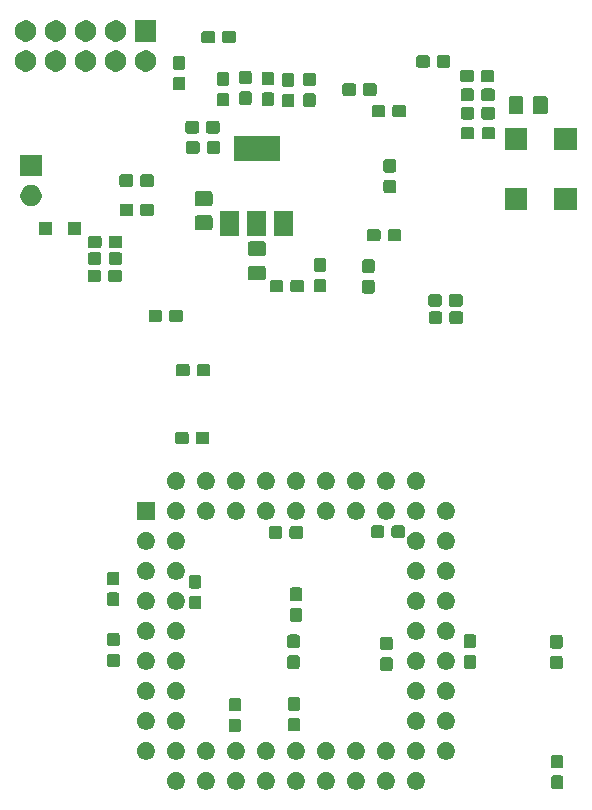
<source format=gbr>
G04 #@! TF.GenerationSoftware,KiCad,Pcbnew,(5.1.5)-3*
G04 #@! TF.CreationDate,2020-06-09T16:57:13+01:00*
G04 #@! TF.ProjectId,ElectronULA,456c6563-7472-46f6-9e55-4c412e6b6963,rev?*
G04 #@! TF.SameCoordinates,Original*
G04 #@! TF.FileFunction,Soldermask,Bot*
G04 #@! TF.FilePolarity,Negative*
%FSLAX46Y46*%
G04 Gerber Fmt 4.6, Leading zero omitted, Abs format (unit mm)*
G04 Created by KiCad (PCBNEW (5.1.5)-3) date 2020-06-09 16:57:13*
%MOMM*%
%LPD*%
G04 APERTURE LIST*
%ADD10C,0.150000*%
G04 APERTURE END LIST*
D10*
G36*
X164420625Y-120463190D02*
G01*
X164559338Y-120520647D01*
X164684172Y-120604058D01*
X164790342Y-120710228D01*
X164873753Y-120835062D01*
X164931210Y-120973775D01*
X164960500Y-121121029D01*
X164960500Y-121271171D01*
X164931210Y-121418425D01*
X164873753Y-121557138D01*
X164790342Y-121681972D01*
X164684172Y-121788142D01*
X164559338Y-121871553D01*
X164420625Y-121929010D01*
X164273371Y-121958300D01*
X164123229Y-121958300D01*
X163975975Y-121929010D01*
X163837262Y-121871553D01*
X163712428Y-121788142D01*
X163606258Y-121681972D01*
X163522847Y-121557138D01*
X163465390Y-121418425D01*
X163436100Y-121271171D01*
X163436100Y-121121029D01*
X163465390Y-120973775D01*
X163522847Y-120835062D01*
X163606258Y-120710228D01*
X163712428Y-120604058D01*
X163837262Y-120520647D01*
X163975975Y-120463190D01*
X164123229Y-120433900D01*
X164273371Y-120433900D01*
X164420625Y-120463190D01*
G37*
G36*
X161880625Y-120463190D02*
G01*
X162019338Y-120520647D01*
X162144172Y-120604058D01*
X162250342Y-120710228D01*
X162333753Y-120835062D01*
X162391210Y-120973775D01*
X162420500Y-121121029D01*
X162420500Y-121271171D01*
X162391210Y-121418425D01*
X162333753Y-121557138D01*
X162250342Y-121681972D01*
X162144172Y-121788142D01*
X162019338Y-121871553D01*
X161880625Y-121929010D01*
X161733371Y-121958300D01*
X161583229Y-121958300D01*
X161435975Y-121929010D01*
X161297262Y-121871553D01*
X161172428Y-121788142D01*
X161066258Y-121681972D01*
X160982847Y-121557138D01*
X160925390Y-121418425D01*
X160896100Y-121271171D01*
X160896100Y-121121029D01*
X160925390Y-120973775D01*
X160982847Y-120835062D01*
X161066258Y-120710228D01*
X161172428Y-120604058D01*
X161297262Y-120520647D01*
X161435975Y-120463190D01*
X161583229Y-120433900D01*
X161733371Y-120433900D01*
X161880625Y-120463190D01*
G37*
G36*
X144100625Y-120463190D02*
G01*
X144239338Y-120520647D01*
X144364172Y-120604058D01*
X144470342Y-120710228D01*
X144553753Y-120835062D01*
X144611210Y-120973775D01*
X144640500Y-121121029D01*
X144640500Y-121271171D01*
X144611210Y-121418425D01*
X144553753Y-121557138D01*
X144470342Y-121681972D01*
X144364172Y-121788142D01*
X144239338Y-121871553D01*
X144100625Y-121929010D01*
X143953371Y-121958300D01*
X143803229Y-121958300D01*
X143655975Y-121929010D01*
X143517262Y-121871553D01*
X143392428Y-121788142D01*
X143286258Y-121681972D01*
X143202847Y-121557138D01*
X143145390Y-121418425D01*
X143116100Y-121271171D01*
X143116100Y-121121029D01*
X143145390Y-120973775D01*
X143202847Y-120835062D01*
X143286258Y-120710228D01*
X143392428Y-120604058D01*
X143517262Y-120520647D01*
X143655975Y-120463190D01*
X143803229Y-120433900D01*
X143953371Y-120433900D01*
X144100625Y-120463190D01*
G37*
G36*
X146640625Y-120463190D02*
G01*
X146779338Y-120520647D01*
X146904172Y-120604058D01*
X147010342Y-120710228D01*
X147093753Y-120835062D01*
X147151210Y-120973775D01*
X147180500Y-121121029D01*
X147180500Y-121271171D01*
X147151210Y-121418425D01*
X147093753Y-121557138D01*
X147010342Y-121681972D01*
X146904172Y-121788142D01*
X146779338Y-121871553D01*
X146640625Y-121929010D01*
X146493371Y-121958300D01*
X146343229Y-121958300D01*
X146195975Y-121929010D01*
X146057262Y-121871553D01*
X145932428Y-121788142D01*
X145826258Y-121681972D01*
X145742847Y-121557138D01*
X145685390Y-121418425D01*
X145656100Y-121271171D01*
X145656100Y-121121029D01*
X145685390Y-120973775D01*
X145742847Y-120835062D01*
X145826258Y-120710228D01*
X145932428Y-120604058D01*
X146057262Y-120520647D01*
X146195975Y-120463190D01*
X146343229Y-120433900D01*
X146493371Y-120433900D01*
X146640625Y-120463190D01*
G37*
G36*
X149180625Y-120463190D02*
G01*
X149319338Y-120520647D01*
X149444172Y-120604058D01*
X149550342Y-120710228D01*
X149633753Y-120835062D01*
X149691210Y-120973775D01*
X149720500Y-121121029D01*
X149720500Y-121271171D01*
X149691210Y-121418425D01*
X149633753Y-121557138D01*
X149550342Y-121681972D01*
X149444172Y-121788142D01*
X149319338Y-121871553D01*
X149180625Y-121929010D01*
X149033371Y-121958300D01*
X148883229Y-121958300D01*
X148735975Y-121929010D01*
X148597262Y-121871553D01*
X148472428Y-121788142D01*
X148366258Y-121681972D01*
X148282847Y-121557138D01*
X148225390Y-121418425D01*
X148196100Y-121271171D01*
X148196100Y-121121029D01*
X148225390Y-120973775D01*
X148282847Y-120835062D01*
X148366258Y-120710228D01*
X148472428Y-120604058D01*
X148597262Y-120520647D01*
X148735975Y-120463190D01*
X148883229Y-120433900D01*
X149033371Y-120433900D01*
X149180625Y-120463190D01*
G37*
G36*
X154260625Y-120463190D02*
G01*
X154399338Y-120520647D01*
X154524172Y-120604058D01*
X154630342Y-120710228D01*
X154713753Y-120835062D01*
X154771210Y-120973775D01*
X154800500Y-121121029D01*
X154800500Y-121271171D01*
X154771210Y-121418425D01*
X154713753Y-121557138D01*
X154630342Y-121681972D01*
X154524172Y-121788142D01*
X154399338Y-121871553D01*
X154260625Y-121929010D01*
X154113371Y-121958300D01*
X153963229Y-121958300D01*
X153815975Y-121929010D01*
X153677262Y-121871553D01*
X153552428Y-121788142D01*
X153446258Y-121681972D01*
X153362847Y-121557138D01*
X153305390Y-121418425D01*
X153276100Y-121271171D01*
X153276100Y-121121029D01*
X153305390Y-120973775D01*
X153362847Y-120835062D01*
X153446258Y-120710228D01*
X153552428Y-120604058D01*
X153677262Y-120520647D01*
X153815975Y-120463190D01*
X153963229Y-120433900D01*
X154113371Y-120433900D01*
X154260625Y-120463190D01*
G37*
G36*
X151720625Y-120463190D02*
G01*
X151859338Y-120520647D01*
X151984172Y-120604058D01*
X152090342Y-120710228D01*
X152173753Y-120835062D01*
X152231210Y-120973775D01*
X152260500Y-121121029D01*
X152260500Y-121271171D01*
X152231210Y-121418425D01*
X152173753Y-121557138D01*
X152090342Y-121681972D01*
X151984172Y-121788142D01*
X151859338Y-121871553D01*
X151720625Y-121929010D01*
X151573371Y-121958300D01*
X151423229Y-121958300D01*
X151275975Y-121929010D01*
X151137262Y-121871553D01*
X151012428Y-121788142D01*
X150906258Y-121681972D01*
X150822847Y-121557138D01*
X150765390Y-121418425D01*
X150736100Y-121271171D01*
X150736100Y-121121029D01*
X150765390Y-120973775D01*
X150822847Y-120835062D01*
X150906258Y-120710228D01*
X151012428Y-120604058D01*
X151137262Y-120520647D01*
X151275975Y-120463190D01*
X151423229Y-120433900D01*
X151573371Y-120433900D01*
X151720625Y-120463190D01*
G37*
G36*
X159340625Y-120463190D02*
G01*
X159479338Y-120520647D01*
X159604172Y-120604058D01*
X159710342Y-120710228D01*
X159793753Y-120835062D01*
X159851210Y-120973775D01*
X159880500Y-121121029D01*
X159880500Y-121271171D01*
X159851210Y-121418425D01*
X159793753Y-121557138D01*
X159710342Y-121681972D01*
X159604172Y-121788142D01*
X159479338Y-121871553D01*
X159340625Y-121929010D01*
X159193371Y-121958300D01*
X159043229Y-121958300D01*
X158895975Y-121929010D01*
X158757262Y-121871553D01*
X158632428Y-121788142D01*
X158526258Y-121681972D01*
X158442847Y-121557138D01*
X158385390Y-121418425D01*
X158356100Y-121271171D01*
X158356100Y-121121029D01*
X158385390Y-120973775D01*
X158442847Y-120835062D01*
X158526258Y-120710228D01*
X158632428Y-120604058D01*
X158757262Y-120520647D01*
X158895975Y-120463190D01*
X159043229Y-120433900D01*
X159193371Y-120433900D01*
X159340625Y-120463190D01*
G37*
G36*
X156800625Y-120463190D02*
G01*
X156939338Y-120520647D01*
X157064172Y-120604058D01*
X157170342Y-120710228D01*
X157253753Y-120835062D01*
X157311210Y-120973775D01*
X157340500Y-121121029D01*
X157340500Y-121271171D01*
X157311210Y-121418425D01*
X157253753Y-121557138D01*
X157170342Y-121681972D01*
X157064172Y-121788142D01*
X156939338Y-121871553D01*
X156800625Y-121929010D01*
X156653371Y-121958300D01*
X156503229Y-121958300D01*
X156355975Y-121929010D01*
X156217262Y-121871553D01*
X156092428Y-121788142D01*
X155986258Y-121681972D01*
X155902847Y-121557138D01*
X155845390Y-121418425D01*
X155816100Y-121271171D01*
X155816100Y-121121029D01*
X155845390Y-120973775D01*
X155902847Y-120835062D01*
X155986258Y-120710228D01*
X156092428Y-120604058D01*
X156217262Y-120520647D01*
X156355975Y-120463190D01*
X156503229Y-120433900D01*
X156653371Y-120433900D01*
X156800625Y-120463190D01*
G37*
G36*
X176523659Y-120747705D02*
G01*
X176561155Y-120759080D01*
X176595714Y-120777552D01*
X176626007Y-120802413D01*
X176650868Y-120832706D01*
X176669340Y-120867265D01*
X176680715Y-120904761D01*
X176685160Y-120949898D01*
X176685160Y-121688622D01*
X176680715Y-121733759D01*
X176669340Y-121771255D01*
X176650868Y-121805814D01*
X176626007Y-121836107D01*
X176595714Y-121860968D01*
X176561155Y-121879440D01*
X176523659Y-121890815D01*
X176478522Y-121895260D01*
X175839798Y-121895260D01*
X175794661Y-121890815D01*
X175757165Y-121879440D01*
X175722606Y-121860968D01*
X175692313Y-121836107D01*
X175667452Y-121805814D01*
X175648980Y-121771255D01*
X175637605Y-121733759D01*
X175633160Y-121688622D01*
X175633160Y-120949898D01*
X175637605Y-120904761D01*
X175648980Y-120867265D01*
X175667452Y-120832706D01*
X175692313Y-120802413D01*
X175722606Y-120777552D01*
X175757165Y-120759080D01*
X175794661Y-120747705D01*
X175839798Y-120743260D01*
X176478522Y-120743260D01*
X176523659Y-120747705D01*
G37*
G36*
X176523659Y-118997705D02*
G01*
X176561155Y-119009080D01*
X176595714Y-119027552D01*
X176626007Y-119052413D01*
X176650868Y-119082706D01*
X176669340Y-119117265D01*
X176680715Y-119154761D01*
X176685160Y-119199898D01*
X176685160Y-119938622D01*
X176680715Y-119983759D01*
X176669340Y-120021255D01*
X176650868Y-120055814D01*
X176626007Y-120086107D01*
X176595714Y-120110968D01*
X176561155Y-120129440D01*
X176523659Y-120140815D01*
X176478522Y-120145260D01*
X175839798Y-120145260D01*
X175794661Y-120140815D01*
X175757165Y-120129440D01*
X175722606Y-120110968D01*
X175692313Y-120086107D01*
X175667452Y-120055814D01*
X175648980Y-120021255D01*
X175637605Y-119983759D01*
X175633160Y-119938622D01*
X175633160Y-119199898D01*
X175637605Y-119154761D01*
X175648980Y-119117265D01*
X175667452Y-119082706D01*
X175692313Y-119052413D01*
X175722606Y-119027552D01*
X175757165Y-119009080D01*
X175794661Y-118997705D01*
X175839798Y-118993260D01*
X176478522Y-118993260D01*
X176523659Y-118997705D01*
G37*
G36*
X151720625Y-117923190D02*
G01*
X151859338Y-117980647D01*
X151984172Y-118064058D01*
X152090342Y-118170228D01*
X152173753Y-118295062D01*
X152231210Y-118433775D01*
X152260500Y-118581029D01*
X152260500Y-118731171D01*
X152231210Y-118878425D01*
X152173753Y-119017138D01*
X152090342Y-119141972D01*
X151984172Y-119248142D01*
X151859338Y-119331553D01*
X151720625Y-119389010D01*
X151573371Y-119418300D01*
X151423229Y-119418300D01*
X151275975Y-119389010D01*
X151137262Y-119331553D01*
X151012428Y-119248142D01*
X150906258Y-119141972D01*
X150822847Y-119017138D01*
X150765390Y-118878425D01*
X150736100Y-118731171D01*
X150736100Y-118581029D01*
X150765390Y-118433775D01*
X150822847Y-118295062D01*
X150906258Y-118170228D01*
X151012428Y-118064058D01*
X151137262Y-117980647D01*
X151275975Y-117923190D01*
X151423229Y-117893900D01*
X151573371Y-117893900D01*
X151720625Y-117923190D01*
G37*
G36*
X141560625Y-117923190D02*
G01*
X141699338Y-117980647D01*
X141824172Y-118064058D01*
X141930342Y-118170228D01*
X142013753Y-118295062D01*
X142071210Y-118433775D01*
X142100500Y-118581029D01*
X142100500Y-118731171D01*
X142071210Y-118878425D01*
X142013753Y-119017138D01*
X141930342Y-119141972D01*
X141824172Y-119248142D01*
X141699338Y-119331553D01*
X141560625Y-119389010D01*
X141413371Y-119418300D01*
X141263229Y-119418300D01*
X141115975Y-119389010D01*
X140977262Y-119331553D01*
X140852428Y-119248142D01*
X140746258Y-119141972D01*
X140662847Y-119017138D01*
X140605390Y-118878425D01*
X140576100Y-118731171D01*
X140576100Y-118581029D01*
X140605390Y-118433775D01*
X140662847Y-118295062D01*
X140746258Y-118170228D01*
X140852428Y-118064058D01*
X140977262Y-117980647D01*
X141115975Y-117923190D01*
X141263229Y-117893900D01*
X141413371Y-117893900D01*
X141560625Y-117923190D01*
G37*
G36*
X144100625Y-117923190D02*
G01*
X144239338Y-117980647D01*
X144364172Y-118064058D01*
X144470342Y-118170228D01*
X144553753Y-118295062D01*
X144611210Y-118433775D01*
X144640500Y-118581029D01*
X144640500Y-118731171D01*
X144611210Y-118878425D01*
X144553753Y-119017138D01*
X144470342Y-119141972D01*
X144364172Y-119248142D01*
X144239338Y-119331553D01*
X144100625Y-119389010D01*
X143953371Y-119418300D01*
X143803229Y-119418300D01*
X143655975Y-119389010D01*
X143517262Y-119331553D01*
X143392428Y-119248142D01*
X143286258Y-119141972D01*
X143202847Y-119017138D01*
X143145390Y-118878425D01*
X143116100Y-118731171D01*
X143116100Y-118581029D01*
X143145390Y-118433775D01*
X143202847Y-118295062D01*
X143286258Y-118170228D01*
X143392428Y-118064058D01*
X143517262Y-117980647D01*
X143655975Y-117923190D01*
X143803229Y-117893900D01*
X143953371Y-117893900D01*
X144100625Y-117923190D01*
G37*
G36*
X146640625Y-117923190D02*
G01*
X146779338Y-117980647D01*
X146904172Y-118064058D01*
X147010342Y-118170228D01*
X147093753Y-118295062D01*
X147151210Y-118433775D01*
X147180500Y-118581029D01*
X147180500Y-118731171D01*
X147151210Y-118878425D01*
X147093753Y-119017138D01*
X147010342Y-119141972D01*
X146904172Y-119248142D01*
X146779338Y-119331553D01*
X146640625Y-119389010D01*
X146493371Y-119418300D01*
X146343229Y-119418300D01*
X146195975Y-119389010D01*
X146057262Y-119331553D01*
X145932428Y-119248142D01*
X145826258Y-119141972D01*
X145742847Y-119017138D01*
X145685390Y-118878425D01*
X145656100Y-118731171D01*
X145656100Y-118581029D01*
X145685390Y-118433775D01*
X145742847Y-118295062D01*
X145826258Y-118170228D01*
X145932428Y-118064058D01*
X146057262Y-117980647D01*
X146195975Y-117923190D01*
X146343229Y-117893900D01*
X146493371Y-117893900D01*
X146640625Y-117923190D01*
G37*
G36*
X149180625Y-117923190D02*
G01*
X149319338Y-117980647D01*
X149444172Y-118064058D01*
X149550342Y-118170228D01*
X149633753Y-118295062D01*
X149691210Y-118433775D01*
X149720500Y-118581029D01*
X149720500Y-118731171D01*
X149691210Y-118878425D01*
X149633753Y-119017138D01*
X149550342Y-119141972D01*
X149444172Y-119248142D01*
X149319338Y-119331553D01*
X149180625Y-119389010D01*
X149033371Y-119418300D01*
X148883229Y-119418300D01*
X148735975Y-119389010D01*
X148597262Y-119331553D01*
X148472428Y-119248142D01*
X148366258Y-119141972D01*
X148282847Y-119017138D01*
X148225390Y-118878425D01*
X148196100Y-118731171D01*
X148196100Y-118581029D01*
X148225390Y-118433775D01*
X148282847Y-118295062D01*
X148366258Y-118170228D01*
X148472428Y-118064058D01*
X148597262Y-117980647D01*
X148735975Y-117923190D01*
X148883229Y-117893900D01*
X149033371Y-117893900D01*
X149180625Y-117923190D01*
G37*
G36*
X154260625Y-117923190D02*
G01*
X154399338Y-117980647D01*
X154524172Y-118064058D01*
X154630342Y-118170228D01*
X154713753Y-118295062D01*
X154771210Y-118433775D01*
X154800500Y-118581029D01*
X154800500Y-118731171D01*
X154771210Y-118878425D01*
X154713753Y-119017138D01*
X154630342Y-119141972D01*
X154524172Y-119248142D01*
X154399338Y-119331553D01*
X154260625Y-119389010D01*
X154113371Y-119418300D01*
X153963229Y-119418300D01*
X153815975Y-119389010D01*
X153677262Y-119331553D01*
X153552428Y-119248142D01*
X153446258Y-119141972D01*
X153362847Y-119017138D01*
X153305390Y-118878425D01*
X153276100Y-118731171D01*
X153276100Y-118581029D01*
X153305390Y-118433775D01*
X153362847Y-118295062D01*
X153446258Y-118170228D01*
X153552428Y-118064058D01*
X153677262Y-117980647D01*
X153815975Y-117923190D01*
X153963229Y-117893900D01*
X154113371Y-117893900D01*
X154260625Y-117923190D01*
G37*
G36*
X156800625Y-117923190D02*
G01*
X156939338Y-117980647D01*
X157064172Y-118064058D01*
X157170342Y-118170228D01*
X157253753Y-118295062D01*
X157311210Y-118433775D01*
X157340500Y-118581029D01*
X157340500Y-118731171D01*
X157311210Y-118878425D01*
X157253753Y-119017138D01*
X157170342Y-119141972D01*
X157064172Y-119248142D01*
X156939338Y-119331553D01*
X156800625Y-119389010D01*
X156653371Y-119418300D01*
X156503229Y-119418300D01*
X156355975Y-119389010D01*
X156217262Y-119331553D01*
X156092428Y-119248142D01*
X155986258Y-119141972D01*
X155902847Y-119017138D01*
X155845390Y-118878425D01*
X155816100Y-118731171D01*
X155816100Y-118581029D01*
X155845390Y-118433775D01*
X155902847Y-118295062D01*
X155986258Y-118170228D01*
X156092428Y-118064058D01*
X156217262Y-117980647D01*
X156355975Y-117923190D01*
X156503229Y-117893900D01*
X156653371Y-117893900D01*
X156800625Y-117923190D01*
G37*
G36*
X159340625Y-117923190D02*
G01*
X159479338Y-117980647D01*
X159604172Y-118064058D01*
X159710342Y-118170228D01*
X159793753Y-118295062D01*
X159851210Y-118433775D01*
X159880500Y-118581029D01*
X159880500Y-118731171D01*
X159851210Y-118878425D01*
X159793753Y-119017138D01*
X159710342Y-119141972D01*
X159604172Y-119248142D01*
X159479338Y-119331553D01*
X159340625Y-119389010D01*
X159193371Y-119418300D01*
X159043229Y-119418300D01*
X158895975Y-119389010D01*
X158757262Y-119331553D01*
X158632428Y-119248142D01*
X158526258Y-119141972D01*
X158442847Y-119017138D01*
X158385390Y-118878425D01*
X158356100Y-118731171D01*
X158356100Y-118581029D01*
X158385390Y-118433775D01*
X158442847Y-118295062D01*
X158526258Y-118170228D01*
X158632428Y-118064058D01*
X158757262Y-117980647D01*
X158895975Y-117923190D01*
X159043229Y-117893900D01*
X159193371Y-117893900D01*
X159340625Y-117923190D01*
G37*
G36*
X161880625Y-117923190D02*
G01*
X162019338Y-117980647D01*
X162144172Y-118064058D01*
X162250342Y-118170228D01*
X162333753Y-118295062D01*
X162391210Y-118433775D01*
X162420500Y-118581029D01*
X162420500Y-118731171D01*
X162391210Y-118878425D01*
X162333753Y-119017138D01*
X162250342Y-119141972D01*
X162144172Y-119248142D01*
X162019338Y-119331553D01*
X161880625Y-119389010D01*
X161733371Y-119418300D01*
X161583229Y-119418300D01*
X161435975Y-119389010D01*
X161297262Y-119331553D01*
X161172428Y-119248142D01*
X161066258Y-119141972D01*
X160982847Y-119017138D01*
X160925390Y-118878425D01*
X160896100Y-118731171D01*
X160896100Y-118581029D01*
X160925390Y-118433775D01*
X160982847Y-118295062D01*
X161066258Y-118170228D01*
X161172428Y-118064058D01*
X161297262Y-117980647D01*
X161435975Y-117923190D01*
X161583229Y-117893900D01*
X161733371Y-117893900D01*
X161880625Y-117923190D01*
G37*
G36*
X166960625Y-117923190D02*
G01*
X167099338Y-117980647D01*
X167224172Y-118064058D01*
X167330342Y-118170228D01*
X167413753Y-118295062D01*
X167471210Y-118433775D01*
X167500500Y-118581029D01*
X167500500Y-118731171D01*
X167471210Y-118878425D01*
X167413753Y-119017138D01*
X167330342Y-119141972D01*
X167224172Y-119248142D01*
X167099338Y-119331553D01*
X166960625Y-119389010D01*
X166813371Y-119418300D01*
X166663229Y-119418300D01*
X166515975Y-119389010D01*
X166377262Y-119331553D01*
X166252428Y-119248142D01*
X166146258Y-119141972D01*
X166062847Y-119017138D01*
X166005390Y-118878425D01*
X165976100Y-118731171D01*
X165976100Y-118581029D01*
X166005390Y-118433775D01*
X166062847Y-118295062D01*
X166146258Y-118170228D01*
X166252428Y-118064058D01*
X166377262Y-117980647D01*
X166515975Y-117923190D01*
X166663229Y-117893900D01*
X166813371Y-117893900D01*
X166960625Y-117923190D01*
G37*
G36*
X164420625Y-117923190D02*
G01*
X164559338Y-117980647D01*
X164684172Y-118064058D01*
X164790342Y-118170228D01*
X164873753Y-118295062D01*
X164931210Y-118433775D01*
X164960500Y-118581029D01*
X164960500Y-118731171D01*
X164931210Y-118878425D01*
X164873753Y-119017138D01*
X164790342Y-119141972D01*
X164684172Y-119248142D01*
X164559338Y-119331553D01*
X164420625Y-119389010D01*
X164273371Y-119418300D01*
X164123229Y-119418300D01*
X163975975Y-119389010D01*
X163837262Y-119331553D01*
X163712428Y-119248142D01*
X163606258Y-119141972D01*
X163522847Y-119017138D01*
X163465390Y-118878425D01*
X163436100Y-118731171D01*
X163436100Y-118581029D01*
X163465390Y-118433775D01*
X163522847Y-118295062D01*
X163606258Y-118170228D01*
X163712428Y-118064058D01*
X163837262Y-117980647D01*
X163975975Y-117923190D01*
X164123229Y-117893900D01*
X164273371Y-117893900D01*
X164420625Y-117923190D01*
G37*
G36*
X149241699Y-115924445D02*
G01*
X149279195Y-115935820D01*
X149313754Y-115954292D01*
X149344047Y-115979153D01*
X149368908Y-116009446D01*
X149387380Y-116044005D01*
X149398755Y-116081501D01*
X149403200Y-116126638D01*
X149403200Y-116865362D01*
X149398755Y-116910499D01*
X149387380Y-116947995D01*
X149368908Y-116982554D01*
X149344047Y-117012847D01*
X149313754Y-117037708D01*
X149279195Y-117056180D01*
X149241699Y-117067555D01*
X149196562Y-117072000D01*
X148557838Y-117072000D01*
X148512701Y-117067555D01*
X148475205Y-117056180D01*
X148440646Y-117037708D01*
X148410353Y-117012847D01*
X148385492Y-116982554D01*
X148367020Y-116947995D01*
X148355645Y-116910499D01*
X148351200Y-116865362D01*
X148351200Y-116126638D01*
X148355645Y-116081501D01*
X148367020Y-116044005D01*
X148385492Y-116009446D01*
X148410353Y-115979153D01*
X148440646Y-115954292D01*
X148475205Y-115935820D01*
X148512701Y-115924445D01*
X148557838Y-115920000D01*
X149196562Y-115920000D01*
X149241699Y-115924445D01*
G37*
G36*
X154261699Y-115869445D02*
G01*
X154299195Y-115880820D01*
X154333754Y-115899292D01*
X154364047Y-115924153D01*
X154388908Y-115954446D01*
X154407380Y-115989005D01*
X154418755Y-116026501D01*
X154423200Y-116071638D01*
X154423200Y-116810362D01*
X154418755Y-116855499D01*
X154407380Y-116892995D01*
X154388908Y-116927554D01*
X154364047Y-116957847D01*
X154333754Y-116982708D01*
X154299195Y-117001180D01*
X154261699Y-117012555D01*
X154216562Y-117017000D01*
X153577838Y-117017000D01*
X153532701Y-117012555D01*
X153495205Y-117001180D01*
X153460646Y-116982708D01*
X153430353Y-116957847D01*
X153405492Y-116927554D01*
X153387020Y-116892995D01*
X153375645Y-116855499D01*
X153371200Y-116810362D01*
X153371200Y-116071638D01*
X153375645Y-116026501D01*
X153387020Y-115989005D01*
X153405492Y-115954446D01*
X153430353Y-115924153D01*
X153460646Y-115899292D01*
X153495205Y-115880820D01*
X153532701Y-115869445D01*
X153577838Y-115865000D01*
X154216562Y-115865000D01*
X154261699Y-115869445D01*
G37*
G36*
X141560625Y-115383190D02*
G01*
X141699338Y-115440647D01*
X141824172Y-115524058D01*
X141930342Y-115630228D01*
X142013753Y-115755062D01*
X142071210Y-115893775D01*
X142100500Y-116041029D01*
X142100500Y-116191171D01*
X142071210Y-116338425D01*
X142013753Y-116477138D01*
X141930342Y-116601972D01*
X141824172Y-116708142D01*
X141699338Y-116791553D01*
X141560625Y-116849010D01*
X141413371Y-116878300D01*
X141263229Y-116878300D01*
X141115975Y-116849010D01*
X140977262Y-116791553D01*
X140852428Y-116708142D01*
X140746258Y-116601972D01*
X140662847Y-116477138D01*
X140605390Y-116338425D01*
X140576100Y-116191171D01*
X140576100Y-116041029D01*
X140605390Y-115893775D01*
X140662847Y-115755062D01*
X140746258Y-115630228D01*
X140852428Y-115524058D01*
X140977262Y-115440647D01*
X141115975Y-115383190D01*
X141263229Y-115353900D01*
X141413371Y-115353900D01*
X141560625Y-115383190D01*
G37*
G36*
X166960625Y-115383190D02*
G01*
X167099338Y-115440647D01*
X167224172Y-115524058D01*
X167330342Y-115630228D01*
X167413753Y-115755062D01*
X167471210Y-115893775D01*
X167500500Y-116041029D01*
X167500500Y-116191171D01*
X167471210Y-116338425D01*
X167413753Y-116477138D01*
X167330342Y-116601972D01*
X167224172Y-116708142D01*
X167099338Y-116791553D01*
X166960625Y-116849010D01*
X166813371Y-116878300D01*
X166663229Y-116878300D01*
X166515975Y-116849010D01*
X166377262Y-116791553D01*
X166252428Y-116708142D01*
X166146258Y-116601972D01*
X166062847Y-116477138D01*
X166005390Y-116338425D01*
X165976100Y-116191171D01*
X165976100Y-116041029D01*
X166005390Y-115893775D01*
X166062847Y-115755062D01*
X166146258Y-115630228D01*
X166252428Y-115524058D01*
X166377262Y-115440647D01*
X166515975Y-115383190D01*
X166663229Y-115353900D01*
X166813371Y-115353900D01*
X166960625Y-115383190D01*
G37*
G36*
X164420625Y-115383190D02*
G01*
X164559338Y-115440647D01*
X164684172Y-115524058D01*
X164790342Y-115630228D01*
X164873753Y-115755062D01*
X164931210Y-115893775D01*
X164960500Y-116041029D01*
X164960500Y-116191171D01*
X164931210Y-116338425D01*
X164873753Y-116477138D01*
X164790342Y-116601972D01*
X164684172Y-116708142D01*
X164559338Y-116791553D01*
X164420625Y-116849010D01*
X164273371Y-116878300D01*
X164123229Y-116878300D01*
X163975975Y-116849010D01*
X163837262Y-116791553D01*
X163712428Y-116708142D01*
X163606258Y-116601972D01*
X163522847Y-116477138D01*
X163465390Y-116338425D01*
X163436100Y-116191171D01*
X163436100Y-116041029D01*
X163465390Y-115893775D01*
X163522847Y-115755062D01*
X163606258Y-115630228D01*
X163712428Y-115524058D01*
X163837262Y-115440647D01*
X163975975Y-115383190D01*
X164123229Y-115353900D01*
X164273371Y-115353900D01*
X164420625Y-115383190D01*
G37*
G36*
X144100625Y-115383190D02*
G01*
X144239338Y-115440647D01*
X144364172Y-115524058D01*
X144470342Y-115630228D01*
X144553753Y-115755062D01*
X144611210Y-115893775D01*
X144640500Y-116041029D01*
X144640500Y-116191171D01*
X144611210Y-116338425D01*
X144553753Y-116477138D01*
X144470342Y-116601972D01*
X144364172Y-116708142D01*
X144239338Y-116791553D01*
X144100625Y-116849010D01*
X143953371Y-116878300D01*
X143803229Y-116878300D01*
X143655975Y-116849010D01*
X143517262Y-116791553D01*
X143392428Y-116708142D01*
X143286258Y-116601972D01*
X143202847Y-116477138D01*
X143145390Y-116338425D01*
X143116100Y-116191171D01*
X143116100Y-116041029D01*
X143145390Y-115893775D01*
X143202847Y-115755062D01*
X143286258Y-115630228D01*
X143392428Y-115524058D01*
X143517262Y-115440647D01*
X143655975Y-115383190D01*
X143803229Y-115353900D01*
X143953371Y-115353900D01*
X144100625Y-115383190D01*
G37*
G36*
X149241699Y-114174445D02*
G01*
X149279195Y-114185820D01*
X149313754Y-114204292D01*
X149344047Y-114229153D01*
X149368908Y-114259446D01*
X149387380Y-114294005D01*
X149398755Y-114331501D01*
X149403200Y-114376638D01*
X149403200Y-115115362D01*
X149398755Y-115160499D01*
X149387380Y-115197995D01*
X149368908Y-115232554D01*
X149344047Y-115262847D01*
X149313754Y-115287708D01*
X149279195Y-115306180D01*
X149241699Y-115317555D01*
X149196562Y-115322000D01*
X148557838Y-115322000D01*
X148512701Y-115317555D01*
X148475205Y-115306180D01*
X148440646Y-115287708D01*
X148410353Y-115262847D01*
X148385492Y-115232554D01*
X148367020Y-115197995D01*
X148355645Y-115160499D01*
X148351200Y-115115362D01*
X148351200Y-114376638D01*
X148355645Y-114331501D01*
X148367020Y-114294005D01*
X148385492Y-114259446D01*
X148410353Y-114229153D01*
X148440646Y-114204292D01*
X148475205Y-114185820D01*
X148512701Y-114174445D01*
X148557838Y-114170000D01*
X149196562Y-114170000D01*
X149241699Y-114174445D01*
G37*
G36*
X154261699Y-114119445D02*
G01*
X154299195Y-114130820D01*
X154333754Y-114149292D01*
X154364047Y-114174153D01*
X154388908Y-114204446D01*
X154407380Y-114239005D01*
X154418755Y-114276501D01*
X154423200Y-114321638D01*
X154423200Y-115060362D01*
X154418755Y-115105499D01*
X154407380Y-115142995D01*
X154388908Y-115177554D01*
X154364047Y-115207847D01*
X154333754Y-115232708D01*
X154299195Y-115251180D01*
X154261699Y-115262555D01*
X154216562Y-115267000D01*
X153577838Y-115267000D01*
X153532701Y-115262555D01*
X153495205Y-115251180D01*
X153460646Y-115232708D01*
X153430353Y-115207847D01*
X153405492Y-115177554D01*
X153387020Y-115142995D01*
X153375645Y-115105499D01*
X153371200Y-115060362D01*
X153371200Y-114321638D01*
X153375645Y-114276501D01*
X153387020Y-114239005D01*
X153405492Y-114204446D01*
X153430353Y-114174153D01*
X153460646Y-114149292D01*
X153495205Y-114130820D01*
X153532701Y-114119445D01*
X153577838Y-114115000D01*
X154216562Y-114115000D01*
X154261699Y-114119445D01*
G37*
G36*
X164420625Y-112843190D02*
G01*
X164559338Y-112900647D01*
X164684172Y-112984058D01*
X164790342Y-113090228D01*
X164873753Y-113215062D01*
X164931210Y-113353775D01*
X164960500Y-113501029D01*
X164960500Y-113651171D01*
X164931210Y-113798425D01*
X164873753Y-113937138D01*
X164790342Y-114061972D01*
X164684172Y-114168142D01*
X164559338Y-114251553D01*
X164420625Y-114309010D01*
X164273371Y-114338300D01*
X164123229Y-114338300D01*
X163975975Y-114309010D01*
X163837262Y-114251553D01*
X163712428Y-114168142D01*
X163606258Y-114061972D01*
X163522847Y-113937138D01*
X163465390Y-113798425D01*
X163436100Y-113651171D01*
X163436100Y-113501029D01*
X163465390Y-113353775D01*
X163522847Y-113215062D01*
X163606258Y-113090228D01*
X163712428Y-112984058D01*
X163837262Y-112900647D01*
X163975975Y-112843190D01*
X164123229Y-112813900D01*
X164273371Y-112813900D01*
X164420625Y-112843190D01*
G37*
G36*
X166960625Y-112843190D02*
G01*
X167099338Y-112900647D01*
X167224172Y-112984058D01*
X167330342Y-113090228D01*
X167413753Y-113215062D01*
X167471210Y-113353775D01*
X167500500Y-113501029D01*
X167500500Y-113651171D01*
X167471210Y-113798425D01*
X167413753Y-113937138D01*
X167330342Y-114061972D01*
X167224172Y-114168142D01*
X167099338Y-114251553D01*
X166960625Y-114309010D01*
X166813371Y-114338300D01*
X166663229Y-114338300D01*
X166515975Y-114309010D01*
X166377262Y-114251553D01*
X166252428Y-114168142D01*
X166146258Y-114061972D01*
X166062847Y-113937138D01*
X166005390Y-113798425D01*
X165976100Y-113651171D01*
X165976100Y-113501029D01*
X166005390Y-113353775D01*
X166062847Y-113215062D01*
X166146258Y-113090228D01*
X166252428Y-112984058D01*
X166377262Y-112900647D01*
X166515975Y-112843190D01*
X166663229Y-112813900D01*
X166813371Y-112813900D01*
X166960625Y-112843190D01*
G37*
G36*
X141560625Y-112843190D02*
G01*
X141699338Y-112900647D01*
X141824172Y-112984058D01*
X141930342Y-113090228D01*
X142013753Y-113215062D01*
X142071210Y-113353775D01*
X142100500Y-113501029D01*
X142100500Y-113651171D01*
X142071210Y-113798425D01*
X142013753Y-113937138D01*
X141930342Y-114061972D01*
X141824172Y-114168142D01*
X141699338Y-114251553D01*
X141560625Y-114309010D01*
X141413371Y-114338300D01*
X141263229Y-114338300D01*
X141115975Y-114309010D01*
X140977262Y-114251553D01*
X140852428Y-114168142D01*
X140746258Y-114061972D01*
X140662847Y-113937138D01*
X140605390Y-113798425D01*
X140576100Y-113651171D01*
X140576100Y-113501029D01*
X140605390Y-113353775D01*
X140662847Y-113215062D01*
X140746258Y-113090228D01*
X140852428Y-112984058D01*
X140977262Y-112900647D01*
X141115975Y-112843190D01*
X141263229Y-112813900D01*
X141413371Y-112813900D01*
X141560625Y-112843190D01*
G37*
G36*
X144100625Y-112843190D02*
G01*
X144239338Y-112900647D01*
X144364172Y-112984058D01*
X144470342Y-113090228D01*
X144553753Y-113215062D01*
X144611210Y-113353775D01*
X144640500Y-113501029D01*
X144640500Y-113651171D01*
X144611210Y-113798425D01*
X144553753Y-113937138D01*
X144470342Y-114061972D01*
X144364172Y-114168142D01*
X144239338Y-114251553D01*
X144100625Y-114309010D01*
X143953371Y-114338300D01*
X143803229Y-114338300D01*
X143655975Y-114309010D01*
X143517262Y-114251553D01*
X143392428Y-114168142D01*
X143286258Y-114061972D01*
X143202847Y-113937138D01*
X143145390Y-113798425D01*
X143116100Y-113651171D01*
X143116100Y-113501029D01*
X143145390Y-113353775D01*
X143202847Y-113215062D01*
X143286258Y-113090228D01*
X143392428Y-112984058D01*
X143517262Y-112900647D01*
X143655975Y-112843190D01*
X143803229Y-112813900D01*
X143953371Y-112813900D01*
X144100625Y-112843190D01*
G37*
G36*
X162071699Y-110739445D02*
G01*
X162109195Y-110750820D01*
X162143754Y-110769292D01*
X162174047Y-110794153D01*
X162198908Y-110824446D01*
X162217380Y-110859005D01*
X162228755Y-110896501D01*
X162233200Y-110941638D01*
X162233200Y-111680362D01*
X162228755Y-111725499D01*
X162217380Y-111762995D01*
X162198908Y-111797554D01*
X162174047Y-111827847D01*
X162143754Y-111852708D01*
X162109195Y-111871180D01*
X162071699Y-111882555D01*
X162026562Y-111887000D01*
X161387838Y-111887000D01*
X161342701Y-111882555D01*
X161305205Y-111871180D01*
X161270646Y-111852708D01*
X161240353Y-111827847D01*
X161215492Y-111797554D01*
X161197020Y-111762995D01*
X161185645Y-111725499D01*
X161181200Y-111680362D01*
X161181200Y-110941638D01*
X161185645Y-110896501D01*
X161197020Y-110859005D01*
X161215492Y-110824446D01*
X161240353Y-110794153D01*
X161270646Y-110769292D01*
X161305205Y-110750820D01*
X161342701Y-110739445D01*
X161387838Y-110735000D01*
X162026562Y-110735000D01*
X162071699Y-110739445D01*
G37*
G36*
X164420625Y-110303190D02*
G01*
X164559338Y-110360647D01*
X164684172Y-110444058D01*
X164790342Y-110550228D01*
X164873753Y-110675062D01*
X164931210Y-110813775D01*
X164960500Y-110961029D01*
X164960500Y-111111171D01*
X164931210Y-111258425D01*
X164873753Y-111397138D01*
X164790342Y-111521972D01*
X164684172Y-111628142D01*
X164559338Y-111711553D01*
X164420625Y-111769010D01*
X164273371Y-111798300D01*
X164123229Y-111798300D01*
X163975975Y-111769010D01*
X163837262Y-111711553D01*
X163712428Y-111628142D01*
X163606258Y-111521972D01*
X163522847Y-111397138D01*
X163465390Y-111258425D01*
X163436100Y-111111171D01*
X163436100Y-110961029D01*
X163465390Y-110813775D01*
X163522847Y-110675062D01*
X163606258Y-110550228D01*
X163712428Y-110444058D01*
X163837262Y-110360647D01*
X163975975Y-110303190D01*
X164123229Y-110273900D01*
X164273371Y-110273900D01*
X164420625Y-110303190D01*
G37*
G36*
X141560625Y-110303190D02*
G01*
X141699338Y-110360647D01*
X141824172Y-110444058D01*
X141930342Y-110550228D01*
X142013753Y-110675062D01*
X142071210Y-110813775D01*
X142100500Y-110961029D01*
X142100500Y-111111171D01*
X142071210Y-111258425D01*
X142013753Y-111397138D01*
X141930342Y-111521972D01*
X141824172Y-111628142D01*
X141699338Y-111711553D01*
X141560625Y-111769010D01*
X141413371Y-111798300D01*
X141263229Y-111798300D01*
X141115975Y-111769010D01*
X140977262Y-111711553D01*
X140852428Y-111628142D01*
X140746258Y-111521972D01*
X140662847Y-111397138D01*
X140605390Y-111258425D01*
X140576100Y-111111171D01*
X140576100Y-110961029D01*
X140605390Y-110813775D01*
X140662847Y-110675062D01*
X140746258Y-110550228D01*
X140852428Y-110444058D01*
X140977262Y-110360647D01*
X141115975Y-110303190D01*
X141263229Y-110273900D01*
X141413371Y-110273900D01*
X141560625Y-110303190D01*
G37*
G36*
X166960625Y-110303190D02*
G01*
X167099338Y-110360647D01*
X167224172Y-110444058D01*
X167330342Y-110550228D01*
X167413753Y-110675062D01*
X167471210Y-110813775D01*
X167500500Y-110961029D01*
X167500500Y-111111171D01*
X167471210Y-111258425D01*
X167413753Y-111397138D01*
X167330342Y-111521972D01*
X167224172Y-111628142D01*
X167099338Y-111711553D01*
X166960625Y-111769010D01*
X166813371Y-111798300D01*
X166663229Y-111798300D01*
X166515975Y-111769010D01*
X166377262Y-111711553D01*
X166252428Y-111628142D01*
X166146258Y-111521972D01*
X166062847Y-111397138D01*
X166005390Y-111258425D01*
X165976100Y-111111171D01*
X165976100Y-110961029D01*
X166005390Y-110813775D01*
X166062847Y-110675062D01*
X166146258Y-110550228D01*
X166252428Y-110444058D01*
X166377262Y-110360647D01*
X166515975Y-110303190D01*
X166663229Y-110273900D01*
X166813371Y-110273900D01*
X166960625Y-110303190D01*
G37*
G36*
X144100625Y-110303190D02*
G01*
X144239338Y-110360647D01*
X144364172Y-110444058D01*
X144470342Y-110550228D01*
X144553753Y-110675062D01*
X144611210Y-110813775D01*
X144640500Y-110961029D01*
X144640500Y-111111171D01*
X144611210Y-111258425D01*
X144553753Y-111397138D01*
X144470342Y-111521972D01*
X144364172Y-111628142D01*
X144239338Y-111711553D01*
X144100625Y-111769010D01*
X143953371Y-111798300D01*
X143803229Y-111798300D01*
X143655975Y-111769010D01*
X143517262Y-111711553D01*
X143392428Y-111628142D01*
X143286258Y-111521972D01*
X143202847Y-111397138D01*
X143145390Y-111258425D01*
X143116100Y-111111171D01*
X143116100Y-110961029D01*
X143145390Y-110813775D01*
X143202847Y-110675062D01*
X143286258Y-110550228D01*
X143392428Y-110444058D01*
X143517262Y-110360647D01*
X143655975Y-110303190D01*
X143803229Y-110273900D01*
X143953371Y-110273900D01*
X144100625Y-110303190D01*
G37*
G36*
X176467219Y-110601665D02*
G01*
X176504715Y-110613040D01*
X176539274Y-110631512D01*
X176569567Y-110656373D01*
X176594428Y-110686666D01*
X176612900Y-110721225D01*
X176624275Y-110758721D01*
X176628720Y-110803858D01*
X176628720Y-111542582D01*
X176624275Y-111587719D01*
X176612900Y-111625215D01*
X176594428Y-111659774D01*
X176569567Y-111690067D01*
X176539274Y-111714928D01*
X176504715Y-111733400D01*
X176467219Y-111744775D01*
X176422082Y-111749220D01*
X175783358Y-111749220D01*
X175738221Y-111744775D01*
X175700725Y-111733400D01*
X175666166Y-111714928D01*
X175635873Y-111690067D01*
X175611012Y-111659774D01*
X175592540Y-111625215D01*
X175581165Y-111587719D01*
X175576720Y-111542582D01*
X175576720Y-110803858D01*
X175581165Y-110758721D01*
X175592540Y-110721225D01*
X175611012Y-110686666D01*
X175635873Y-110656373D01*
X175666166Y-110631512D01*
X175700725Y-110613040D01*
X175738221Y-110601665D01*
X175783358Y-110597220D01*
X176422082Y-110597220D01*
X176467219Y-110601665D01*
G37*
G36*
X154201699Y-110559445D02*
G01*
X154239195Y-110570820D01*
X154273754Y-110589292D01*
X154304047Y-110614153D01*
X154328908Y-110644446D01*
X154347380Y-110679005D01*
X154358755Y-110716501D01*
X154363200Y-110761638D01*
X154363200Y-111500362D01*
X154358755Y-111545499D01*
X154347380Y-111582995D01*
X154328908Y-111617554D01*
X154304047Y-111647847D01*
X154273754Y-111672708D01*
X154239195Y-111691180D01*
X154201699Y-111702555D01*
X154156562Y-111707000D01*
X153517838Y-111707000D01*
X153472701Y-111702555D01*
X153435205Y-111691180D01*
X153400646Y-111672708D01*
X153370353Y-111647847D01*
X153345492Y-111617554D01*
X153327020Y-111582995D01*
X153315645Y-111545499D01*
X153311200Y-111500362D01*
X153311200Y-110761638D01*
X153315645Y-110716501D01*
X153327020Y-110679005D01*
X153345492Y-110644446D01*
X153370353Y-110614153D01*
X153400646Y-110589292D01*
X153435205Y-110570820D01*
X153472701Y-110559445D01*
X153517838Y-110555000D01*
X154156562Y-110555000D01*
X154201699Y-110559445D01*
G37*
G36*
X169137339Y-110549605D02*
G01*
X169174835Y-110560980D01*
X169209394Y-110579452D01*
X169239687Y-110604313D01*
X169264548Y-110634606D01*
X169283020Y-110669165D01*
X169294395Y-110706661D01*
X169298840Y-110751798D01*
X169298840Y-111490522D01*
X169294395Y-111535659D01*
X169283020Y-111573155D01*
X169264548Y-111607714D01*
X169239687Y-111638007D01*
X169209394Y-111662868D01*
X169174835Y-111681340D01*
X169137339Y-111692715D01*
X169092202Y-111697160D01*
X168453478Y-111697160D01*
X168408341Y-111692715D01*
X168370845Y-111681340D01*
X168336286Y-111662868D01*
X168305993Y-111638007D01*
X168281132Y-111607714D01*
X168262660Y-111573155D01*
X168251285Y-111535659D01*
X168246840Y-111490522D01*
X168246840Y-110751798D01*
X168251285Y-110706661D01*
X168262660Y-110669165D01*
X168281132Y-110634606D01*
X168305993Y-110604313D01*
X168336286Y-110579452D01*
X168370845Y-110560980D01*
X168408341Y-110549605D01*
X168453478Y-110545160D01*
X169092202Y-110545160D01*
X169137339Y-110549605D01*
G37*
G36*
X138959599Y-110422605D02*
G01*
X138997095Y-110433980D01*
X139031654Y-110452452D01*
X139061947Y-110477313D01*
X139086808Y-110507606D01*
X139105280Y-110542165D01*
X139116655Y-110579661D01*
X139121100Y-110624798D01*
X139121100Y-111363522D01*
X139116655Y-111408659D01*
X139105280Y-111446155D01*
X139086808Y-111480714D01*
X139061947Y-111511007D01*
X139031654Y-111535868D01*
X138997095Y-111554340D01*
X138959599Y-111565715D01*
X138914462Y-111570160D01*
X138275738Y-111570160D01*
X138230601Y-111565715D01*
X138193105Y-111554340D01*
X138158546Y-111535868D01*
X138128253Y-111511007D01*
X138103392Y-111480714D01*
X138084920Y-111446155D01*
X138073545Y-111408659D01*
X138069100Y-111363522D01*
X138069100Y-110624798D01*
X138073545Y-110579661D01*
X138084920Y-110542165D01*
X138103392Y-110507606D01*
X138128253Y-110477313D01*
X138158546Y-110452452D01*
X138193105Y-110433980D01*
X138230601Y-110422605D01*
X138275738Y-110418160D01*
X138914462Y-110418160D01*
X138959599Y-110422605D01*
G37*
G36*
X162071699Y-108989445D02*
G01*
X162109195Y-109000820D01*
X162143754Y-109019292D01*
X162174047Y-109044153D01*
X162198908Y-109074446D01*
X162217380Y-109109005D01*
X162228755Y-109146501D01*
X162233200Y-109191638D01*
X162233200Y-109930362D01*
X162228755Y-109975499D01*
X162217380Y-110012995D01*
X162198908Y-110047554D01*
X162174047Y-110077847D01*
X162143754Y-110102708D01*
X162109195Y-110121180D01*
X162071699Y-110132555D01*
X162026562Y-110137000D01*
X161387838Y-110137000D01*
X161342701Y-110132555D01*
X161305205Y-110121180D01*
X161270646Y-110102708D01*
X161240353Y-110077847D01*
X161215492Y-110047554D01*
X161197020Y-110012995D01*
X161185645Y-109975499D01*
X161181200Y-109930362D01*
X161181200Y-109191638D01*
X161185645Y-109146501D01*
X161197020Y-109109005D01*
X161215492Y-109074446D01*
X161240353Y-109044153D01*
X161270646Y-109019292D01*
X161305205Y-109000820D01*
X161342701Y-108989445D01*
X161387838Y-108985000D01*
X162026562Y-108985000D01*
X162071699Y-108989445D01*
G37*
G36*
X176467219Y-108851665D02*
G01*
X176504715Y-108863040D01*
X176539274Y-108881512D01*
X176569567Y-108906373D01*
X176594428Y-108936666D01*
X176612900Y-108971225D01*
X176624275Y-109008721D01*
X176628720Y-109053858D01*
X176628720Y-109792582D01*
X176624275Y-109837719D01*
X176612900Y-109875215D01*
X176594428Y-109909774D01*
X176569567Y-109940067D01*
X176539274Y-109964928D01*
X176504715Y-109983400D01*
X176467219Y-109994775D01*
X176422082Y-109999220D01*
X175783358Y-109999220D01*
X175738221Y-109994775D01*
X175700725Y-109983400D01*
X175666166Y-109964928D01*
X175635873Y-109940067D01*
X175611012Y-109909774D01*
X175592540Y-109875215D01*
X175581165Y-109837719D01*
X175576720Y-109792582D01*
X175576720Y-109053858D01*
X175581165Y-109008721D01*
X175592540Y-108971225D01*
X175611012Y-108936666D01*
X175635873Y-108906373D01*
X175666166Y-108881512D01*
X175700725Y-108863040D01*
X175738221Y-108851665D01*
X175783358Y-108847220D01*
X176422082Y-108847220D01*
X176467219Y-108851665D01*
G37*
G36*
X154201699Y-108809445D02*
G01*
X154239195Y-108820820D01*
X154273754Y-108839292D01*
X154304047Y-108864153D01*
X154328908Y-108894446D01*
X154347380Y-108929005D01*
X154358755Y-108966501D01*
X154363200Y-109011638D01*
X154363200Y-109750362D01*
X154358755Y-109795499D01*
X154347380Y-109832995D01*
X154328908Y-109867554D01*
X154304047Y-109897847D01*
X154273754Y-109922708D01*
X154239195Y-109941180D01*
X154201699Y-109952555D01*
X154156562Y-109957000D01*
X153517838Y-109957000D01*
X153472701Y-109952555D01*
X153435205Y-109941180D01*
X153400646Y-109922708D01*
X153370353Y-109897847D01*
X153345492Y-109867554D01*
X153327020Y-109832995D01*
X153315645Y-109795499D01*
X153311200Y-109750362D01*
X153311200Y-109011638D01*
X153315645Y-108966501D01*
X153327020Y-108929005D01*
X153345492Y-108894446D01*
X153370353Y-108864153D01*
X153400646Y-108839292D01*
X153435205Y-108820820D01*
X153472701Y-108809445D01*
X153517838Y-108805000D01*
X154156562Y-108805000D01*
X154201699Y-108809445D01*
G37*
G36*
X169137339Y-108799605D02*
G01*
X169174835Y-108810980D01*
X169209394Y-108829452D01*
X169239687Y-108854313D01*
X169264548Y-108884606D01*
X169283020Y-108919165D01*
X169294395Y-108956661D01*
X169298840Y-109001798D01*
X169298840Y-109740522D01*
X169294395Y-109785659D01*
X169283020Y-109823155D01*
X169264548Y-109857714D01*
X169239687Y-109888007D01*
X169209394Y-109912868D01*
X169174835Y-109931340D01*
X169137339Y-109942715D01*
X169092202Y-109947160D01*
X168453478Y-109947160D01*
X168408341Y-109942715D01*
X168370845Y-109931340D01*
X168336286Y-109912868D01*
X168305993Y-109888007D01*
X168281132Y-109857714D01*
X168262660Y-109823155D01*
X168251285Y-109785659D01*
X168246840Y-109740522D01*
X168246840Y-109001798D01*
X168251285Y-108956661D01*
X168262660Y-108919165D01*
X168281132Y-108884606D01*
X168305993Y-108854313D01*
X168336286Y-108829452D01*
X168370845Y-108810980D01*
X168408341Y-108799605D01*
X168453478Y-108795160D01*
X169092202Y-108795160D01*
X169137339Y-108799605D01*
G37*
G36*
X138959599Y-108672605D02*
G01*
X138997095Y-108683980D01*
X139031654Y-108702452D01*
X139061947Y-108727313D01*
X139086808Y-108757606D01*
X139105280Y-108792165D01*
X139116655Y-108829661D01*
X139121100Y-108874798D01*
X139121100Y-109613522D01*
X139116655Y-109658659D01*
X139105280Y-109696155D01*
X139086808Y-109730714D01*
X139061947Y-109761007D01*
X139031654Y-109785868D01*
X138997095Y-109804340D01*
X138959599Y-109815715D01*
X138914462Y-109820160D01*
X138275738Y-109820160D01*
X138230601Y-109815715D01*
X138193105Y-109804340D01*
X138158546Y-109785868D01*
X138128253Y-109761007D01*
X138103392Y-109730714D01*
X138084920Y-109696155D01*
X138073545Y-109658659D01*
X138069100Y-109613522D01*
X138069100Y-108874798D01*
X138073545Y-108829661D01*
X138084920Y-108792165D01*
X138103392Y-108757606D01*
X138128253Y-108727313D01*
X138158546Y-108702452D01*
X138193105Y-108683980D01*
X138230601Y-108672605D01*
X138275738Y-108668160D01*
X138914462Y-108668160D01*
X138959599Y-108672605D01*
G37*
G36*
X166960625Y-107763190D02*
G01*
X167099338Y-107820647D01*
X167224172Y-107904058D01*
X167330342Y-108010228D01*
X167413753Y-108135062D01*
X167471210Y-108273775D01*
X167500500Y-108421029D01*
X167500500Y-108571171D01*
X167471210Y-108718425D01*
X167413753Y-108857138D01*
X167330342Y-108981972D01*
X167224172Y-109088142D01*
X167099338Y-109171553D01*
X166960625Y-109229010D01*
X166813371Y-109258300D01*
X166663229Y-109258300D01*
X166515975Y-109229010D01*
X166377262Y-109171553D01*
X166252428Y-109088142D01*
X166146258Y-108981972D01*
X166062847Y-108857138D01*
X166005390Y-108718425D01*
X165976100Y-108571171D01*
X165976100Y-108421029D01*
X166005390Y-108273775D01*
X166062847Y-108135062D01*
X166146258Y-108010228D01*
X166252428Y-107904058D01*
X166377262Y-107820647D01*
X166515975Y-107763190D01*
X166663229Y-107733900D01*
X166813371Y-107733900D01*
X166960625Y-107763190D01*
G37*
G36*
X164420625Y-107763190D02*
G01*
X164559338Y-107820647D01*
X164684172Y-107904058D01*
X164790342Y-108010228D01*
X164873753Y-108135062D01*
X164931210Y-108273775D01*
X164960500Y-108421029D01*
X164960500Y-108571171D01*
X164931210Y-108718425D01*
X164873753Y-108857138D01*
X164790342Y-108981972D01*
X164684172Y-109088142D01*
X164559338Y-109171553D01*
X164420625Y-109229010D01*
X164273371Y-109258300D01*
X164123229Y-109258300D01*
X163975975Y-109229010D01*
X163837262Y-109171553D01*
X163712428Y-109088142D01*
X163606258Y-108981972D01*
X163522847Y-108857138D01*
X163465390Y-108718425D01*
X163436100Y-108571171D01*
X163436100Y-108421029D01*
X163465390Y-108273775D01*
X163522847Y-108135062D01*
X163606258Y-108010228D01*
X163712428Y-107904058D01*
X163837262Y-107820647D01*
X163975975Y-107763190D01*
X164123229Y-107733900D01*
X164273371Y-107733900D01*
X164420625Y-107763190D01*
G37*
G36*
X144100625Y-107763190D02*
G01*
X144239338Y-107820647D01*
X144364172Y-107904058D01*
X144470342Y-108010228D01*
X144553753Y-108135062D01*
X144611210Y-108273775D01*
X144640500Y-108421029D01*
X144640500Y-108571171D01*
X144611210Y-108718425D01*
X144553753Y-108857138D01*
X144470342Y-108981972D01*
X144364172Y-109088142D01*
X144239338Y-109171553D01*
X144100625Y-109229010D01*
X143953371Y-109258300D01*
X143803229Y-109258300D01*
X143655975Y-109229010D01*
X143517262Y-109171553D01*
X143392428Y-109088142D01*
X143286258Y-108981972D01*
X143202847Y-108857138D01*
X143145390Y-108718425D01*
X143116100Y-108571171D01*
X143116100Y-108421029D01*
X143145390Y-108273775D01*
X143202847Y-108135062D01*
X143286258Y-108010228D01*
X143392428Y-107904058D01*
X143517262Y-107820647D01*
X143655975Y-107763190D01*
X143803229Y-107733900D01*
X143953371Y-107733900D01*
X144100625Y-107763190D01*
G37*
G36*
X141560625Y-107763190D02*
G01*
X141699338Y-107820647D01*
X141824172Y-107904058D01*
X141930342Y-108010228D01*
X142013753Y-108135062D01*
X142071210Y-108273775D01*
X142100500Y-108421029D01*
X142100500Y-108571171D01*
X142071210Y-108718425D01*
X142013753Y-108857138D01*
X141930342Y-108981972D01*
X141824172Y-109088142D01*
X141699338Y-109171553D01*
X141560625Y-109229010D01*
X141413371Y-109258300D01*
X141263229Y-109258300D01*
X141115975Y-109229010D01*
X140977262Y-109171553D01*
X140852428Y-109088142D01*
X140746258Y-108981972D01*
X140662847Y-108857138D01*
X140605390Y-108718425D01*
X140576100Y-108571171D01*
X140576100Y-108421029D01*
X140605390Y-108273775D01*
X140662847Y-108135062D01*
X140746258Y-108010228D01*
X140852428Y-107904058D01*
X140977262Y-107820647D01*
X141115975Y-107763190D01*
X141263229Y-107733900D01*
X141413371Y-107733900D01*
X141560625Y-107763190D01*
G37*
G36*
X154421699Y-106569445D02*
G01*
X154459195Y-106580820D01*
X154493754Y-106599292D01*
X154524047Y-106624153D01*
X154548908Y-106654446D01*
X154567380Y-106689005D01*
X154578755Y-106726501D01*
X154583200Y-106771638D01*
X154583200Y-107510362D01*
X154578755Y-107555499D01*
X154567380Y-107592995D01*
X154548908Y-107627554D01*
X154524047Y-107657847D01*
X154493754Y-107682708D01*
X154459195Y-107701180D01*
X154421699Y-107712555D01*
X154376562Y-107717000D01*
X153737838Y-107717000D01*
X153692701Y-107712555D01*
X153655205Y-107701180D01*
X153620646Y-107682708D01*
X153590353Y-107657847D01*
X153565492Y-107627554D01*
X153547020Y-107592995D01*
X153535645Y-107555499D01*
X153531200Y-107510362D01*
X153531200Y-106771638D01*
X153535645Y-106726501D01*
X153547020Y-106689005D01*
X153565492Y-106654446D01*
X153590353Y-106624153D01*
X153620646Y-106599292D01*
X153655205Y-106580820D01*
X153692701Y-106569445D01*
X153737838Y-106565000D01*
X154376562Y-106565000D01*
X154421699Y-106569445D01*
G37*
G36*
X166960625Y-105223190D02*
G01*
X167099338Y-105280647D01*
X167224172Y-105364058D01*
X167330342Y-105470228D01*
X167413753Y-105595062D01*
X167471210Y-105733775D01*
X167500500Y-105881029D01*
X167500500Y-106031171D01*
X167471210Y-106178425D01*
X167413753Y-106317138D01*
X167330342Y-106441972D01*
X167224172Y-106548142D01*
X167099338Y-106631553D01*
X166960625Y-106689010D01*
X166813371Y-106718300D01*
X166663229Y-106718300D01*
X166515975Y-106689010D01*
X166377262Y-106631553D01*
X166252428Y-106548142D01*
X166146258Y-106441972D01*
X166062847Y-106317138D01*
X166005390Y-106178425D01*
X165976100Y-106031171D01*
X165976100Y-105881029D01*
X166005390Y-105733775D01*
X166062847Y-105595062D01*
X166146258Y-105470228D01*
X166252428Y-105364058D01*
X166377262Y-105280647D01*
X166515975Y-105223190D01*
X166663229Y-105193900D01*
X166813371Y-105193900D01*
X166960625Y-105223190D01*
G37*
G36*
X141560625Y-105223190D02*
G01*
X141699338Y-105280647D01*
X141824172Y-105364058D01*
X141930342Y-105470228D01*
X142013753Y-105595062D01*
X142071210Y-105733775D01*
X142100500Y-105881029D01*
X142100500Y-106031171D01*
X142071210Y-106178425D01*
X142013753Y-106317138D01*
X141930342Y-106441972D01*
X141824172Y-106548142D01*
X141699338Y-106631553D01*
X141560625Y-106689010D01*
X141413371Y-106718300D01*
X141263229Y-106718300D01*
X141115975Y-106689010D01*
X140977262Y-106631553D01*
X140852428Y-106548142D01*
X140746258Y-106441972D01*
X140662847Y-106317138D01*
X140605390Y-106178425D01*
X140576100Y-106031171D01*
X140576100Y-105881029D01*
X140605390Y-105733775D01*
X140662847Y-105595062D01*
X140746258Y-105470228D01*
X140852428Y-105364058D01*
X140977262Y-105280647D01*
X141115975Y-105223190D01*
X141263229Y-105193900D01*
X141413371Y-105193900D01*
X141560625Y-105223190D01*
G37*
G36*
X144100625Y-105223190D02*
G01*
X144239338Y-105280647D01*
X144364172Y-105364058D01*
X144470342Y-105470228D01*
X144553753Y-105595062D01*
X144611210Y-105733775D01*
X144640500Y-105881029D01*
X144640500Y-106031171D01*
X144611210Y-106178425D01*
X144553753Y-106317138D01*
X144470342Y-106441972D01*
X144364172Y-106548142D01*
X144239338Y-106631553D01*
X144100625Y-106689010D01*
X143953371Y-106718300D01*
X143803229Y-106718300D01*
X143655975Y-106689010D01*
X143517262Y-106631553D01*
X143392428Y-106548142D01*
X143286258Y-106441972D01*
X143202847Y-106317138D01*
X143145390Y-106178425D01*
X143116100Y-106031171D01*
X143116100Y-105881029D01*
X143145390Y-105733775D01*
X143202847Y-105595062D01*
X143286258Y-105470228D01*
X143392428Y-105364058D01*
X143517262Y-105280647D01*
X143655975Y-105223190D01*
X143803229Y-105193900D01*
X143953371Y-105193900D01*
X144100625Y-105223190D01*
G37*
G36*
X164420625Y-105223190D02*
G01*
X164559338Y-105280647D01*
X164684172Y-105364058D01*
X164790342Y-105470228D01*
X164873753Y-105595062D01*
X164931210Y-105733775D01*
X164960500Y-105881029D01*
X164960500Y-106031171D01*
X164931210Y-106178425D01*
X164873753Y-106317138D01*
X164790342Y-106441972D01*
X164684172Y-106548142D01*
X164559338Y-106631553D01*
X164420625Y-106689010D01*
X164273371Y-106718300D01*
X164123229Y-106718300D01*
X163975975Y-106689010D01*
X163837262Y-106631553D01*
X163712428Y-106548142D01*
X163606258Y-106441972D01*
X163522847Y-106317138D01*
X163465390Y-106178425D01*
X163436100Y-106031171D01*
X163436100Y-105881029D01*
X163465390Y-105733775D01*
X163522847Y-105595062D01*
X163606258Y-105470228D01*
X163712428Y-105364058D01*
X163837262Y-105280647D01*
X163975975Y-105223190D01*
X164123229Y-105193900D01*
X164273371Y-105193900D01*
X164420625Y-105223190D01*
G37*
G36*
X145876019Y-105515325D02*
G01*
X145913515Y-105526700D01*
X145948074Y-105545172D01*
X145978367Y-105570033D01*
X146003228Y-105600326D01*
X146021700Y-105634885D01*
X146033075Y-105672381D01*
X146037520Y-105717518D01*
X146037520Y-106456242D01*
X146033075Y-106501379D01*
X146021700Y-106538875D01*
X146003228Y-106573434D01*
X145978367Y-106603727D01*
X145948074Y-106628588D01*
X145913515Y-106647060D01*
X145876019Y-106658435D01*
X145830882Y-106662880D01*
X145192158Y-106662880D01*
X145147021Y-106658435D01*
X145109525Y-106647060D01*
X145074966Y-106628588D01*
X145044673Y-106603727D01*
X145019812Y-106573434D01*
X145001340Y-106538875D01*
X144989965Y-106501379D01*
X144985520Y-106456242D01*
X144985520Y-105717518D01*
X144989965Y-105672381D01*
X145001340Y-105634885D01*
X145019812Y-105600326D01*
X145044673Y-105570033D01*
X145074966Y-105545172D01*
X145109525Y-105526700D01*
X145147021Y-105515325D01*
X145192158Y-105510880D01*
X145830882Y-105510880D01*
X145876019Y-105515325D01*
G37*
G36*
X138936739Y-105248625D02*
G01*
X138974235Y-105260000D01*
X139008794Y-105278472D01*
X139039087Y-105303333D01*
X139063948Y-105333626D01*
X139082420Y-105368185D01*
X139093795Y-105405681D01*
X139098240Y-105450818D01*
X139098240Y-106189542D01*
X139093795Y-106234679D01*
X139082420Y-106272175D01*
X139063948Y-106306734D01*
X139039087Y-106337027D01*
X139008794Y-106361888D01*
X138974235Y-106380360D01*
X138936739Y-106391735D01*
X138891602Y-106396180D01*
X138252878Y-106396180D01*
X138207741Y-106391735D01*
X138170245Y-106380360D01*
X138135686Y-106361888D01*
X138105393Y-106337027D01*
X138080532Y-106306734D01*
X138062060Y-106272175D01*
X138050685Y-106234679D01*
X138046240Y-106189542D01*
X138046240Y-105450818D01*
X138050685Y-105405681D01*
X138062060Y-105368185D01*
X138080532Y-105333626D01*
X138105393Y-105303333D01*
X138135686Y-105278472D01*
X138170245Y-105260000D01*
X138207741Y-105248625D01*
X138252878Y-105244180D01*
X138891602Y-105244180D01*
X138936739Y-105248625D01*
G37*
G36*
X154421699Y-104819445D02*
G01*
X154459195Y-104830820D01*
X154493754Y-104849292D01*
X154524047Y-104874153D01*
X154548908Y-104904446D01*
X154567380Y-104939005D01*
X154578755Y-104976501D01*
X154583200Y-105021638D01*
X154583200Y-105760362D01*
X154578755Y-105805499D01*
X154567380Y-105842995D01*
X154548908Y-105877554D01*
X154524047Y-105907847D01*
X154493754Y-105932708D01*
X154459195Y-105951180D01*
X154421699Y-105962555D01*
X154376562Y-105967000D01*
X153737838Y-105967000D01*
X153692701Y-105962555D01*
X153655205Y-105951180D01*
X153620646Y-105932708D01*
X153590353Y-105907847D01*
X153565492Y-105877554D01*
X153547020Y-105842995D01*
X153535645Y-105805499D01*
X153531200Y-105760362D01*
X153531200Y-105021638D01*
X153535645Y-104976501D01*
X153547020Y-104939005D01*
X153565492Y-104904446D01*
X153590353Y-104874153D01*
X153620646Y-104849292D01*
X153655205Y-104830820D01*
X153692701Y-104819445D01*
X153737838Y-104815000D01*
X154376562Y-104815000D01*
X154421699Y-104819445D01*
G37*
G36*
X145876019Y-103765325D02*
G01*
X145913515Y-103776700D01*
X145948074Y-103795172D01*
X145978367Y-103820033D01*
X146003228Y-103850326D01*
X146021700Y-103884885D01*
X146033075Y-103922381D01*
X146037520Y-103967518D01*
X146037520Y-104706242D01*
X146033075Y-104751379D01*
X146021700Y-104788875D01*
X146003228Y-104823434D01*
X145978367Y-104853727D01*
X145948074Y-104878588D01*
X145913515Y-104897060D01*
X145876019Y-104908435D01*
X145830882Y-104912880D01*
X145192158Y-104912880D01*
X145147021Y-104908435D01*
X145109525Y-104897060D01*
X145074966Y-104878588D01*
X145044673Y-104853727D01*
X145019812Y-104823434D01*
X145001340Y-104788875D01*
X144989965Y-104751379D01*
X144985520Y-104706242D01*
X144985520Y-103967518D01*
X144989965Y-103922381D01*
X145001340Y-103884885D01*
X145019812Y-103850326D01*
X145044673Y-103820033D01*
X145074966Y-103795172D01*
X145109525Y-103776700D01*
X145147021Y-103765325D01*
X145192158Y-103760880D01*
X145830882Y-103760880D01*
X145876019Y-103765325D01*
G37*
G36*
X138936739Y-103498625D02*
G01*
X138974235Y-103510000D01*
X139008794Y-103528472D01*
X139039087Y-103553333D01*
X139063948Y-103583626D01*
X139082420Y-103618185D01*
X139093795Y-103655681D01*
X139098240Y-103700818D01*
X139098240Y-104439542D01*
X139093795Y-104484679D01*
X139082420Y-104522175D01*
X139063948Y-104556734D01*
X139039087Y-104587027D01*
X139008794Y-104611888D01*
X138974235Y-104630360D01*
X138936739Y-104641735D01*
X138891602Y-104646180D01*
X138252878Y-104646180D01*
X138207741Y-104641735D01*
X138170245Y-104630360D01*
X138135686Y-104611888D01*
X138105393Y-104587027D01*
X138080532Y-104556734D01*
X138062060Y-104522175D01*
X138050685Y-104484679D01*
X138046240Y-104439542D01*
X138046240Y-103700818D01*
X138050685Y-103655681D01*
X138062060Y-103618185D01*
X138080532Y-103583626D01*
X138105393Y-103553333D01*
X138135686Y-103528472D01*
X138170245Y-103510000D01*
X138207741Y-103498625D01*
X138252878Y-103494180D01*
X138891602Y-103494180D01*
X138936739Y-103498625D01*
G37*
G36*
X144100625Y-102683190D02*
G01*
X144239338Y-102740647D01*
X144364172Y-102824058D01*
X144470342Y-102930228D01*
X144553753Y-103055062D01*
X144611210Y-103193775D01*
X144640500Y-103341029D01*
X144640500Y-103491171D01*
X144611210Y-103638425D01*
X144553753Y-103777138D01*
X144470342Y-103901972D01*
X144364172Y-104008142D01*
X144239338Y-104091553D01*
X144100625Y-104149010D01*
X143953371Y-104178300D01*
X143803229Y-104178300D01*
X143655975Y-104149010D01*
X143517262Y-104091553D01*
X143392428Y-104008142D01*
X143286258Y-103901972D01*
X143202847Y-103777138D01*
X143145390Y-103638425D01*
X143116100Y-103491171D01*
X143116100Y-103341029D01*
X143145390Y-103193775D01*
X143202847Y-103055062D01*
X143286258Y-102930228D01*
X143392428Y-102824058D01*
X143517262Y-102740647D01*
X143655975Y-102683190D01*
X143803229Y-102653900D01*
X143953371Y-102653900D01*
X144100625Y-102683190D01*
G37*
G36*
X166960625Y-102683190D02*
G01*
X167099338Y-102740647D01*
X167224172Y-102824058D01*
X167330342Y-102930228D01*
X167413753Y-103055062D01*
X167471210Y-103193775D01*
X167500500Y-103341029D01*
X167500500Y-103491171D01*
X167471210Y-103638425D01*
X167413753Y-103777138D01*
X167330342Y-103901972D01*
X167224172Y-104008142D01*
X167099338Y-104091553D01*
X166960625Y-104149010D01*
X166813371Y-104178300D01*
X166663229Y-104178300D01*
X166515975Y-104149010D01*
X166377262Y-104091553D01*
X166252428Y-104008142D01*
X166146258Y-103901972D01*
X166062847Y-103777138D01*
X166005390Y-103638425D01*
X165976100Y-103491171D01*
X165976100Y-103341029D01*
X166005390Y-103193775D01*
X166062847Y-103055062D01*
X166146258Y-102930228D01*
X166252428Y-102824058D01*
X166377262Y-102740647D01*
X166515975Y-102683190D01*
X166663229Y-102653900D01*
X166813371Y-102653900D01*
X166960625Y-102683190D01*
G37*
G36*
X164420625Y-102683190D02*
G01*
X164559338Y-102740647D01*
X164684172Y-102824058D01*
X164790342Y-102930228D01*
X164873753Y-103055062D01*
X164931210Y-103193775D01*
X164960500Y-103341029D01*
X164960500Y-103491171D01*
X164931210Y-103638425D01*
X164873753Y-103777138D01*
X164790342Y-103901972D01*
X164684172Y-104008142D01*
X164559338Y-104091553D01*
X164420625Y-104149010D01*
X164273371Y-104178300D01*
X164123229Y-104178300D01*
X163975975Y-104149010D01*
X163837262Y-104091553D01*
X163712428Y-104008142D01*
X163606258Y-103901972D01*
X163522847Y-103777138D01*
X163465390Y-103638425D01*
X163436100Y-103491171D01*
X163436100Y-103341029D01*
X163465390Y-103193775D01*
X163522847Y-103055062D01*
X163606258Y-102930228D01*
X163712428Y-102824058D01*
X163837262Y-102740647D01*
X163975975Y-102683190D01*
X164123229Y-102653900D01*
X164273371Y-102653900D01*
X164420625Y-102683190D01*
G37*
G36*
X141560625Y-102683190D02*
G01*
X141699338Y-102740647D01*
X141824172Y-102824058D01*
X141930342Y-102930228D01*
X142013753Y-103055062D01*
X142071210Y-103193775D01*
X142100500Y-103341029D01*
X142100500Y-103491171D01*
X142071210Y-103638425D01*
X142013753Y-103777138D01*
X141930342Y-103901972D01*
X141824172Y-104008142D01*
X141699338Y-104091553D01*
X141560625Y-104149010D01*
X141413371Y-104178300D01*
X141263229Y-104178300D01*
X141115975Y-104149010D01*
X140977262Y-104091553D01*
X140852428Y-104008142D01*
X140746258Y-103901972D01*
X140662847Y-103777138D01*
X140605390Y-103638425D01*
X140576100Y-103491171D01*
X140576100Y-103341029D01*
X140605390Y-103193775D01*
X140662847Y-103055062D01*
X140746258Y-102930228D01*
X140852428Y-102824058D01*
X140977262Y-102740647D01*
X141115975Y-102683190D01*
X141263229Y-102653900D01*
X141413371Y-102653900D01*
X141560625Y-102683190D01*
G37*
G36*
X166960625Y-100143190D02*
G01*
X167099338Y-100200647D01*
X167224172Y-100284058D01*
X167330342Y-100390228D01*
X167413753Y-100515062D01*
X167471210Y-100653775D01*
X167500500Y-100801029D01*
X167500500Y-100951171D01*
X167471210Y-101098425D01*
X167413753Y-101237138D01*
X167330342Y-101361972D01*
X167224172Y-101468142D01*
X167099338Y-101551553D01*
X166960625Y-101609010D01*
X166813371Y-101638300D01*
X166663229Y-101638300D01*
X166515975Y-101609010D01*
X166377262Y-101551553D01*
X166252428Y-101468142D01*
X166146258Y-101361972D01*
X166062847Y-101237138D01*
X166005390Y-101098425D01*
X165976100Y-100951171D01*
X165976100Y-100801029D01*
X166005390Y-100653775D01*
X166062847Y-100515062D01*
X166146258Y-100390228D01*
X166252428Y-100284058D01*
X166377262Y-100200647D01*
X166515975Y-100143190D01*
X166663229Y-100113900D01*
X166813371Y-100113900D01*
X166960625Y-100143190D01*
G37*
G36*
X144100625Y-100143190D02*
G01*
X144239338Y-100200647D01*
X144364172Y-100284058D01*
X144470342Y-100390228D01*
X144553753Y-100515062D01*
X144611210Y-100653775D01*
X144640500Y-100801029D01*
X144640500Y-100951171D01*
X144611210Y-101098425D01*
X144553753Y-101237138D01*
X144470342Y-101361972D01*
X144364172Y-101468142D01*
X144239338Y-101551553D01*
X144100625Y-101609010D01*
X143953371Y-101638300D01*
X143803229Y-101638300D01*
X143655975Y-101609010D01*
X143517262Y-101551553D01*
X143392428Y-101468142D01*
X143286258Y-101361972D01*
X143202847Y-101237138D01*
X143145390Y-101098425D01*
X143116100Y-100951171D01*
X143116100Y-100801029D01*
X143145390Y-100653775D01*
X143202847Y-100515062D01*
X143286258Y-100390228D01*
X143392428Y-100284058D01*
X143517262Y-100200647D01*
X143655975Y-100143190D01*
X143803229Y-100113900D01*
X143953371Y-100113900D01*
X144100625Y-100143190D01*
G37*
G36*
X141560625Y-100143190D02*
G01*
X141699338Y-100200647D01*
X141824172Y-100284058D01*
X141930342Y-100390228D01*
X142013753Y-100515062D01*
X142071210Y-100653775D01*
X142100500Y-100801029D01*
X142100500Y-100951171D01*
X142071210Y-101098425D01*
X142013753Y-101237138D01*
X141930342Y-101361972D01*
X141824172Y-101468142D01*
X141699338Y-101551553D01*
X141560625Y-101609010D01*
X141413371Y-101638300D01*
X141263229Y-101638300D01*
X141115975Y-101609010D01*
X140977262Y-101551553D01*
X140852428Y-101468142D01*
X140746258Y-101361972D01*
X140662847Y-101237138D01*
X140605390Y-101098425D01*
X140576100Y-100951171D01*
X140576100Y-100801029D01*
X140605390Y-100653775D01*
X140662847Y-100515062D01*
X140746258Y-100390228D01*
X140852428Y-100284058D01*
X140977262Y-100200647D01*
X141115975Y-100143190D01*
X141263229Y-100113900D01*
X141413371Y-100113900D01*
X141560625Y-100143190D01*
G37*
G36*
X164420625Y-100143190D02*
G01*
X164559338Y-100200647D01*
X164684172Y-100284058D01*
X164790342Y-100390228D01*
X164873753Y-100515062D01*
X164931210Y-100653775D01*
X164960500Y-100801029D01*
X164960500Y-100951171D01*
X164931210Y-101098425D01*
X164873753Y-101237138D01*
X164790342Y-101361972D01*
X164684172Y-101468142D01*
X164559338Y-101551553D01*
X164420625Y-101609010D01*
X164273371Y-101638300D01*
X164123229Y-101638300D01*
X163975975Y-101609010D01*
X163837262Y-101551553D01*
X163712428Y-101468142D01*
X163606258Y-101361972D01*
X163522847Y-101237138D01*
X163465390Y-101098425D01*
X163436100Y-100951171D01*
X163436100Y-100801028D01*
X163464605Y-100657719D01*
X163467007Y-100633333D01*
X163464605Y-100608947D01*
X163457492Y-100585498D01*
X163449391Y-100570343D01*
X163452152Y-100569794D01*
X163474791Y-100560416D01*
X163495165Y-100546803D01*
X163512492Y-100529476D01*
X163519800Y-100519622D01*
X163606258Y-100390228D01*
X163712428Y-100284058D01*
X163837262Y-100200647D01*
X163975975Y-100143190D01*
X164123229Y-100113900D01*
X164273371Y-100113900D01*
X164420625Y-100143190D01*
G37*
G36*
X152746699Y-99639445D02*
G01*
X152784195Y-99650820D01*
X152818754Y-99669292D01*
X152849047Y-99694153D01*
X152873908Y-99724446D01*
X152892380Y-99759005D01*
X152903755Y-99796501D01*
X152908200Y-99841638D01*
X152908200Y-100480362D01*
X152903755Y-100525499D01*
X152892380Y-100562995D01*
X152873908Y-100597554D01*
X152849047Y-100627847D01*
X152818754Y-100652708D01*
X152784195Y-100671180D01*
X152746699Y-100682555D01*
X152701562Y-100687000D01*
X151962838Y-100687000D01*
X151917701Y-100682555D01*
X151880205Y-100671180D01*
X151845646Y-100652708D01*
X151815353Y-100627847D01*
X151790492Y-100597554D01*
X151772020Y-100562995D01*
X151760645Y-100525499D01*
X151756200Y-100480362D01*
X151756200Y-99841638D01*
X151760645Y-99796501D01*
X151772020Y-99759005D01*
X151790492Y-99724446D01*
X151815353Y-99694153D01*
X151845646Y-99669292D01*
X151880205Y-99650820D01*
X151917701Y-99639445D01*
X151962838Y-99635000D01*
X152701562Y-99635000D01*
X152746699Y-99639445D01*
G37*
G36*
X154496699Y-99639445D02*
G01*
X154534195Y-99650820D01*
X154568754Y-99669292D01*
X154599047Y-99694153D01*
X154623908Y-99724446D01*
X154642380Y-99759005D01*
X154653755Y-99796501D01*
X154658200Y-99841638D01*
X154658200Y-100480362D01*
X154653755Y-100525499D01*
X154642380Y-100562995D01*
X154623908Y-100597554D01*
X154599047Y-100627847D01*
X154568754Y-100652708D01*
X154534195Y-100671180D01*
X154496699Y-100682555D01*
X154451562Y-100687000D01*
X153712838Y-100687000D01*
X153667701Y-100682555D01*
X153630205Y-100671180D01*
X153595646Y-100652708D01*
X153565353Y-100627847D01*
X153540492Y-100597554D01*
X153522020Y-100562995D01*
X153510645Y-100525499D01*
X153506200Y-100480362D01*
X153506200Y-99841638D01*
X153510645Y-99796501D01*
X153522020Y-99759005D01*
X153540492Y-99724446D01*
X153565353Y-99694153D01*
X153595646Y-99669292D01*
X153630205Y-99650820D01*
X153667701Y-99639445D01*
X153712838Y-99635000D01*
X154451562Y-99635000D01*
X154496699Y-99639445D01*
G37*
G36*
X163131699Y-99579445D02*
G01*
X163169195Y-99590820D01*
X163203754Y-99609292D01*
X163234047Y-99634153D01*
X163258908Y-99664446D01*
X163277380Y-99699005D01*
X163288755Y-99736501D01*
X163293200Y-99781638D01*
X163293200Y-100420360D01*
X163291470Y-100437925D01*
X163291470Y-100462429D01*
X163296250Y-100486462D01*
X163305628Y-100509101D01*
X163308558Y-100513486D01*
X163294172Y-100517850D01*
X163272562Y-100529402D01*
X163253620Y-100544947D01*
X163245381Y-100554037D01*
X163234048Y-100567846D01*
X163203754Y-100592708D01*
X163169195Y-100611180D01*
X163131699Y-100622555D01*
X163086562Y-100627000D01*
X162347838Y-100627000D01*
X162302701Y-100622555D01*
X162265205Y-100611180D01*
X162230646Y-100592708D01*
X162200353Y-100567847D01*
X162175492Y-100537554D01*
X162157020Y-100502995D01*
X162145645Y-100465499D01*
X162141200Y-100420362D01*
X162141200Y-99781638D01*
X162145645Y-99736501D01*
X162157020Y-99699005D01*
X162175492Y-99664446D01*
X162200353Y-99634153D01*
X162230646Y-99609292D01*
X162265205Y-99590820D01*
X162302701Y-99579445D01*
X162347838Y-99575000D01*
X163086562Y-99575000D01*
X163131699Y-99579445D01*
G37*
G36*
X161381699Y-99579445D02*
G01*
X161419195Y-99590820D01*
X161453754Y-99609292D01*
X161484047Y-99634153D01*
X161508908Y-99664446D01*
X161527380Y-99699005D01*
X161538755Y-99736501D01*
X161543200Y-99781638D01*
X161543200Y-100420362D01*
X161538755Y-100465499D01*
X161527380Y-100502995D01*
X161508908Y-100537554D01*
X161484047Y-100567847D01*
X161453754Y-100592708D01*
X161419195Y-100611180D01*
X161381699Y-100622555D01*
X161336562Y-100627000D01*
X160597838Y-100627000D01*
X160552701Y-100622555D01*
X160515205Y-100611180D01*
X160480646Y-100592708D01*
X160450353Y-100567847D01*
X160425492Y-100537554D01*
X160407020Y-100502995D01*
X160395645Y-100465499D01*
X160391200Y-100420362D01*
X160391200Y-99781638D01*
X160395645Y-99736501D01*
X160407020Y-99699005D01*
X160425492Y-99664446D01*
X160450353Y-99634153D01*
X160480646Y-99609292D01*
X160515205Y-99590820D01*
X160552701Y-99579445D01*
X160597838Y-99575000D01*
X161336562Y-99575000D01*
X161381699Y-99579445D01*
G37*
G36*
X151720625Y-97603190D02*
G01*
X151859338Y-97660647D01*
X151984172Y-97744058D01*
X152090342Y-97850228D01*
X152173753Y-97975062D01*
X152231210Y-98113775D01*
X152260500Y-98261029D01*
X152260500Y-98411171D01*
X152231210Y-98558425D01*
X152173753Y-98697138D01*
X152090342Y-98821972D01*
X151984172Y-98928142D01*
X151859338Y-99011553D01*
X151720625Y-99069010D01*
X151573371Y-99098300D01*
X151423229Y-99098300D01*
X151275975Y-99069010D01*
X151137262Y-99011553D01*
X151012428Y-98928142D01*
X150906258Y-98821972D01*
X150822847Y-98697138D01*
X150765390Y-98558425D01*
X150736100Y-98411171D01*
X150736100Y-98261029D01*
X150765390Y-98113775D01*
X150822847Y-97975062D01*
X150906258Y-97850228D01*
X151012428Y-97744058D01*
X151137262Y-97660647D01*
X151275975Y-97603190D01*
X151423229Y-97573900D01*
X151573371Y-97573900D01*
X151720625Y-97603190D01*
G37*
G36*
X164420625Y-97603190D02*
G01*
X164559338Y-97660647D01*
X164684172Y-97744058D01*
X164790342Y-97850228D01*
X164873753Y-97975062D01*
X164931210Y-98113775D01*
X164960500Y-98261029D01*
X164960500Y-98411171D01*
X164931210Y-98558425D01*
X164873753Y-98697138D01*
X164790342Y-98821972D01*
X164684172Y-98928142D01*
X164559338Y-99011553D01*
X164420625Y-99069010D01*
X164273371Y-99098300D01*
X164123229Y-99098300D01*
X163975975Y-99069010D01*
X163837262Y-99011553D01*
X163712428Y-98928142D01*
X163606258Y-98821972D01*
X163522847Y-98697138D01*
X163465390Y-98558425D01*
X163436100Y-98411171D01*
X163436100Y-98261029D01*
X163465390Y-98113775D01*
X163522847Y-97975062D01*
X163606258Y-97850228D01*
X163712428Y-97744058D01*
X163837262Y-97660647D01*
X163975975Y-97603190D01*
X164123229Y-97573900D01*
X164273371Y-97573900D01*
X164420625Y-97603190D01*
G37*
G36*
X159340625Y-97603190D02*
G01*
X159479338Y-97660647D01*
X159604172Y-97744058D01*
X159710342Y-97850228D01*
X159793753Y-97975062D01*
X159851210Y-98113775D01*
X159880500Y-98261029D01*
X159880500Y-98411171D01*
X159851210Y-98558425D01*
X159793753Y-98697138D01*
X159710342Y-98821972D01*
X159604172Y-98928142D01*
X159479338Y-99011553D01*
X159340625Y-99069010D01*
X159193371Y-99098300D01*
X159043229Y-99098300D01*
X158895975Y-99069010D01*
X158757262Y-99011553D01*
X158632428Y-98928142D01*
X158526258Y-98821972D01*
X158442847Y-98697138D01*
X158385390Y-98558425D01*
X158356100Y-98411171D01*
X158356100Y-98261029D01*
X158385390Y-98113775D01*
X158442847Y-97975062D01*
X158526258Y-97850228D01*
X158632428Y-97744058D01*
X158757262Y-97660647D01*
X158895975Y-97603190D01*
X159043229Y-97573900D01*
X159193371Y-97573900D01*
X159340625Y-97603190D01*
G37*
G36*
X156800625Y-97603190D02*
G01*
X156939338Y-97660647D01*
X157064172Y-97744058D01*
X157170342Y-97850228D01*
X157253753Y-97975062D01*
X157311210Y-98113775D01*
X157340500Y-98261029D01*
X157340500Y-98411171D01*
X157311210Y-98558425D01*
X157253753Y-98697138D01*
X157170342Y-98821972D01*
X157064172Y-98928142D01*
X156939338Y-99011553D01*
X156800625Y-99069010D01*
X156653371Y-99098300D01*
X156503229Y-99098300D01*
X156355975Y-99069010D01*
X156217262Y-99011553D01*
X156092428Y-98928142D01*
X155986258Y-98821972D01*
X155902847Y-98697138D01*
X155845390Y-98558425D01*
X155816100Y-98411171D01*
X155816100Y-98261029D01*
X155845390Y-98113775D01*
X155902847Y-97975062D01*
X155986258Y-97850228D01*
X156092428Y-97744058D01*
X156217262Y-97660647D01*
X156355975Y-97603190D01*
X156503229Y-97573900D01*
X156653371Y-97573900D01*
X156800625Y-97603190D01*
G37*
G36*
X146640625Y-97603190D02*
G01*
X146779338Y-97660647D01*
X146904172Y-97744058D01*
X147010342Y-97850228D01*
X147093753Y-97975062D01*
X147151210Y-98113775D01*
X147180500Y-98261029D01*
X147180500Y-98411171D01*
X147151210Y-98558425D01*
X147093753Y-98697138D01*
X147010342Y-98821972D01*
X146904172Y-98928142D01*
X146779338Y-99011553D01*
X146640625Y-99069010D01*
X146493371Y-99098300D01*
X146343229Y-99098300D01*
X146195975Y-99069010D01*
X146057262Y-99011553D01*
X145932428Y-98928142D01*
X145826258Y-98821972D01*
X145742847Y-98697138D01*
X145685390Y-98558425D01*
X145656100Y-98411171D01*
X145656100Y-98261029D01*
X145685390Y-98113775D01*
X145742847Y-97975062D01*
X145826258Y-97850228D01*
X145932428Y-97744058D01*
X146057262Y-97660647D01*
X146195975Y-97603190D01*
X146343229Y-97573900D01*
X146493371Y-97573900D01*
X146640625Y-97603190D01*
G37*
G36*
X149180625Y-97603190D02*
G01*
X149319338Y-97660647D01*
X149444172Y-97744058D01*
X149550342Y-97850228D01*
X149633753Y-97975062D01*
X149691210Y-98113775D01*
X149720500Y-98261029D01*
X149720500Y-98411171D01*
X149691210Y-98558425D01*
X149633753Y-98697138D01*
X149550342Y-98821972D01*
X149444172Y-98928142D01*
X149319338Y-99011553D01*
X149180625Y-99069010D01*
X149033371Y-99098300D01*
X148883229Y-99098300D01*
X148735975Y-99069010D01*
X148597262Y-99011553D01*
X148472428Y-98928142D01*
X148366258Y-98821972D01*
X148282847Y-98697138D01*
X148225390Y-98558425D01*
X148196100Y-98411171D01*
X148196100Y-98261029D01*
X148225390Y-98113775D01*
X148282847Y-97975062D01*
X148366258Y-97850228D01*
X148472428Y-97744058D01*
X148597262Y-97660647D01*
X148735975Y-97603190D01*
X148883229Y-97573900D01*
X149033371Y-97573900D01*
X149180625Y-97603190D01*
G37*
G36*
X166960625Y-97603190D02*
G01*
X167099338Y-97660647D01*
X167224172Y-97744058D01*
X167330342Y-97850228D01*
X167413753Y-97975062D01*
X167471210Y-98113775D01*
X167500500Y-98261029D01*
X167500500Y-98411171D01*
X167471210Y-98558425D01*
X167413753Y-98697138D01*
X167330342Y-98821972D01*
X167224172Y-98928142D01*
X167099338Y-99011553D01*
X166960625Y-99069010D01*
X166813371Y-99098300D01*
X166663229Y-99098300D01*
X166515975Y-99069010D01*
X166377262Y-99011553D01*
X166252428Y-98928142D01*
X166146258Y-98821972D01*
X166062847Y-98697138D01*
X166005390Y-98558425D01*
X165976100Y-98411171D01*
X165976100Y-98261029D01*
X166005390Y-98113775D01*
X166062847Y-97975062D01*
X166146258Y-97850228D01*
X166252428Y-97744058D01*
X166377262Y-97660647D01*
X166515975Y-97603190D01*
X166663229Y-97573900D01*
X166813371Y-97573900D01*
X166960625Y-97603190D01*
G37*
G36*
X154260625Y-97603190D02*
G01*
X154399338Y-97660647D01*
X154524172Y-97744058D01*
X154630342Y-97850228D01*
X154713753Y-97975062D01*
X154771210Y-98113775D01*
X154800500Y-98261029D01*
X154800500Y-98411171D01*
X154771210Y-98558425D01*
X154713753Y-98697138D01*
X154630342Y-98821972D01*
X154524172Y-98928142D01*
X154399338Y-99011553D01*
X154260625Y-99069010D01*
X154113371Y-99098300D01*
X153963229Y-99098300D01*
X153815975Y-99069010D01*
X153677262Y-99011553D01*
X153552428Y-98928142D01*
X153446258Y-98821972D01*
X153362847Y-98697138D01*
X153305390Y-98558425D01*
X153276100Y-98411171D01*
X153276100Y-98261029D01*
X153305390Y-98113775D01*
X153362847Y-97975062D01*
X153446258Y-97850228D01*
X153552428Y-97744058D01*
X153677262Y-97660647D01*
X153815975Y-97603190D01*
X153963229Y-97573900D01*
X154113371Y-97573900D01*
X154260625Y-97603190D01*
G37*
G36*
X161880625Y-97603190D02*
G01*
X162019338Y-97660647D01*
X162144172Y-97744058D01*
X162250342Y-97850228D01*
X162333753Y-97975062D01*
X162391210Y-98113775D01*
X162420500Y-98261029D01*
X162420500Y-98411171D01*
X162391210Y-98558425D01*
X162333753Y-98697138D01*
X162250342Y-98821972D01*
X162144172Y-98928142D01*
X162019338Y-99011553D01*
X161880625Y-99069010D01*
X161733371Y-99098300D01*
X161583229Y-99098300D01*
X161435975Y-99069010D01*
X161297262Y-99011553D01*
X161172428Y-98928142D01*
X161066258Y-98821972D01*
X160982847Y-98697138D01*
X160925390Y-98558425D01*
X160896100Y-98411171D01*
X160896100Y-98261029D01*
X160925390Y-98113775D01*
X160982847Y-97975062D01*
X161066258Y-97850228D01*
X161172428Y-97744058D01*
X161297262Y-97660647D01*
X161435975Y-97603190D01*
X161583229Y-97573900D01*
X161733371Y-97573900D01*
X161880625Y-97603190D01*
G37*
G36*
X142100500Y-99098300D02*
G01*
X140576100Y-99098300D01*
X140576100Y-97573900D01*
X142100500Y-97573900D01*
X142100500Y-99098300D01*
G37*
G36*
X144100625Y-97603190D02*
G01*
X144239338Y-97660647D01*
X144364172Y-97744058D01*
X144470342Y-97850228D01*
X144553753Y-97975062D01*
X144611210Y-98113775D01*
X144640500Y-98261029D01*
X144640500Y-98411171D01*
X144611210Y-98558425D01*
X144553753Y-98697138D01*
X144470342Y-98821972D01*
X144364172Y-98928142D01*
X144239338Y-99011553D01*
X144100625Y-99069010D01*
X143953371Y-99098300D01*
X143803229Y-99098300D01*
X143655975Y-99069010D01*
X143517262Y-99011553D01*
X143392428Y-98928142D01*
X143286258Y-98821972D01*
X143202847Y-98697138D01*
X143145390Y-98558425D01*
X143116100Y-98411171D01*
X143116100Y-98261029D01*
X143145390Y-98113775D01*
X143202847Y-97975062D01*
X143286258Y-97850228D01*
X143392428Y-97744058D01*
X143517262Y-97660647D01*
X143655975Y-97603190D01*
X143803229Y-97573900D01*
X143953371Y-97573900D01*
X144100625Y-97603190D01*
G37*
G36*
X146640625Y-95063190D02*
G01*
X146779338Y-95120647D01*
X146904172Y-95204058D01*
X147010342Y-95310228D01*
X147093753Y-95435062D01*
X147151210Y-95573775D01*
X147180500Y-95721029D01*
X147180500Y-95871171D01*
X147151210Y-96018425D01*
X147093753Y-96157138D01*
X147010342Y-96281972D01*
X146904172Y-96388142D01*
X146779338Y-96471553D01*
X146640625Y-96529010D01*
X146493371Y-96558300D01*
X146343229Y-96558300D01*
X146195975Y-96529010D01*
X146057262Y-96471553D01*
X145932428Y-96388142D01*
X145826258Y-96281972D01*
X145742847Y-96157138D01*
X145685390Y-96018425D01*
X145656100Y-95871171D01*
X145656100Y-95721029D01*
X145685390Y-95573775D01*
X145742847Y-95435062D01*
X145826258Y-95310228D01*
X145932428Y-95204058D01*
X146057262Y-95120647D01*
X146195975Y-95063190D01*
X146343229Y-95033900D01*
X146493371Y-95033900D01*
X146640625Y-95063190D01*
G37*
G36*
X149180625Y-95063190D02*
G01*
X149319338Y-95120647D01*
X149444172Y-95204058D01*
X149550342Y-95310228D01*
X149633753Y-95435062D01*
X149691210Y-95573775D01*
X149720500Y-95721029D01*
X149720500Y-95871171D01*
X149691210Y-96018425D01*
X149633753Y-96157138D01*
X149550342Y-96281972D01*
X149444172Y-96388142D01*
X149319338Y-96471553D01*
X149180625Y-96529010D01*
X149033371Y-96558300D01*
X148883229Y-96558300D01*
X148735975Y-96529010D01*
X148597262Y-96471553D01*
X148472428Y-96388142D01*
X148366258Y-96281972D01*
X148282847Y-96157138D01*
X148225390Y-96018425D01*
X148196100Y-95871171D01*
X148196100Y-95721029D01*
X148225390Y-95573775D01*
X148282847Y-95435062D01*
X148366258Y-95310228D01*
X148472428Y-95204058D01*
X148597262Y-95120647D01*
X148735975Y-95063190D01*
X148883229Y-95033900D01*
X149033371Y-95033900D01*
X149180625Y-95063190D01*
G37*
G36*
X154260625Y-95063190D02*
G01*
X154399338Y-95120647D01*
X154524172Y-95204058D01*
X154630342Y-95310228D01*
X154713753Y-95435062D01*
X154771210Y-95573775D01*
X154800500Y-95721029D01*
X154800500Y-95871171D01*
X154771210Y-96018425D01*
X154713753Y-96157138D01*
X154630342Y-96281972D01*
X154524172Y-96388142D01*
X154399338Y-96471553D01*
X154260625Y-96529010D01*
X154113371Y-96558300D01*
X153963229Y-96558300D01*
X153815975Y-96529010D01*
X153677262Y-96471553D01*
X153552428Y-96388142D01*
X153446258Y-96281972D01*
X153362847Y-96157138D01*
X153305390Y-96018425D01*
X153276100Y-95871171D01*
X153276100Y-95721029D01*
X153305390Y-95573775D01*
X153362847Y-95435062D01*
X153446258Y-95310228D01*
X153552428Y-95204058D01*
X153677262Y-95120647D01*
X153815975Y-95063190D01*
X153963229Y-95033900D01*
X154113371Y-95033900D01*
X154260625Y-95063190D01*
G37*
G36*
X151720625Y-95063190D02*
G01*
X151859338Y-95120647D01*
X151984172Y-95204058D01*
X152090342Y-95310228D01*
X152173753Y-95435062D01*
X152231210Y-95573775D01*
X152260500Y-95721029D01*
X152260500Y-95871171D01*
X152231210Y-96018425D01*
X152173753Y-96157138D01*
X152090342Y-96281972D01*
X151984172Y-96388142D01*
X151859338Y-96471553D01*
X151720625Y-96529010D01*
X151573371Y-96558300D01*
X151423229Y-96558300D01*
X151275975Y-96529010D01*
X151137262Y-96471553D01*
X151012428Y-96388142D01*
X150906258Y-96281972D01*
X150822847Y-96157138D01*
X150765390Y-96018425D01*
X150736100Y-95871171D01*
X150736100Y-95721029D01*
X150765390Y-95573775D01*
X150822847Y-95435062D01*
X150906258Y-95310228D01*
X151012428Y-95204058D01*
X151137262Y-95120647D01*
X151275975Y-95063190D01*
X151423229Y-95033900D01*
X151573371Y-95033900D01*
X151720625Y-95063190D01*
G37*
G36*
X159340625Y-95063190D02*
G01*
X159479338Y-95120647D01*
X159604172Y-95204058D01*
X159710342Y-95310228D01*
X159793753Y-95435062D01*
X159851210Y-95573775D01*
X159880500Y-95721029D01*
X159880500Y-95871171D01*
X159851210Y-96018425D01*
X159793753Y-96157138D01*
X159710342Y-96281972D01*
X159604172Y-96388142D01*
X159479338Y-96471553D01*
X159340625Y-96529010D01*
X159193371Y-96558300D01*
X159043229Y-96558300D01*
X158895975Y-96529010D01*
X158757262Y-96471553D01*
X158632428Y-96388142D01*
X158526258Y-96281972D01*
X158442847Y-96157138D01*
X158385390Y-96018425D01*
X158356100Y-95871171D01*
X158356100Y-95721029D01*
X158385390Y-95573775D01*
X158442847Y-95435062D01*
X158526258Y-95310228D01*
X158632428Y-95204058D01*
X158757262Y-95120647D01*
X158895975Y-95063190D01*
X159043229Y-95033900D01*
X159193371Y-95033900D01*
X159340625Y-95063190D01*
G37*
G36*
X144100625Y-95063190D02*
G01*
X144239338Y-95120647D01*
X144364172Y-95204058D01*
X144470342Y-95310228D01*
X144553753Y-95435062D01*
X144611210Y-95573775D01*
X144640500Y-95721029D01*
X144640500Y-95871171D01*
X144611210Y-96018425D01*
X144553753Y-96157138D01*
X144470342Y-96281972D01*
X144364172Y-96388142D01*
X144239338Y-96471553D01*
X144100625Y-96529010D01*
X143953371Y-96558300D01*
X143803229Y-96558300D01*
X143655975Y-96529010D01*
X143517262Y-96471553D01*
X143392428Y-96388142D01*
X143286258Y-96281972D01*
X143202847Y-96157138D01*
X143145390Y-96018425D01*
X143116100Y-95871171D01*
X143116100Y-95721029D01*
X143145390Y-95573775D01*
X143202847Y-95435062D01*
X143286258Y-95310228D01*
X143392428Y-95204058D01*
X143517262Y-95120647D01*
X143655975Y-95063190D01*
X143803229Y-95033900D01*
X143953371Y-95033900D01*
X144100625Y-95063190D01*
G37*
G36*
X156800625Y-95063190D02*
G01*
X156939338Y-95120647D01*
X157064172Y-95204058D01*
X157170342Y-95310228D01*
X157253753Y-95435062D01*
X157311210Y-95573775D01*
X157340500Y-95721029D01*
X157340500Y-95871171D01*
X157311210Y-96018425D01*
X157253753Y-96157138D01*
X157170342Y-96281972D01*
X157064172Y-96388142D01*
X156939338Y-96471553D01*
X156800625Y-96529010D01*
X156653371Y-96558300D01*
X156503229Y-96558300D01*
X156355975Y-96529010D01*
X156217262Y-96471553D01*
X156092428Y-96388142D01*
X155986258Y-96281972D01*
X155902847Y-96157138D01*
X155845390Y-96018425D01*
X155816100Y-95871171D01*
X155816100Y-95721029D01*
X155845390Y-95573775D01*
X155902847Y-95435062D01*
X155986258Y-95310228D01*
X156092428Y-95204058D01*
X156217262Y-95120647D01*
X156355975Y-95063190D01*
X156503229Y-95033900D01*
X156653371Y-95033900D01*
X156800625Y-95063190D01*
G37*
G36*
X161880625Y-95063190D02*
G01*
X162019338Y-95120647D01*
X162144172Y-95204058D01*
X162250342Y-95310228D01*
X162333753Y-95435062D01*
X162391210Y-95573775D01*
X162420500Y-95721029D01*
X162420500Y-95871171D01*
X162391210Y-96018425D01*
X162333753Y-96157138D01*
X162250342Y-96281972D01*
X162144172Y-96388142D01*
X162019338Y-96471553D01*
X161880625Y-96529010D01*
X161733371Y-96558300D01*
X161583229Y-96558300D01*
X161435975Y-96529010D01*
X161297262Y-96471553D01*
X161172428Y-96388142D01*
X161066258Y-96281972D01*
X160982847Y-96157138D01*
X160925390Y-96018425D01*
X160896100Y-95871171D01*
X160896100Y-95721029D01*
X160925390Y-95573775D01*
X160982847Y-95435062D01*
X161066258Y-95310228D01*
X161172428Y-95204058D01*
X161297262Y-95120647D01*
X161435975Y-95063190D01*
X161583229Y-95033900D01*
X161733371Y-95033900D01*
X161880625Y-95063190D01*
G37*
G36*
X164420625Y-95063190D02*
G01*
X164559338Y-95120647D01*
X164684172Y-95204058D01*
X164790342Y-95310228D01*
X164873753Y-95435062D01*
X164931210Y-95573775D01*
X164960500Y-95721029D01*
X164960500Y-95871171D01*
X164931210Y-96018425D01*
X164873753Y-96157138D01*
X164790342Y-96281972D01*
X164684172Y-96388142D01*
X164559338Y-96471553D01*
X164420625Y-96529010D01*
X164273371Y-96558300D01*
X164123229Y-96558300D01*
X163975975Y-96529010D01*
X163837262Y-96471553D01*
X163712428Y-96388142D01*
X163606258Y-96281972D01*
X163522847Y-96157138D01*
X163465390Y-96018425D01*
X163436100Y-95871171D01*
X163436100Y-95721029D01*
X163465390Y-95573775D01*
X163522847Y-95435062D01*
X163606258Y-95310228D01*
X163712428Y-95204058D01*
X163837262Y-95120647D01*
X163975975Y-95063190D01*
X164123229Y-95033900D01*
X164273371Y-95033900D01*
X164420625Y-95063190D01*
G37*
G36*
X146556699Y-91636005D02*
G01*
X146594195Y-91647380D01*
X146628754Y-91665852D01*
X146659047Y-91690713D01*
X146683908Y-91721006D01*
X146702380Y-91755565D01*
X146713755Y-91793061D01*
X146718200Y-91838198D01*
X146718200Y-92476922D01*
X146713755Y-92522059D01*
X146702380Y-92559555D01*
X146683908Y-92594114D01*
X146659047Y-92624407D01*
X146628754Y-92649268D01*
X146594195Y-92667740D01*
X146556699Y-92679115D01*
X146511562Y-92683560D01*
X145772838Y-92683560D01*
X145727701Y-92679115D01*
X145690205Y-92667740D01*
X145655646Y-92649268D01*
X145625353Y-92624407D01*
X145600492Y-92594114D01*
X145582020Y-92559555D01*
X145570645Y-92522059D01*
X145566200Y-92476922D01*
X145566200Y-91838198D01*
X145570645Y-91793061D01*
X145582020Y-91755565D01*
X145600492Y-91721006D01*
X145625353Y-91690713D01*
X145655646Y-91665852D01*
X145690205Y-91647380D01*
X145727701Y-91636005D01*
X145772838Y-91631560D01*
X146511562Y-91631560D01*
X146556699Y-91636005D01*
G37*
G36*
X144806699Y-91636005D02*
G01*
X144844195Y-91647380D01*
X144878754Y-91665852D01*
X144909047Y-91690713D01*
X144933908Y-91721006D01*
X144952380Y-91755565D01*
X144963755Y-91793061D01*
X144968200Y-91838198D01*
X144968200Y-92476922D01*
X144963755Y-92522059D01*
X144952380Y-92559555D01*
X144933908Y-92594114D01*
X144909047Y-92624407D01*
X144878754Y-92649268D01*
X144844195Y-92667740D01*
X144806699Y-92679115D01*
X144761562Y-92683560D01*
X144022838Y-92683560D01*
X143977701Y-92679115D01*
X143940205Y-92667740D01*
X143905646Y-92649268D01*
X143875353Y-92624407D01*
X143850492Y-92594114D01*
X143832020Y-92559555D01*
X143820645Y-92522059D01*
X143816200Y-92476922D01*
X143816200Y-91838198D01*
X143820645Y-91793061D01*
X143832020Y-91755565D01*
X143850492Y-91721006D01*
X143875353Y-91690713D01*
X143905646Y-91665852D01*
X143940205Y-91647380D01*
X143977701Y-91636005D01*
X144022838Y-91631560D01*
X144761562Y-91631560D01*
X144806699Y-91636005D01*
G37*
G36*
X146636699Y-85906005D02*
G01*
X146674195Y-85917380D01*
X146708754Y-85935852D01*
X146739047Y-85960713D01*
X146763908Y-85991006D01*
X146782380Y-86025565D01*
X146793755Y-86063061D01*
X146798200Y-86108198D01*
X146798200Y-86746922D01*
X146793755Y-86792059D01*
X146782380Y-86829555D01*
X146763908Y-86864114D01*
X146739047Y-86894407D01*
X146708754Y-86919268D01*
X146674195Y-86937740D01*
X146636699Y-86949115D01*
X146591562Y-86953560D01*
X145852838Y-86953560D01*
X145807701Y-86949115D01*
X145770205Y-86937740D01*
X145735646Y-86919268D01*
X145705353Y-86894407D01*
X145680492Y-86864114D01*
X145662020Y-86829555D01*
X145650645Y-86792059D01*
X145646200Y-86746922D01*
X145646200Y-86108198D01*
X145650645Y-86063061D01*
X145662020Y-86025565D01*
X145680492Y-85991006D01*
X145705353Y-85960713D01*
X145735646Y-85935852D01*
X145770205Y-85917380D01*
X145807701Y-85906005D01*
X145852838Y-85901560D01*
X146591562Y-85901560D01*
X146636699Y-85906005D01*
G37*
G36*
X144886699Y-85906005D02*
G01*
X144924195Y-85917380D01*
X144958754Y-85935852D01*
X144989047Y-85960713D01*
X145013908Y-85991006D01*
X145032380Y-86025565D01*
X145043755Y-86063061D01*
X145048200Y-86108198D01*
X145048200Y-86746922D01*
X145043755Y-86792059D01*
X145032380Y-86829555D01*
X145013908Y-86864114D01*
X144989047Y-86894407D01*
X144958754Y-86919268D01*
X144924195Y-86937740D01*
X144886699Y-86949115D01*
X144841562Y-86953560D01*
X144102838Y-86953560D01*
X144057701Y-86949115D01*
X144020205Y-86937740D01*
X143985646Y-86919268D01*
X143955353Y-86894407D01*
X143930492Y-86864114D01*
X143912020Y-86829555D01*
X143900645Y-86792059D01*
X143896200Y-86746922D01*
X143896200Y-86108198D01*
X143900645Y-86063061D01*
X143912020Y-86025565D01*
X143930492Y-85991006D01*
X143955353Y-85960713D01*
X143985646Y-85935852D01*
X144020205Y-85917380D01*
X144057701Y-85906005D01*
X144102838Y-85901560D01*
X144841562Y-85901560D01*
X144886699Y-85906005D01*
G37*
G36*
X168030339Y-81456945D02*
G01*
X168067835Y-81468320D01*
X168102394Y-81486792D01*
X168132687Y-81511653D01*
X168157548Y-81541946D01*
X168176020Y-81576505D01*
X168187395Y-81614001D01*
X168191840Y-81659138D01*
X168191840Y-82297862D01*
X168187395Y-82342999D01*
X168176020Y-82380495D01*
X168157548Y-82415054D01*
X168132687Y-82445347D01*
X168102394Y-82470208D01*
X168067835Y-82488680D01*
X168030339Y-82500055D01*
X167985202Y-82504500D01*
X167246478Y-82504500D01*
X167201341Y-82500055D01*
X167163845Y-82488680D01*
X167129286Y-82470208D01*
X167098993Y-82445347D01*
X167074132Y-82415054D01*
X167055660Y-82380495D01*
X167044285Y-82342999D01*
X167039840Y-82297862D01*
X167039840Y-81659138D01*
X167044285Y-81614001D01*
X167055660Y-81576505D01*
X167074132Y-81541946D01*
X167098993Y-81511653D01*
X167129286Y-81486792D01*
X167163845Y-81468320D01*
X167201341Y-81456945D01*
X167246478Y-81452500D01*
X167985202Y-81452500D01*
X168030339Y-81456945D01*
G37*
G36*
X166280339Y-81456945D02*
G01*
X166317835Y-81468320D01*
X166352394Y-81486792D01*
X166382687Y-81511653D01*
X166407548Y-81541946D01*
X166426020Y-81576505D01*
X166437395Y-81614001D01*
X166441840Y-81659138D01*
X166441840Y-82297862D01*
X166437395Y-82342999D01*
X166426020Y-82380495D01*
X166407548Y-82415054D01*
X166382687Y-82445347D01*
X166352394Y-82470208D01*
X166317835Y-82488680D01*
X166280339Y-82500055D01*
X166235202Y-82504500D01*
X165496478Y-82504500D01*
X165451341Y-82500055D01*
X165413845Y-82488680D01*
X165379286Y-82470208D01*
X165348993Y-82445347D01*
X165324132Y-82415054D01*
X165305660Y-82380495D01*
X165294285Y-82342999D01*
X165289840Y-82297862D01*
X165289840Y-81659138D01*
X165294285Y-81614001D01*
X165305660Y-81576505D01*
X165324132Y-81541946D01*
X165348993Y-81511653D01*
X165379286Y-81486792D01*
X165413845Y-81468320D01*
X165451341Y-81456945D01*
X165496478Y-81452500D01*
X166235202Y-81452500D01*
X166280339Y-81456945D01*
G37*
G36*
X144316699Y-81309445D02*
G01*
X144354195Y-81320820D01*
X144388754Y-81339292D01*
X144419047Y-81364153D01*
X144443908Y-81394446D01*
X144462380Y-81429005D01*
X144473755Y-81466501D01*
X144478200Y-81511638D01*
X144478200Y-82150362D01*
X144473755Y-82195499D01*
X144462380Y-82232995D01*
X144443908Y-82267554D01*
X144419047Y-82297847D01*
X144388754Y-82322708D01*
X144354195Y-82341180D01*
X144316699Y-82352555D01*
X144271562Y-82357000D01*
X143532838Y-82357000D01*
X143487701Y-82352555D01*
X143450205Y-82341180D01*
X143415646Y-82322708D01*
X143385353Y-82297847D01*
X143360492Y-82267554D01*
X143342020Y-82232995D01*
X143330645Y-82195499D01*
X143326200Y-82150362D01*
X143326200Y-81511638D01*
X143330645Y-81466501D01*
X143342020Y-81429005D01*
X143360492Y-81394446D01*
X143385353Y-81364153D01*
X143415646Y-81339292D01*
X143450205Y-81320820D01*
X143487701Y-81309445D01*
X143532838Y-81305000D01*
X144271562Y-81305000D01*
X144316699Y-81309445D01*
G37*
G36*
X142566699Y-81309445D02*
G01*
X142604195Y-81320820D01*
X142638754Y-81339292D01*
X142669047Y-81364153D01*
X142693908Y-81394446D01*
X142712380Y-81429005D01*
X142723755Y-81466501D01*
X142728200Y-81511638D01*
X142728200Y-82150362D01*
X142723755Y-82195499D01*
X142712380Y-82232995D01*
X142693908Y-82267554D01*
X142669047Y-82297847D01*
X142638754Y-82322708D01*
X142604195Y-82341180D01*
X142566699Y-82352555D01*
X142521562Y-82357000D01*
X141782838Y-82357000D01*
X141737701Y-82352555D01*
X141700205Y-82341180D01*
X141665646Y-82322708D01*
X141635353Y-82297847D01*
X141610492Y-82267554D01*
X141592020Y-82232995D01*
X141580645Y-82195499D01*
X141576200Y-82150362D01*
X141576200Y-81511638D01*
X141580645Y-81466501D01*
X141592020Y-81429005D01*
X141610492Y-81394446D01*
X141635353Y-81364153D01*
X141665646Y-81339292D01*
X141700205Y-81320820D01*
X141737701Y-81309445D01*
X141782838Y-81305000D01*
X142521562Y-81305000D01*
X142566699Y-81309445D01*
G37*
G36*
X166247319Y-79993905D02*
G01*
X166284815Y-80005280D01*
X166319374Y-80023752D01*
X166349667Y-80048613D01*
X166374528Y-80078906D01*
X166393000Y-80113465D01*
X166404375Y-80150961D01*
X166408820Y-80196098D01*
X166408820Y-80834822D01*
X166404375Y-80879959D01*
X166393000Y-80917455D01*
X166374528Y-80952014D01*
X166349667Y-80982307D01*
X166319374Y-81007168D01*
X166284815Y-81025640D01*
X166247319Y-81037015D01*
X166202182Y-81041460D01*
X165463458Y-81041460D01*
X165418321Y-81037015D01*
X165380825Y-81025640D01*
X165346266Y-81007168D01*
X165315973Y-80982307D01*
X165291112Y-80952014D01*
X165272640Y-80917455D01*
X165261265Y-80879959D01*
X165256820Y-80834822D01*
X165256820Y-80196098D01*
X165261265Y-80150961D01*
X165272640Y-80113465D01*
X165291112Y-80078906D01*
X165315973Y-80048613D01*
X165346266Y-80023752D01*
X165380825Y-80005280D01*
X165418321Y-79993905D01*
X165463458Y-79989460D01*
X166202182Y-79989460D01*
X166247319Y-79993905D01*
G37*
G36*
X167997319Y-79993905D02*
G01*
X168034815Y-80005280D01*
X168069374Y-80023752D01*
X168099667Y-80048613D01*
X168124528Y-80078906D01*
X168143000Y-80113465D01*
X168154375Y-80150961D01*
X168158820Y-80196098D01*
X168158820Y-80834822D01*
X168154375Y-80879959D01*
X168143000Y-80917455D01*
X168124528Y-80952014D01*
X168099667Y-80982307D01*
X168069374Y-81007168D01*
X168034815Y-81025640D01*
X167997319Y-81037015D01*
X167952182Y-81041460D01*
X167213458Y-81041460D01*
X167168321Y-81037015D01*
X167130825Y-81025640D01*
X167096266Y-81007168D01*
X167065973Y-80982307D01*
X167041112Y-80952014D01*
X167022640Y-80917455D01*
X167011265Y-80879959D01*
X167006820Y-80834822D01*
X167006820Y-80196098D01*
X167011265Y-80150961D01*
X167022640Y-80113465D01*
X167041112Y-80078906D01*
X167065973Y-80048613D01*
X167096266Y-80023752D01*
X167130825Y-80005280D01*
X167168321Y-79993905D01*
X167213458Y-79989460D01*
X167952182Y-79989460D01*
X167997319Y-79993905D01*
G37*
G36*
X160549599Y-78794525D02*
G01*
X160587095Y-78805900D01*
X160621654Y-78824372D01*
X160651947Y-78849233D01*
X160676808Y-78879526D01*
X160695280Y-78914085D01*
X160706655Y-78951581D01*
X160711100Y-78996718D01*
X160711100Y-79735442D01*
X160706655Y-79780579D01*
X160695280Y-79818075D01*
X160676808Y-79852634D01*
X160651947Y-79882927D01*
X160621654Y-79907788D01*
X160587095Y-79926260D01*
X160549599Y-79937635D01*
X160504462Y-79942080D01*
X159865738Y-79942080D01*
X159820601Y-79937635D01*
X159783105Y-79926260D01*
X159748546Y-79907788D01*
X159718253Y-79882927D01*
X159693392Y-79852634D01*
X159674920Y-79818075D01*
X159663545Y-79780579D01*
X159659100Y-79735442D01*
X159659100Y-78996718D01*
X159663545Y-78951581D01*
X159674920Y-78914085D01*
X159693392Y-78879526D01*
X159718253Y-78849233D01*
X159748546Y-78824372D01*
X159783105Y-78805900D01*
X159820601Y-78794525D01*
X159865738Y-78790080D01*
X160504462Y-78790080D01*
X160549599Y-78794525D01*
G37*
G36*
X156442419Y-78698005D02*
G01*
X156479915Y-78709380D01*
X156514474Y-78727852D01*
X156544767Y-78752713D01*
X156569628Y-78783006D01*
X156588100Y-78817565D01*
X156599475Y-78855061D01*
X156603920Y-78900198D01*
X156603920Y-79638922D01*
X156599475Y-79684059D01*
X156588100Y-79721555D01*
X156569628Y-79756114D01*
X156544767Y-79786407D01*
X156514474Y-79811268D01*
X156479915Y-79829740D01*
X156442419Y-79841115D01*
X156397282Y-79845560D01*
X155758558Y-79845560D01*
X155713421Y-79841115D01*
X155675925Y-79829740D01*
X155641366Y-79811268D01*
X155611073Y-79786407D01*
X155586212Y-79756114D01*
X155567740Y-79721555D01*
X155556365Y-79684059D01*
X155551920Y-79638922D01*
X155551920Y-78900198D01*
X155556365Y-78855061D01*
X155567740Y-78817565D01*
X155586212Y-78783006D01*
X155611073Y-78752713D01*
X155641366Y-78727852D01*
X155675925Y-78709380D01*
X155713421Y-78698005D01*
X155758558Y-78693560D01*
X156397282Y-78693560D01*
X156442419Y-78698005D01*
G37*
G36*
X152825959Y-78787405D02*
G01*
X152863455Y-78798780D01*
X152898014Y-78817252D01*
X152928307Y-78842113D01*
X152953168Y-78872406D01*
X152971640Y-78906965D01*
X152983015Y-78944461D01*
X152987460Y-78989598D01*
X152987460Y-79628322D01*
X152983015Y-79673459D01*
X152971640Y-79710955D01*
X152953168Y-79745514D01*
X152928307Y-79775807D01*
X152898014Y-79800668D01*
X152863455Y-79819140D01*
X152825959Y-79830515D01*
X152780822Y-79834960D01*
X152042098Y-79834960D01*
X151996961Y-79830515D01*
X151959465Y-79819140D01*
X151924906Y-79800668D01*
X151894613Y-79775807D01*
X151869752Y-79745514D01*
X151851280Y-79710955D01*
X151839905Y-79673459D01*
X151835460Y-79628322D01*
X151835460Y-78989598D01*
X151839905Y-78944461D01*
X151851280Y-78906965D01*
X151869752Y-78872406D01*
X151894613Y-78842113D01*
X151924906Y-78817252D01*
X151959465Y-78798780D01*
X151996961Y-78787405D01*
X152042098Y-78782960D01*
X152780822Y-78782960D01*
X152825959Y-78787405D01*
G37*
G36*
X154575959Y-78787405D02*
G01*
X154613455Y-78798780D01*
X154648014Y-78817252D01*
X154678307Y-78842113D01*
X154703168Y-78872406D01*
X154721640Y-78906965D01*
X154733015Y-78944461D01*
X154737460Y-78989598D01*
X154737460Y-79628322D01*
X154733015Y-79673459D01*
X154721640Y-79710955D01*
X154703168Y-79745514D01*
X154678307Y-79775807D01*
X154648014Y-79800668D01*
X154613455Y-79819140D01*
X154575959Y-79830515D01*
X154530822Y-79834960D01*
X153792098Y-79834960D01*
X153746961Y-79830515D01*
X153709465Y-79819140D01*
X153674906Y-79800668D01*
X153644613Y-79775807D01*
X153619752Y-79745514D01*
X153601280Y-79710955D01*
X153589905Y-79673459D01*
X153585460Y-79628322D01*
X153585460Y-78989598D01*
X153589905Y-78944461D01*
X153601280Y-78906965D01*
X153619752Y-78872406D01*
X153644613Y-78842113D01*
X153674906Y-78817252D01*
X153709465Y-78798780D01*
X153746961Y-78787405D01*
X153792098Y-78782960D01*
X154530822Y-78782960D01*
X154575959Y-78787405D01*
G37*
G36*
X137400539Y-77928885D02*
G01*
X137438035Y-77940260D01*
X137472594Y-77958732D01*
X137502887Y-77983593D01*
X137527748Y-78013886D01*
X137546220Y-78048445D01*
X137557595Y-78085941D01*
X137562040Y-78131078D01*
X137562040Y-78769802D01*
X137557595Y-78814939D01*
X137546220Y-78852435D01*
X137527748Y-78886994D01*
X137502887Y-78917287D01*
X137472594Y-78942148D01*
X137438035Y-78960620D01*
X137400539Y-78971995D01*
X137355402Y-78976440D01*
X136616678Y-78976440D01*
X136571541Y-78971995D01*
X136534045Y-78960620D01*
X136499486Y-78942148D01*
X136469193Y-78917287D01*
X136444332Y-78886994D01*
X136425860Y-78852435D01*
X136414485Y-78814939D01*
X136410040Y-78769802D01*
X136410040Y-78131078D01*
X136414485Y-78085941D01*
X136425860Y-78048445D01*
X136444332Y-78013886D01*
X136469193Y-77983593D01*
X136499486Y-77958732D01*
X136534045Y-77940260D01*
X136571541Y-77928885D01*
X136616678Y-77924440D01*
X137355402Y-77924440D01*
X137400539Y-77928885D01*
G37*
G36*
X139150539Y-77928885D02*
G01*
X139188035Y-77940260D01*
X139222594Y-77958732D01*
X139252887Y-77983593D01*
X139277748Y-78013886D01*
X139296220Y-78048445D01*
X139307595Y-78085941D01*
X139312040Y-78131078D01*
X139312040Y-78769802D01*
X139307595Y-78814939D01*
X139296220Y-78852435D01*
X139277748Y-78886994D01*
X139252887Y-78917287D01*
X139222594Y-78942148D01*
X139188035Y-78960620D01*
X139150539Y-78971995D01*
X139105402Y-78976440D01*
X138366678Y-78976440D01*
X138321541Y-78971995D01*
X138284045Y-78960620D01*
X138249486Y-78942148D01*
X138219193Y-78917287D01*
X138194332Y-78886994D01*
X138175860Y-78852435D01*
X138164485Y-78814939D01*
X138160040Y-78769802D01*
X138160040Y-78131078D01*
X138164485Y-78085941D01*
X138175860Y-78048445D01*
X138194332Y-78013886D01*
X138219193Y-77983593D01*
X138249486Y-77958732D01*
X138284045Y-77940260D01*
X138321541Y-77928885D01*
X138366678Y-77924440D01*
X139105402Y-77924440D01*
X139150539Y-77928885D01*
G37*
G36*
X151317354Y-77578825D02*
G01*
X151355047Y-77590259D01*
X151389783Y-77608826D01*
X151420228Y-77633812D01*
X151445214Y-77664257D01*
X151463781Y-77698993D01*
X151475215Y-77736686D01*
X151479680Y-77782021D01*
X151479680Y-78618699D01*
X151475215Y-78664034D01*
X151463781Y-78701727D01*
X151445214Y-78736463D01*
X151420228Y-78766908D01*
X151389783Y-78791894D01*
X151355047Y-78810461D01*
X151317354Y-78821895D01*
X151272019Y-78826360D01*
X150185341Y-78826360D01*
X150140006Y-78821895D01*
X150102313Y-78810461D01*
X150067577Y-78791894D01*
X150037132Y-78766908D01*
X150012146Y-78736463D01*
X149993579Y-78701727D01*
X149982145Y-78664034D01*
X149977680Y-78618699D01*
X149977680Y-77782021D01*
X149982145Y-77736686D01*
X149993579Y-77698993D01*
X150012146Y-77664257D01*
X150037132Y-77633812D01*
X150067577Y-77608826D01*
X150102313Y-77590259D01*
X150140006Y-77578825D01*
X150185341Y-77574360D01*
X151272019Y-77574360D01*
X151317354Y-77578825D01*
G37*
G36*
X160549599Y-77044525D02*
G01*
X160587095Y-77055900D01*
X160621654Y-77074372D01*
X160651947Y-77099233D01*
X160676808Y-77129526D01*
X160695280Y-77164085D01*
X160706655Y-77201581D01*
X160711100Y-77246718D01*
X160711100Y-77985442D01*
X160706655Y-78030579D01*
X160695280Y-78068075D01*
X160676808Y-78102634D01*
X160651947Y-78132927D01*
X160621654Y-78157788D01*
X160587095Y-78176260D01*
X160549599Y-78187635D01*
X160504462Y-78192080D01*
X159865738Y-78192080D01*
X159820601Y-78187635D01*
X159783105Y-78176260D01*
X159748546Y-78157788D01*
X159718253Y-78132927D01*
X159693392Y-78102634D01*
X159674920Y-78068075D01*
X159663545Y-78030579D01*
X159659100Y-77985442D01*
X159659100Y-77246718D01*
X159663545Y-77201581D01*
X159674920Y-77164085D01*
X159693392Y-77129526D01*
X159718253Y-77099233D01*
X159748546Y-77074372D01*
X159783105Y-77055900D01*
X159820601Y-77044525D01*
X159865738Y-77040080D01*
X160504462Y-77040080D01*
X160549599Y-77044525D01*
G37*
G36*
X156442419Y-76948005D02*
G01*
X156479915Y-76959380D01*
X156514474Y-76977852D01*
X156544767Y-77002713D01*
X156569628Y-77033006D01*
X156588100Y-77067565D01*
X156599475Y-77105061D01*
X156603920Y-77150198D01*
X156603920Y-77888922D01*
X156599475Y-77934059D01*
X156588100Y-77971555D01*
X156569628Y-78006114D01*
X156544767Y-78036407D01*
X156514474Y-78061268D01*
X156479915Y-78079740D01*
X156442419Y-78091115D01*
X156397282Y-78095560D01*
X155758558Y-78095560D01*
X155713421Y-78091115D01*
X155675925Y-78079740D01*
X155641366Y-78061268D01*
X155611073Y-78036407D01*
X155586212Y-78006114D01*
X155567740Y-77971555D01*
X155556365Y-77934059D01*
X155551920Y-77888922D01*
X155551920Y-77150198D01*
X155556365Y-77105061D01*
X155567740Y-77067565D01*
X155586212Y-77033006D01*
X155611073Y-77002713D01*
X155641366Y-76977852D01*
X155675925Y-76959380D01*
X155713421Y-76948005D01*
X155758558Y-76943560D01*
X156397282Y-76943560D01*
X156442419Y-76948005D01*
G37*
G36*
X139175939Y-76460765D02*
G01*
X139213435Y-76472140D01*
X139247994Y-76490612D01*
X139278287Y-76515473D01*
X139303148Y-76545766D01*
X139321620Y-76580325D01*
X139332995Y-76617821D01*
X139337440Y-76662958D01*
X139337440Y-77301682D01*
X139332995Y-77346819D01*
X139321620Y-77384315D01*
X139303148Y-77418874D01*
X139278287Y-77449167D01*
X139247994Y-77474028D01*
X139213435Y-77492500D01*
X139175939Y-77503875D01*
X139130802Y-77508320D01*
X138392078Y-77508320D01*
X138346941Y-77503875D01*
X138309445Y-77492500D01*
X138274886Y-77474028D01*
X138244593Y-77449167D01*
X138219732Y-77418874D01*
X138201260Y-77384315D01*
X138189885Y-77346819D01*
X138185440Y-77301682D01*
X138185440Y-76662958D01*
X138189885Y-76617821D01*
X138201260Y-76580325D01*
X138219732Y-76545766D01*
X138244593Y-76515473D01*
X138274886Y-76490612D01*
X138309445Y-76472140D01*
X138346941Y-76460765D01*
X138392078Y-76456320D01*
X139130802Y-76456320D01*
X139175939Y-76460765D01*
G37*
G36*
X137425939Y-76460765D02*
G01*
X137463435Y-76472140D01*
X137497994Y-76490612D01*
X137528287Y-76515473D01*
X137553148Y-76545766D01*
X137571620Y-76580325D01*
X137582995Y-76617821D01*
X137587440Y-76662958D01*
X137587440Y-77301682D01*
X137582995Y-77346819D01*
X137571620Y-77384315D01*
X137553148Y-77418874D01*
X137528287Y-77449167D01*
X137497994Y-77474028D01*
X137463435Y-77492500D01*
X137425939Y-77503875D01*
X137380802Y-77508320D01*
X136642078Y-77508320D01*
X136596941Y-77503875D01*
X136559445Y-77492500D01*
X136524886Y-77474028D01*
X136494593Y-77449167D01*
X136469732Y-77418874D01*
X136451260Y-77384315D01*
X136439885Y-77346819D01*
X136435440Y-77301682D01*
X136435440Y-76662958D01*
X136439885Y-76617821D01*
X136451260Y-76580325D01*
X136469732Y-76545766D01*
X136494593Y-76515473D01*
X136524886Y-76490612D01*
X136559445Y-76472140D01*
X136596941Y-76460765D01*
X136642078Y-76456320D01*
X137380802Y-76456320D01*
X137425939Y-76460765D01*
G37*
G36*
X151317354Y-75528825D02*
G01*
X151355047Y-75540259D01*
X151389783Y-75558826D01*
X151420228Y-75583812D01*
X151445214Y-75614257D01*
X151463781Y-75648993D01*
X151475215Y-75686686D01*
X151479680Y-75732021D01*
X151479680Y-76568699D01*
X151475215Y-76614034D01*
X151463781Y-76651727D01*
X151445214Y-76686463D01*
X151420228Y-76716908D01*
X151389783Y-76741894D01*
X151355047Y-76760461D01*
X151317354Y-76771895D01*
X151272019Y-76776360D01*
X150185341Y-76776360D01*
X150140006Y-76771895D01*
X150102313Y-76760461D01*
X150067577Y-76741894D01*
X150037132Y-76716908D01*
X150012146Y-76686463D01*
X149993579Y-76651727D01*
X149982145Y-76614034D01*
X149977680Y-76568699D01*
X149977680Y-75732021D01*
X149982145Y-75686686D01*
X149993579Y-75648993D01*
X150012146Y-75614257D01*
X150037132Y-75583812D01*
X150067577Y-75558826D01*
X150102313Y-75540259D01*
X150140006Y-75528825D01*
X150185341Y-75524360D01*
X151272019Y-75524360D01*
X151317354Y-75528825D01*
G37*
G36*
X137431019Y-75053605D02*
G01*
X137468515Y-75064980D01*
X137503074Y-75083452D01*
X137533367Y-75108313D01*
X137558228Y-75138606D01*
X137576700Y-75173165D01*
X137588075Y-75210661D01*
X137592520Y-75255798D01*
X137592520Y-75894522D01*
X137588075Y-75939659D01*
X137576700Y-75977155D01*
X137558228Y-76011714D01*
X137533367Y-76042007D01*
X137503074Y-76066868D01*
X137468515Y-76085340D01*
X137431019Y-76096715D01*
X137385882Y-76101160D01*
X136647158Y-76101160D01*
X136602021Y-76096715D01*
X136564525Y-76085340D01*
X136529966Y-76066868D01*
X136499673Y-76042007D01*
X136474812Y-76011714D01*
X136456340Y-75977155D01*
X136444965Y-75939659D01*
X136440520Y-75894522D01*
X136440520Y-75255798D01*
X136444965Y-75210661D01*
X136456340Y-75173165D01*
X136474812Y-75138606D01*
X136499673Y-75108313D01*
X136529966Y-75083452D01*
X136564525Y-75064980D01*
X136602021Y-75053605D01*
X136647158Y-75049160D01*
X137385882Y-75049160D01*
X137431019Y-75053605D01*
G37*
G36*
X139181019Y-75053605D02*
G01*
X139218515Y-75064980D01*
X139253074Y-75083452D01*
X139283367Y-75108313D01*
X139308228Y-75138606D01*
X139326700Y-75173165D01*
X139338075Y-75210661D01*
X139342520Y-75255798D01*
X139342520Y-75894522D01*
X139338075Y-75939659D01*
X139326700Y-75977155D01*
X139308228Y-76011714D01*
X139283367Y-76042007D01*
X139253074Y-76066868D01*
X139218515Y-76085340D01*
X139181019Y-76096715D01*
X139135882Y-76101160D01*
X138397158Y-76101160D01*
X138352021Y-76096715D01*
X138314525Y-76085340D01*
X138279966Y-76066868D01*
X138249673Y-76042007D01*
X138224812Y-76011714D01*
X138206340Y-75977155D01*
X138194965Y-75939659D01*
X138190520Y-75894522D01*
X138190520Y-75255798D01*
X138194965Y-75210661D01*
X138206340Y-75173165D01*
X138224812Y-75138606D01*
X138249673Y-75108313D01*
X138279966Y-75083452D01*
X138314525Y-75064980D01*
X138352021Y-75053605D01*
X138397158Y-75049160D01*
X139135882Y-75049160D01*
X139181019Y-75053605D01*
G37*
G36*
X162800479Y-74474485D02*
G01*
X162837975Y-74485860D01*
X162872534Y-74504332D01*
X162902827Y-74529193D01*
X162927688Y-74559486D01*
X162946160Y-74594045D01*
X162957535Y-74631541D01*
X162961980Y-74676678D01*
X162961980Y-75315402D01*
X162957535Y-75360539D01*
X162946160Y-75398035D01*
X162927688Y-75432594D01*
X162902827Y-75462887D01*
X162872534Y-75487748D01*
X162837975Y-75506220D01*
X162800479Y-75517595D01*
X162755342Y-75522040D01*
X162016618Y-75522040D01*
X161971481Y-75517595D01*
X161933985Y-75506220D01*
X161899426Y-75487748D01*
X161869133Y-75462887D01*
X161844272Y-75432594D01*
X161825800Y-75398035D01*
X161814425Y-75360539D01*
X161809980Y-75315402D01*
X161809980Y-74676678D01*
X161814425Y-74631541D01*
X161825800Y-74594045D01*
X161844272Y-74559486D01*
X161869133Y-74529193D01*
X161899426Y-74504332D01*
X161933985Y-74485860D01*
X161971481Y-74474485D01*
X162016618Y-74470040D01*
X162755342Y-74470040D01*
X162800479Y-74474485D01*
G37*
G36*
X161050479Y-74474485D02*
G01*
X161087975Y-74485860D01*
X161122534Y-74504332D01*
X161152827Y-74529193D01*
X161177688Y-74559486D01*
X161196160Y-74594045D01*
X161207535Y-74631541D01*
X161211980Y-74676678D01*
X161211980Y-75315402D01*
X161207535Y-75360539D01*
X161196160Y-75398035D01*
X161177688Y-75432594D01*
X161152827Y-75462887D01*
X161122534Y-75487748D01*
X161087975Y-75506220D01*
X161050479Y-75517595D01*
X161005342Y-75522040D01*
X160266618Y-75522040D01*
X160221481Y-75517595D01*
X160183985Y-75506220D01*
X160149426Y-75487748D01*
X160119133Y-75462887D01*
X160094272Y-75432594D01*
X160075800Y-75398035D01*
X160064425Y-75360539D01*
X160059980Y-75315402D01*
X160059980Y-74676678D01*
X160064425Y-74631541D01*
X160075800Y-74594045D01*
X160094272Y-74559486D01*
X160119133Y-74529193D01*
X160149426Y-74504332D01*
X160183985Y-74485860D01*
X160221481Y-74474485D01*
X160266618Y-74470040D01*
X161005342Y-74470040D01*
X161050479Y-74474485D01*
G37*
G36*
X149234760Y-75031440D02*
G01*
X147632760Y-75031440D01*
X147632760Y-72929440D01*
X149234760Y-72929440D01*
X149234760Y-75031440D01*
G37*
G36*
X151534760Y-75031440D02*
G01*
X149932760Y-75031440D01*
X149932760Y-72929440D01*
X151534760Y-72929440D01*
X151534760Y-75031440D01*
G37*
G36*
X153834760Y-75031440D02*
G01*
X152232760Y-75031440D01*
X152232760Y-72929440D01*
X153834760Y-72929440D01*
X153834760Y-75031440D01*
G37*
G36*
X135869820Y-75006020D02*
G01*
X134767820Y-75006020D01*
X134767820Y-73904020D01*
X135869820Y-73904020D01*
X135869820Y-75006020D01*
G37*
G36*
X133369820Y-75006020D02*
G01*
X132267820Y-75006020D01*
X132267820Y-73904020D01*
X133369820Y-73904020D01*
X133369820Y-75006020D01*
G37*
G36*
X146826634Y-73326865D02*
G01*
X146864327Y-73338299D01*
X146899063Y-73356866D01*
X146929508Y-73381852D01*
X146954494Y-73412297D01*
X146973061Y-73447033D01*
X146984495Y-73484726D01*
X146988960Y-73530061D01*
X146988960Y-74366739D01*
X146984495Y-74412074D01*
X146973061Y-74449767D01*
X146954494Y-74484503D01*
X146929508Y-74514948D01*
X146899063Y-74539934D01*
X146864327Y-74558501D01*
X146826634Y-74569935D01*
X146781299Y-74574400D01*
X145694621Y-74574400D01*
X145649286Y-74569935D01*
X145611593Y-74558501D01*
X145576857Y-74539934D01*
X145546412Y-74514948D01*
X145521426Y-74484503D01*
X145502859Y-74449767D01*
X145491425Y-74412074D01*
X145486960Y-74366739D01*
X145486960Y-73530061D01*
X145491425Y-73484726D01*
X145502859Y-73447033D01*
X145521426Y-73412297D01*
X145546412Y-73381852D01*
X145576857Y-73356866D01*
X145611593Y-73338299D01*
X145649286Y-73326865D01*
X145694621Y-73322400D01*
X146781299Y-73322400D01*
X146826634Y-73326865D01*
G37*
G36*
X140115799Y-72333265D02*
G01*
X140153295Y-72344640D01*
X140187854Y-72363112D01*
X140218147Y-72387973D01*
X140243008Y-72418266D01*
X140261480Y-72452825D01*
X140272855Y-72490321D01*
X140277300Y-72535458D01*
X140277300Y-73174182D01*
X140272855Y-73219319D01*
X140261480Y-73256815D01*
X140243008Y-73291374D01*
X140218147Y-73321667D01*
X140187854Y-73346528D01*
X140153295Y-73365000D01*
X140115799Y-73376375D01*
X140070662Y-73380820D01*
X139331938Y-73380820D01*
X139286801Y-73376375D01*
X139249305Y-73365000D01*
X139214746Y-73346528D01*
X139184453Y-73321667D01*
X139159592Y-73291374D01*
X139141120Y-73256815D01*
X139129745Y-73219319D01*
X139125300Y-73174182D01*
X139125300Y-72535458D01*
X139129745Y-72490321D01*
X139141120Y-72452825D01*
X139159592Y-72418266D01*
X139184453Y-72387973D01*
X139214746Y-72363112D01*
X139249305Y-72344640D01*
X139286801Y-72333265D01*
X139331938Y-72328820D01*
X140070662Y-72328820D01*
X140115799Y-72333265D01*
G37*
G36*
X141865799Y-72333265D02*
G01*
X141903295Y-72344640D01*
X141937854Y-72363112D01*
X141968147Y-72387973D01*
X141993008Y-72418266D01*
X142011480Y-72452825D01*
X142022855Y-72490321D01*
X142027300Y-72535458D01*
X142027300Y-73174182D01*
X142022855Y-73219319D01*
X142011480Y-73256815D01*
X141993008Y-73291374D01*
X141968147Y-73321667D01*
X141937854Y-73346528D01*
X141903295Y-73365000D01*
X141865799Y-73376375D01*
X141820662Y-73380820D01*
X141081938Y-73380820D01*
X141036801Y-73376375D01*
X140999305Y-73365000D01*
X140964746Y-73346528D01*
X140934453Y-73321667D01*
X140909592Y-73291374D01*
X140891120Y-73256815D01*
X140879745Y-73219319D01*
X140875300Y-73174182D01*
X140875300Y-72535458D01*
X140879745Y-72490321D01*
X140891120Y-72452825D01*
X140909592Y-72418266D01*
X140934453Y-72387973D01*
X140964746Y-72363112D01*
X140999305Y-72344640D01*
X141036801Y-72333265D01*
X141081938Y-72328820D01*
X141820662Y-72328820D01*
X141865799Y-72333265D01*
G37*
G36*
X173640520Y-72886340D02*
G01*
X171738520Y-72886340D01*
X171738520Y-70984340D01*
X173640520Y-70984340D01*
X173640520Y-72886340D01*
G37*
G36*
X177831520Y-72886340D02*
G01*
X175929520Y-72886340D01*
X175929520Y-70984340D01*
X177831520Y-70984340D01*
X177831520Y-72886340D01*
G37*
G36*
X131733772Y-70757327D02*
G01*
X131883072Y-70787024D01*
X132047044Y-70854944D01*
X132194614Y-70953547D01*
X132320113Y-71079046D01*
X132418716Y-71226616D01*
X132486636Y-71390588D01*
X132521260Y-71564659D01*
X132521260Y-71742141D01*
X132486636Y-71916212D01*
X132418716Y-72080184D01*
X132320113Y-72227754D01*
X132194614Y-72353253D01*
X132047044Y-72451856D01*
X131883072Y-72519776D01*
X131733772Y-72549473D01*
X131709002Y-72554400D01*
X131531518Y-72554400D01*
X131506748Y-72549473D01*
X131357448Y-72519776D01*
X131193476Y-72451856D01*
X131045906Y-72353253D01*
X130920407Y-72227754D01*
X130821804Y-72080184D01*
X130753884Y-71916212D01*
X130719260Y-71742141D01*
X130719260Y-71564659D01*
X130753884Y-71390588D01*
X130821804Y-71226616D01*
X130920407Y-71079046D01*
X131045906Y-70953547D01*
X131193476Y-70854944D01*
X131357448Y-70787024D01*
X131506748Y-70757327D01*
X131531518Y-70752400D01*
X131709002Y-70752400D01*
X131733772Y-70757327D01*
G37*
G36*
X146826634Y-71276865D02*
G01*
X146864327Y-71288299D01*
X146899063Y-71306866D01*
X146929508Y-71331852D01*
X146954494Y-71362297D01*
X146973061Y-71397033D01*
X146984495Y-71434726D01*
X146988960Y-71480061D01*
X146988960Y-72316739D01*
X146984495Y-72362074D01*
X146973061Y-72399767D01*
X146954494Y-72434503D01*
X146929508Y-72464948D01*
X146899063Y-72489934D01*
X146864327Y-72508501D01*
X146826634Y-72519935D01*
X146781299Y-72524400D01*
X145694621Y-72524400D01*
X145649286Y-72519935D01*
X145611593Y-72508501D01*
X145576857Y-72489934D01*
X145546412Y-72464948D01*
X145521426Y-72434503D01*
X145502859Y-72399767D01*
X145491425Y-72362074D01*
X145486960Y-72316739D01*
X145486960Y-71480061D01*
X145491425Y-71434726D01*
X145502859Y-71397033D01*
X145521426Y-71362297D01*
X145546412Y-71331852D01*
X145576857Y-71306866D01*
X145611593Y-71288299D01*
X145649286Y-71276865D01*
X145694621Y-71272400D01*
X146781299Y-71272400D01*
X146826634Y-71276865D01*
G37*
G36*
X162355539Y-70305845D02*
G01*
X162393035Y-70317220D01*
X162427594Y-70335692D01*
X162457887Y-70360553D01*
X162482748Y-70390846D01*
X162501220Y-70425405D01*
X162512595Y-70462901D01*
X162517040Y-70508038D01*
X162517040Y-71246762D01*
X162512595Y-71291899D01*
X162501220Y-71329395D01*
X162482748Y-71363954D01*
X162457887Y-71394247D01*
X162427594Y-71419108D01*
X162393035Y-71437580D01*
X162355539Y-71448955D01*
X162310402Y-71453400D01*
X161671678Y-71453400D01*
X161626541Y-71448955D01*
X161589045Y-71437580D01*
X161554486Y-71419108D01*
X161524193Y-71394247D01*
X161499332Y-71363954D01*
X161480860Y-71329395D01*
X161469485Y-71291899D01*
X161465040Y-71246762D01*
X161465040Y-70508038D01*
X161469485Y-70462901D01*
X161480860Y-70425405D01*
X161499332Y-70390846D01*
X161524193Y-70360553D01*
X161554486Y-70335692D01*
X161589045Y-70317220D01*
X161626541Y-70305845D01*
X161671678Y-70301400D01*
X162310402Y-70301400D01*
X162355539Y-70305845D01*
G37*
G36*
X140098019Y-69849145D02*
G01*
X140135515Y-69860520D01*
X140170074Y-69878992D01*
X140200367Y-69903853D01*
X140225228Y-69934146D01*
X140243700Y-69968705D01*
X140255075Y-70006201D01*
X140259520Y-70051338D01*
X140259520Y-70690062D01*
X140255075Y-70735199D01*
X140243700Y-70772695D01*
X140225228Y-70807254D01*
X140200367Y-70837547D01*
X140170074Y-70862408D01*
X140135515Y-70880880D01*
X140098019Y-70892255D01*
X140052882Y-70896700D01*
X139314158Y-70896700D01*
X139269021Y-70892255D01*
X139231525Y-70880880D01*
X139196966Y-70862408D01*
X139166673Y-70837547D01*
X139141812Y-70807254D01*
X139123340Y-70772695D01*
X139111965Y-70735199D01*
X139107520Y-70690062D01*
X139107520Y-70051338D01*
X139111965Y-70006201D01*
X139123340Y-69968705D01*
X139141812Y-69934146D01*
X139166673Y-69903853D01*
X139196966Y-69878992D01*
X139231525Y-69860520D01*
X139269021Y-69849145D01*
X139314158Y-69844700D01*
X140052882Y-69844700D01*
X140098019Y-69849145D01*
G37*
G36*
X141848019Y-69849145D02*
G01*
X141885515Y-69860520D01*
X141920074Y-69878992D01*
X141950367Y-69903853D01*
X141975228Y-69934146D01*
X141993700Y-69968705D01*
X142005075Y-70006201D01*
X142009520Y-70051338D01*
X142009520Y-70690062D01*
X142005075Y-70735199D01*
X141993700Y-70772695D01*
X141975228Y-70807254D01*
X141950367Y-70837547D01*
X141920074Y-70862408D01*
X141885515Y-70880880D01*
X141848019Y-70892255D01*
X141802882Y-70896700D01*
X141064158Y-70896700D01*
X141019021Y-70892255D01*
X140981525Y-70880880D01*
X140946966Y-70862408D01*
X140916673Y-70837547D01*
X140891812Y-70807254D01*
X140873340Y-70772695D01*
X140861965Y-70735199D01*
X140857520Y-70690062D01*
X140857520Y-70051338D01*
X140861965Y-70006201D01*
X140873340Y-69968705D01*
X140891812Y-69934146D01*
X140916673Y-69903853D01*
X140946966Y-69878992D01*
X140981525Y-69860520D01*
X141019021Y-69849145D01*
X141064158Y-69844700D01*
X141802882Y-69844700D01*
X141848019Y-69849145D01*
G37*
G36*
X132521260Y-70014400D02*
G01*
X130719260Y-70014400D01*
X130719260Y-68212400D01*
X132521260Y-68212400D01*
X132521260Y-70014400D01*
G37*
G36*
X162355539Y-68555845D02*
G01*
X162393035Y-68567220D01*
X162427594Y-68585692D01*
X162457887Y-68610553D01*
X162482748Y-68640846D01*
X162501220Y-68675405D01*
X162512595Y-68712901D01*
X162517040Y-68758038D01*
X162517040Y-69496762D01*
X162512595Y-69541899D01*
X162501220Y-69579395D01*
X162482748Y-69613954D01*
X162457887Y-69644247D01*
X162427594Y-69669108D01*
X162393035Y-69687580D01*
X162355539Y-69698955D01*
X162310402Y-69703400D01*
X161671678Y-69703400D01*
X161626541Y-69698955D01*
X161589045Y-69687580D01*
X161554486Y-69669108D01*
X161524193Y-69644247D01*
X161499332Y-69613954D01*
X161480860Y-69579395D01*
X161469485Y-69541899D01*
X161465040Y-69496762D01*
X161465040Y-68758038D01*
X161469485Y-68712901D01*
X161480860Y-68675405D01*
X161499332Y-68640846D01*
X161524193Y-68610553D01*
X161554486Y-68585692D01*
X161589045Y-68567220D01*
X161626541Y-68555845D01*
X161671678Y-68551400D01*
X162310402Y-68551400D01*
X162355539Y-68555845D01*
G37*
G36*
X152684760Y-68731440D02*
G01*
X148782760Y-68731440D01*
X148782760Y-66629440D01*
X152684760Y-66629440D01*
X152684760Y-68731440D01*
G37*
G36*
X145731739Y-67042445D02*
G01*
X145769235Y-67053820D01*
X145803794Y-67072292D01*
X145834087Y-67097153D01*
X145858948Y-67127446D01*
X145877420Y-67162005D01*
X145888795Y-67199501D01*
X145893240Y-67244638D01*
X145893240Y-67883362D01*
X145888795Y-67928499D01*
X145877420Y-67965995D01*
X145858948Y-68000554D01*
X145834087Y-68030847D01*
X145803794Y-68055708D01*
X145769235Y-68074180D01*
X145731739Y-68085555D01*
X145686602Y-68090000D01*
X144947878Y-68090000D01*
X144902741Y-68085555D01*
X144865245Y-68074180D01*
X144830686Y-68055708D01*
X144800393Y-68030847D01*
X144775532Y-68000554D01*
X144757060Y-67965995D01*
X144745685Y-67928499D01*
X144741240Y-67883362D01*
X144741240Y-67244638D01*
X144745685Y-67199501D01*
X144757060Y-67162005D01*
X144775532Y-67127446D01*
X144800393Y-67097153D01*
X144830686Y-67072292D01*
X144865245Y-67053820D01*
X144902741Y-67042445D01*
X144947878Y-67038000D01*
X145686602Y-67038000D01*
X145731739Y-67042445D01*
G37*
G36*
X147481739Y-67042445D02*
G01*
X147519235Y-67053820D01*
X147553794Y-67072292D01*
X147584087Y-67097153D01*
X147608948Y-67127446D01*
X147627420Y-67162005D01*
X147638795Y-67199501D01*
X147643240Y-67244638D01*
X147643240Y-67883362D01*
X147638795Y-67928499D01*
X147627420Y-67965995D01*
X147608948Y-68000554D01*
X147584087Y-68030847D01*
X147553794Y-68055708D01*
X147519235Y-68074180D01*
X147481739Y-68085555D01*
X147436602Y-68090000D01*
X146697878Y-68090000D01*
X146652741Y-68085555D01*
X146615245Y-68074180D01*
X146580686Y-68055708D01*
X146550393Y-68030847D01*
X146525532Y-68000554D01*
X146507060Y-67965995D01*
X146495685Y-67928499D01*
X146491240Y-67883362D01*
X146491240Y-67244638D01*
X146495685Y-67199501D01*
X146507060Y-67162005D01*
X146525532Y-67127446D01*
X146550393Y-67097153D01*
X146580686Y-67072292D01*
X146615245Y-67053820D01*
X146652741Y-67042445D01*
X146697878Y-67038000D01*
X147436602Y-67038000D01*
X147481739Y-67042445D01*
G37*
G36*
X177831520Y-67806340D02*
G01*
X175929520Y-67806340D01*
X175929520Y-65904340D01*
X177831520Y-65904340D01*
X177831520Y-67806340D01*
G37*
G36*
X173640520Y-67806340D02*
G01*
X171738520Y-67806340D01*
X171738520Y-65904340D01*
X173640520Y-65904340D01*
X173640520Y-67806340D01*
G37*
G36*
X170758299Y-65843565D02*
G01*
X170795795Y-65854940D01*
X170830354Y-65873412D01*
X170860647Y-65898273D01*
X170885508Y-65928566D01*
X170903980Y-65963125D01*
X170915355Y-66000621D01*
X170919800Y-66045758D01*
X170919800Y-66684482D01*
X170915355Y-66729619D01*
X170903980Y-66767115D01*
X170885508Y-66801674D01*
X170860647Y-66831967D01*
X170830354Y-66856828D01*
X170795795Y-66875300D01*
X170758299Y-66886675D01*
X170713162Y-66891120D01*
X169974438Y-66891120D01*
X169929301Y-66886675D01*
X169891805Y-66875300D01*
X169857246Y-66856828D01*
X169826953Y-66831967D01*
X169802092Y-66801674D01*
X169783620Y-66767115D01*
X169772245Y-66729619D01*
X169767800Y-66684482D01*
X169767800Y-66045758D01*
X169772245Y-66000621D01*
X169783620Y-65963125D01*
X169802092Y-65928566D01*
X169826953Y-65898273D01*
X169857246Y-65873412D01*
X169891805Y-65854940D01*
X169929301Y-65843565D01*
X169974438Y-65839120D01*
X170713162Y-65839120D01*
X170758299Y-65843565D01*
G37*
G36*
X169008299Y-65843565D02*
G01*
X169045795Y-65854940D01*
X169080354Y-65873412D01*
X169110647Y-65898273D01*
X169135508Y-65928566D01*
X169153980Y-65963125D01*
X169165355Y-66000621D01*
X169169800Y-66045758D01*
X169169800Y-66684482D01*
X169165355Y-66729619D01*
X169153980Y-66767115D01*
X169135508Y-66801674D01*
X169110647Y-66831967D01*
X169080354Y-66856828D01*
X169045795Y-66875300D01*
X169008299Y-66886675D01*
X168963162Y-66891120D01*
X168224438Y-66891120D01*
X168179301Y-66886675D01*
X168141805Y-66875300D01*
X168107246Y-66856828D01*
X168076953Y-66831967D01*
X168052092Y-66801674D01*
X168033620Y-66767115D01*
X168022245Y-66729619D01*
X168017800Y-66684482D01*
X168017800Y-66045758D01*
X168022245Y-66000621D01*
X168033620Y-65963125D01*
X168052092Y-65928566D01*
X168076953Y-65898273D01*
X168107246Y-65873412D01*
X168141805Y-65854940D01*
X168179301Y-65843565D01*
X168224438Y-65839120D01*
X168963162Y-65839120D01*
X169008299Y-65843565D01*
G37*
G36*
X147428399Y-65343185D02*
G01*
X147465895Y-65354560D01*
X147500454Y-65373032D01*
X147530747Y-65397893D01*
X147555608Y-65428186D01*
X147574080Y-65462745D01*
X147585455Y-65500241D01*
X147589900Y-65545378D01*
X147589900Y-66184102D01*
X147585455Y-66229239D01*
X147574080Y-66266735D01*
X147555608Y-66301294D01*
X147530747Y-66331587D01*
X147500454Y-66356448D01*
X147465895Y-66374920D01*
X147428399Y-66386295D01*
X147383262Y-66390740D01*
X146644538Y-66390740D01*
X146599401Y-66386295D01*
X146561905Y-66374920D01*
X146527346Y-66356448D01*
X146497053Y-66331587D01*
X146472192Y-66301294D01*
X146453720Y-66266735D01*
X146442345Y-66229239D01*
X146437900Y-66184102D01*
X146437900Y-65545378D01*
X146442345Y-65500241D01*
X146453720Y-65462745D01*
X146472192Y-65428186D01*
X146497053Y-65397893D01*
X146527346Y-65373032D01*
X146561905Y-65354560D01*
X146599401Y-65343185D01*
X146644538Y-65338740D01*
X147383262Y-65338740D01*
X147428399Y-65343185D01*
G37*
G36*
X145678399Y-65343185D02*
G01*
X145715895Y-65354560D01*
X145750454Y-65373032D01*
X145780747Y-65397893D01*
X145805608Y-65428186D01*
X145824080Y-65462745D01*
X145835455Y-65500241D01*
X145839900Y-65545378D01*
X145839900Y-66184102D01*
X145835455Y-66229239D01*
X145824080Y-66266735D01*
X145805608Y-66301294D01*
X145780747Y-66331587D01*
X145750454Y-66356448D01*
X145715895Y-66374920D01*
X145678399Y-66386295D01*
X145633262Y-66390740D01*
X144894538Y-66390740D01*
X144849401Y-66386295D01*
X144811905Y-66374920D01*
X144777346Y-66356448D01*
X144747053Y-66331587D01*
X144722192Y-66301294D01*
X144703720Y-66266735D01*
X144692345Y-66229239D01*
X144687900Y-66184102D01*
X144687900Y-65545378D01*
X144692345Y-65500241D01*
X144703720Y-65462745D01*
X144722192Y-65428186D01*
X144747053Y-65397893D01*
X144777346Y-65373032D01*
X144811905Y-65354560D01*
X144849401Y-65343185D01*
X144894538Y-65338740D01*
X145633262Y-65338740D01*
X145678399Y-65343185D01*
G37*
G36*
X170748139Y-64157005D02*
G01*
X170785635Y-64168380D01*
X170820194Y-64186852D01*
X170850487Y-64211713D01*
X170875348Y-64242006D01*
X170893820Y-64276565D01*
X170905195Y-64314061D01*
X170909640Y-64359198D01*
X170909640Y-64997922D01*
X170905195Y-65043059D01*
X170893820Y-65080555D01*
X170875348Y-65115114D01*
X170850487Y-65145407D01*
X170820194Y-65170268D01*
X170785635Y-65188740D01*
X170748139Y-65200115D01*
X170703002Y-65204560D01*
X169964278Y-65204560D01*
X169919141Y-65200115D01*
X169881645Y-65188740D01*
X169847086Y-65170268D01*
X169816793Y-65145407D01*
X169791932Y-65115114D01*
X169773460Y-65080555D01*
X169762085Y-65043059D01*
X169757640Y-64997922D01*
X169757640Y-64359198D01*
X169762085Y-64314061D01*
X169773460Y-64276565D01*
X169791932Y-64242006D01*
X169816793Y-64211713D01*
X169847086Y-64186852D01*
X169881645Y-64168380D01*
X169919141Y-64157005D01*
X169964278Y-64152560D01*
X170703002Y-64152560D01*
X170748139Y-64157005D01*
G37*
G36*
X168998139Y-64157005D02*
G01*
X169035635Y-64168380D01*
X169070194Y-64186852D01*
X169100487Y-64211713D01*
X169125348Y-64242006D01*
X169143820Y-64276565D01*
X169155195Y-64314061D01*
X169159640Y-64359198D01*
X169159640Y-64997922D01*
X169155195Y-65043059D01*
X169143820Y-65080555D01*
X169125348Y-65115114D01*
X169100487Y-65145407D01*
X169070194Y-65170268D01*
X169035635Y-65188740D01*
X168998139Y-65200115D01*
X168953002Y-65204560D01*
X168214278Y-65204560D01*
X168169141Y-65200115D01*
X168131645Y-65188740D01*
X168097086Y-65170268D01*
X168066793Y-65145407D01*
X168041932Y-65115114D01*
X168023460Y-65080555D01*
X168012085Y-65043059D01*
X168007640Y-64997922D01*
X168007640Y-64359198D01*
X168012085Y-64314061D01*
X168023460Y-64276565D01*
X168041932Y-64242006D01*
X168066793Y-64211713D01*
X168097086Y-64186852D01*
X168131645Y-64168380D01*
X168169141Y-64157005D01*
X168214278Y-64152560D01*
X168953002Y-64152560D01*
X168998139Y-64157005D01*
G37*
G36*
X163209419Y-63976665D02*
G01*
X163246915Y-63988040D01*
X163281474Y-64006512D01*
X163311767Y-64031373D01*
X163336628Y-64061666D01*
X163355100Y-64096225D01*
X163366475Y-64133721D01*
X163370920Y-64178858D01*
X163370920Y-64817582D01*
X163366475Y-64862719D01*
X163355100Y-64900215D01*
X163336628Y-64934774D01*
X163311767Y-64965067D01*
X163281474Y-64989928D01*
X163246915Y-65008400D01*
X163209419Y-65019775D01*
X163164282Y-65024220D01*
X162425558Y-65024220D01*
X162380421Y-65019775D01*
X162342925Y-65008400D01*
X162308366Y-64989928D01*
X162278073Y-64965067D01*
X162253212Y-64934774D01*
X162234740Y-64900215D01*
X162223365Y-64862719D01*
X162218920Y-64817582D01*
X162218920Y-64178858D01*
X162223365Y-64133721D01*
X162234740Y-64096225D01*
X162253212Y-64061666D01*
X162278073Y-64031373D01*
X162308366Y-64006512D01*
X162342925Y-63988040D01*
X162380421Y-63976665D01*
X162425558Y-63972220D01*
X163164282Y-63972220D01*
X163209419Y-63976665D01*
G37*
G36*
X161459419Y-63976665D02*
G01*
X161496915Y-63988040D01*
X161531474Y-64006512D01*
X161561767Y-64031373D01*
X161586628Y-64061666D01*
X161605100Y-64096225D01*
X161616475Y-64133721D01*
X161620920Y-64178858D01*
X161620920Y-64817582D01*
X161616475Y-64862719D01*
X161605100Y-64900215D01*
X161586628Y-64934774D01*
X161561767Y-64965067D01*
X161531474Y-64989928D01*
X161496915Y-65008400D01*
X161459419Y-65019775D01*
X161414282Y-65024220D01*
X160675558Y-65024220D01*
X160630421Y-65019775D01*
X160592925Y-65008400D01*
X160558366Y-64989928D01*
X160528073Y-64965067D01*
X160503212Y-64934774D01*
X160484740Y-64900215D01*
X160473365Y-64862719D01*
X160468920Y-64817582D01*
X160468920Y-64178858D01*
X160473365Y-64133721D01*
X160484740Y-64096225D01*
X160503212Y-64061666D01*
X160528073Y-64031373D01*
X160558366Y-64006512D01*
X160592925Y-63988040D01*
X160630421Y-63976665D01*
X160675558Y-63972220D01*
X161414282Y-63972220D01*
X161459419Y-63976665D01*
G37*
G36*
X173144194Y-63238605D02*
G01*
X173181887Y-63250039D01*
X173216623Y-63268606D01*
X173247068Y-63293592D01*
X173272054Y-63324037D01*
X173290621Y-63358773D01*
X173302055Y-63396466D01*
X173306520Y-63441801D01*
X173306520Y-64528479D01*
X173302055Y-64573814D01*
X173290621Y-64611507D01*
X173272054Y-64646243D01*
X173247068Y-64676688D01*
X173216623Y-64701674D01*
X173181887Y-64720241D01*
X173144194Y-64731675D01*
X173098859Y-64736140D01*
X172262181Y-64736140D01*
X172216846Y-64731675D01*
X172179153Y-64720241D01*
X172144417Y-64701674D01*
X172113972Y-64676688D01*
X172088986Y-64646243D01*
X172070419Y-64611507D01*
X172058985Y-64573814D01*
X172054520Y-64528479D01*
X172054520Y-63441801D01*
X172058985Y-63396466D01*
X172070419Y-63358773D01*
X172088986Y-63324037D01*
X172113972Y-63293592D01*
X172144417Y-63268606D01*
X172179153Y-63250039D01*
X172216846Y-63238605D01*
X172262181Y-63234140D01*
X173098859Y-63234140D01*
X173144194Y-63238605D01*
G37*
G36*
X175194194Y-63238605D02*
G01*
X175231887Y-63250039D01*
X175266623Y-63268606D01*
X175297068Y-63293592D01*
X175322054Y-63324037D01*
X175340621Y-63358773D01*
X175352055Y-63396466D01*
X175356520Y-63441801D01*
X175356520Y-64528479D01*
X175352055Y-64573814D01*
X175340621Y-64611507D01*
X175322054Y-64646243D01*
X175297068Y-64676688D01*
X175266623Y-64701674D01*
X175231887Y-64720241D01*
X175194194Y-64731675D01*
X175148859Y-64736140D01*
X174312181Y-64736140D01*
X174266846Y-64731675D01*
X174229153Y-64720241D01*
X174194417Y-64701674D01*
X174163972Y-64676688D01*
X174138986Y-64646243D01*
X174120419Y-64611507D01*
X174108985Y-64573814D01*
X174104520Y-64528479D01*
X174104520Y-63441801D01*
X174108985Y-63396466D01*
X174120419Y-63358773D01*
X174138986Y-63324037D01*
X174163972Y-63293592D01*
X174194417Y-63268606D01*
X174229153Y-63250039D01*
X174266846Y-63238605D01*
X174312181Y-63234140D01*
X175148859Y-63234140D01*
X175194194Y-63238605D01*
G37*
G36*
X153757639Y-63021125D02*
G01*
X153795135Y-63032500D01*
X153829694Y-63050972D01*
X153859987Y-63075833D01*
X153884848Y-63106126D01*
X153903320Y-63140685D01*
X153914695Y-63178181D01*
X153919140Y-63223318D01*
X153919140Y-63962042D01*
X153914695Y-64007179D01*
X153903320Y-64044675D01*
X153884848Y-64079234D01*
X153859987Y-64109527D01*
X153829694Y-64134388D01*
X153795135Y-64152860D01*
X153757639Y-64164235D01*
X153712502Y-64168680D01*
X153073778Y-64168680D01*
X153028641Y-64164235D01*
X152991145Y-64152860D01*
X152956586Y-64134388D01*
X152926293Y-64109527D01*
X152901432Y-64079234D01*
X152882960Y-64044675D01*
X152871585Y-64007179D01*
X152867140Y-63962042D01*
X152867140Y-63223318D01*
X152871585Y-63178181D01*
X152882960Y-63140685D01*
X152901432Y-63106126D01*
X152926293Y-63075833D01*
X152956586Y-63050972D01*
X152991145Y-63032500D01*
X153028641Y-63021125D01*
X153073778Y-63016680D01*
X153712502Y-63016680D01*
X153757639Y-63021125D01*
G37*
G36*
X155553419Y-62980485D02*
G01*
X155590915Y-62991860D01*
X155625474Y-63010332D01*
X155655767Y-63035193D01*
X155680628Y-63065486D01*
X155699100Y-63100045D01*
X155710475Y-63137541D01*
X155714920Y-63182678D01*
X155714920Y-63921402D01*
X155710475Y-63966539D01*
X155699100Y-64004035D01*
X155680628Y-64038594D01*
X155655767Y-64068887D01*
X155625474Y-64093748D01*
X155590915Y-64112220D01*
X155553419Y-64123595D01*
X155508282Y-64128040D01*
X154869558Y-64128040D01*
X154824421Y-64123595D01*
X154786925Y-64112220D01*
X154752366Y-64093748D01*
X154722073Y-64068887D01*
X154697212Y-64038594D01*
X154678740Y-64004035D01*
X154667365Y-63966539D01*
X154662920Y-63921402D01*
X154662920Y-63182678D01*
X154667365Y-63137541D01*
X154678740Y-63100045D01*
X154697212Y-63065486D01*
X154722073Y-63035193D01*
X154752366Y-63010332D01*
X154786925Y-62991860D01*
X154824421Y-62980485D01*
X154869558Y-62976040D01*
X155508282Y-62976040D01*
X155553419Y-62980485D01*
G37*
G36*
X148248379Y-62955085D02*
G01*
X148285875Y-62966460D01*
X148320434Y-62984932D01*
X148350727Y-63009793D01*
X148375588Y-63040086D01*
X148394060Y-63074645D01*
X148405435Y-63112141D01*
X148409880Y-63157278D01*
X148409880Y-63896002D01*
X148405435Y-63941139D01*
X148394060Y-63978635D01*
X148375588Y-64013194D01*
X148350727Y-64043487D01*
X148320434Y-64068348D01*
X148285875Y-64086820D01*
X148248379Y-64098195D01*
X148203242Y-64102640D01*
X147564518Y-64102640D01*
X147519381Y-64098195D01*
X147481885Y-64086820D01*
X147447326Y-64068348D01*
X147417033Y-64043487D01*
X147392172Y-64013194D01*
X147373700Y-63978635D01*
X147362325Y-63941139D01*
X147357880Y-63896002D01*
X147357880Y-63157278D01*
X147362325Y-63112141D01*
X147373700Y-63074645D01*
X147392172Y-63040086D01*
X147417033Y-63009793D01*
X147447326Y-62984932D01*
X147481885Y-62966460D01*
X147519381Y-62955085D01*
X147564518Y-62950640D01*
X148203242Y-62950640D01*
X148248379Y-62955085D01*
G37*
G36*
X152048219Y-62914445D02*
G01*
X152085715Y-62925820D01*
X152120274Y-62944292D01*
X152150567Y-62969153D01*
X152175428Y-62999446D01*
X152193900Y-63034005D01*
X152205275Y-63071501D01*
X152209720Y-63116638D01*
X152209720Y-63855362D01*
X152205275Y-63900499D01*
X152193900Y-63937995D01*
X152175428Y-63972554D01*
X152150567Y-64002847D01*
X152120274Y-64027708D01*
X152085715Y-64046180D01*
X152048219Y-64057555D01*
X152003082Y-64062000D01*
X151364358Y-64062000D01*
X151319221Y-64057555D01*
X151281725Y-64046180D01*
X151247166Y-64027708D01*
X151216873Y-64002847D01*
X151192012Y-63972554D01*
X151173540Y-63937995D01*
X151162165Y-63900499D01*
X151157720Y-63855362D01*
X151157720Y-63116638D01*
X151162165Y-63071501D01*
X151173540Y-63034005D01*
X151192012Y-62999446D01*
X151216873Y-62969153D01*
X151247166Y-62944292D01*
X151281725Y-62925820D01*
X151319221Y-62914445D01*
X151364358Y-62910000D01*
X152003082Y-62910000D01*
X152048219Y-62914445D01*
G37*
G36*
X150143219Y-62823005D02*
G01*
X150180715Y-62834380D01*
X150215274Y-62852852D01*
X150245567Y-62877713D01*
X150270428Y-62908006D01*
X150288900Y-62942565D01*
X150300275Y-62980061D01*
X150304720Y-63025198D01*
X150304720Y-63763922D01*
X150300275Y-63809059D01*
X150288900Y-63846555D01*
X150270428Y-63881114D01*
X150245567Y-63911407D01*
X150215274Y-63936268D01*
X150180715Y-63954740D01*
X150143219Y-63966115D01*
X150098082Y-63970560D01*
X149459358Y-63970560D01*
X149414221Y-63966115D01*
X149376725Y-63954740D01*
X149342166Y-63936268D01*
X149311873Y-63911407D01*
X149287012Y-63881114D01*
X149268540Y-63846555D01*
X149257165Y-63809059D01*
X149252720Y-63763922D01*
X149252720Y-63025198D01*
X149257165Y-62980061D01*
X149268540Y-62942565D01*
X149287012Y-62908006D01*
X149311873Y-62877713D01*
X149342166Y-62852852D01*
X149376725Y-62834380D01*
X149414221Y-62823005D01*
X149459358Y-62818560D01*
X150098082Y-62818560D01*
X150143219Y-62823005D01*
G37*
G36*
X168977819Y-62582205D02*
G01*
X169015315Y-62593580D01*
X169049874Y-62612052D01*
X169080167Y-62636913D01*
X169105028Y-62667206D01*
X169123500Y-62701765D01*
X169134875Y-62739261D01*
X169139320Y-62784398D01*
X169139320Y-63423122D01*
X169134875Y-63468259D01*
X169123500Y-63505755D01*
X169105028Y-63540314D01*
X169080167Y-63570607D01*
X169049874Y-63595468D01*
X169015315Y-63613940D01*
X168977819Y-63625315D01*
X168932682Y-63629760D01*
X168193958Y-63629760D01*
X168148821Y-63625315D01*
X168111325Y-63613940D01*
X168076766Y-63595468D01*
X168046473Y-63570607D01*
X168021612Y-63540314D01*
X168003140Y-63505755D01*
X167991765Y-63468259D01*
X167987320Y-63423122D01*
X167987320Y-62784398D01*
X167991765Y-62739261D01*
X168003140Y-62701765D01*
X168021612Y-62667206D01*
X168046473Y-62636913D01*
X168076766Y-62612052D01*
X168111325Y-62593580D01*
X168148821Y-62582205D01*
X168193958Y-62577760D01*
X168932682Y-62577760D01*
X168977819Y-62582205D01*
G37*
G36*
X170727819Y-62582205D02*
G01*
X170765315Y-62593580D01*
X170799874Y-62612052D01*
X170830167Y-62636913D01*
X170855028Y-62667206D01*
X170873500Y-62701765D01*
X170884875Y-62739261D01*
X170889320Y-62784398D01*
X170889320Y-63423122D01*
X170884875Y-63468259D01*
X170873500Y-63505755D01*
X170855028Y-63540314D01*
X170830167Y-63570607D01*
X170799874Y-63595468D01*
X170765315Y-63613940D01*
X170727819Y-63625315D01*
X170682682Y-63629760D01*
X169943958Y-63629760D01*
X169898821Y-63625315D01*
X169861325Y-63613940D01*
X169826766Y-63595468D01*
X169796473Y-63570607D01*
X169771612Y-63540314D01*
X169753140Y-63505755D01*
X169741765Y-63468259D01*
X169737320Y-63423122D01*
X169737320Y-62784398D01*
X169741765Y-62739261D01*
X169753140Y-62701765D01*
X169771612Y-62667206D01*
X169796473Y-62636913D01*
X169826766Y-62612052D01*
X169861325Y-62593580D01*
X169898821Y-62582205D01*
X169943958Y-62577760D01*
X170682682Y-62577760D01*
X170727819Y-62582205D01*
G37*
G36*
X160722759Y-62142785D02*
G01*
X160760255Y-62154160D01*
X160794814Y-62172632D01*
X160825107Y-62197493D01*
X160849968Y-62227786D01*
X160868440Y-62262345D01*
X160879815Y-62299841D01*
X160884260Y-62344978D01*
X160884260Y-62983702D01*
X160879815Y-63028839D01*
X160868440Y-63066335D01*
X160849968Y-63100894D01*
X160825107Y-63131187D01*
X160794814Y-63156048D01*
X160760255Y-63174520D01*
X160722759Y-63185895D01*
X160677622Y-63190340D01*
X159938898Y-63190340D01*
X159893761Y-63185895D01*
X159856265Y-63174520D01*
X159821706Y-63156048D01*
X159791413Y-63131187D01*
X159766552Y-63100894D01*
X159748080Y-63066335D01*
X159736705Y-63028839D01*
X159732260Y-62983702D01*
X159732260Y-62344978D01*
X159736705Y-62299841D01*
X159748080Y-62262345D01*
X159766552Y-62227786D01*
X159791413Y-62197493D01*
X159821706Y-62172632D01*
X159856265Y-62154160D01*
X159893761Y-62142785D01*
X159938898Y-62138340D01*
X160677622Y-62138340D01*
X160722759Y-62142785D01*
G37*
G36*
X158972759Y-62142785D02*
G01*
X159010255Y-62154160D01*
X159044814Y-62172632D01*
X159075107Y-62197493D01*
X159099968Y-62227786D01*
X159118440Y-62262345D01*
X159129815Y-62299841D01*
X159134260Y-62344978D01*
X159134260Y-62983702D01*
X159129815Y-63028839D01*
X159118440Y-63066335D01*
X159099968Y-63100894D01*
X159075107Y-63131187D01*
X159044814Y-63156048D01*
X159010255Y-63174520D01*
X158972759Y-63185895D01*
X158927622Y-63190340D01*
X158188898Y-63190340D01*
X158143761Y-63185895D01*
X158106265Y-63174520D01*
X158071706Y-63156048D01*
X158041413Y-63131187D01*
X158016552Y-63100894D01*
X157998080Y-63066335D01*
X157986705Y-63028839D01*
X157982260Y-62983702D01*
X157982260Y-62344978D01*
X157986705Y-62299841D01*
X157998080Y-62262345D01*
X158016552Y-62227786D01*
X158041413Y-62197493D01*
X158071706Y-62172632D01*
X158106265Y-62154160D01*
X158143761Y-62142785D01*
X158188898Y-62138340D01*
X158927622Y-62138340D01*
X158972759Y-62142785D01*
G37*
G36*
X144534899Y-61588565D02*
G01*
X144572395Y-61599940D01*
X144606954Y-61618412D01*
X144637247Y-61643273D01*
X144662108Y-61673566D01*
X144680580Y-61708125D01*
X144691955Y-61745621D01*
X144696400Y-61790758D01*
X144696400Y-62529482D01*
X144691955Y-62574619D01*
X144680580Y-62612115D01*
X144662108Y-62646674D01*
X144637247Y-62676967D01*
X144606954Y-62701828D01*
X144572395Y-62720300D01*
X144534899Y-62731675D01*
X144489762Y-62736120D01*
X143851038Y-62736120D01*
X143805901Y-62731675D01*
X143768405Y-62720300D01*
X143733846Y-62701828D01*
X143703553Y-62676967D01*
X143678692Y-62646674D01*
X143660220Y-62612115D01*
X143648845Y-62574619D01*
X143644400Y-62529482D01*
X143644400Y-61790758D01*
X143648845Y-61745621D01*
X143660220Y-61708125D01*
X143678692Y-61673566D01*
X143703553Y-61643273D01*
X143733846Y-61618412D01*
X143768405Y-61599940D01*
X143805901Y-61588565D01*
X143851038Y-61584120D01*
X144489762Y-61584120D01*
X144534899Y-61588565D01*
G37*
G36*
X153757639Y-61271125D02*
G01*
X153795135Y-61282500D01*
X153829694Y-61300972D01*
X153859987Y-61325833D01*
X153884848Y-61356126D01*
X153903320Y-61390685D01*
X153914695Y-61428181D01*
X153919140Y-61473318D01*
X153919140Y-62212042D01*
X153914695Y-62257179D01*
X153903320Y-62294675D01*
X153884848Y-62329234D01*
X153859987Y-62359527D01*
X153829694Y-62384388D01*
X153795135Y-62402860D01*
X153757639Y-62414235D01*
X153712502Y-62418680D01*
X153073778Y-62418680D01*
X153028641Y-62414235D01*
X152991145Y-62402860D01*
X152956586Y-62384388D01*
X152926293Y-62359527D01*
X152901432Y-62329234D01*
X152882960Y-62294675D01*
X152871585Y-62257179D01*
X152867140Y-62212042D01*
X152867140Y-61473318D01*
X152871585Y-61428181D01*
X152882960Y-61390685D01*
X152901432Y-61356126D01*
X152926293Y-61325833D01*
X152956586Y-61300972D01*
X152991145Y-61282500D01*
X153028641Y-61271125D01*
X153073778Y-61266680D01*
X153712502Y-61266680D01*
X153757639Y-61271125D01*
G37*
G36*
X155553419Y-61230485D02*
G01*
X155590915Y-61241860D01*
X155625474Y-61260332D01*
X155655767Y-61285193D01*
X155680628Y-61315486D01*
X155699100Y-61350045D01*
X155710475Y-61387541D01*
X155714920Y-61432678D01*
X155714920Y-62171402D01*
X155710475Y-62216539D01*
X155699100Y-62254035D01*
X155680628Y-62288594D01*
X155655767Y-62318887D01*
X155625474Y-62343748D01*
X155590915Y-62362220D01*
X155553419Y-62373595D01*
X155508282Y-62378040D01*
X154869558Y-62378040D01*
X154824421Y-62373595D01*
X154786925Y-62362220D01*
X154752366Y-62343748D01*
X154722073Y-62318887D01*
X154697212Y-62288594D01*
X154678740Y-62254035D01*
X154667365Y-62216539D01*
X154662920Y-62171402D01*
X154662920Y-61432678D01*
X154667365Y-61387541D01*
X154678740Y-61350045D01*
X154697212Y-61315486D01*
X154722073Y-61285193D01*
X154752366Y-61260332D01*
X154786925Y-61241860D01*
X154824421Y-61230485D01*
X154869558Y-61226040D01*
X155508282Y-61226040D01*
X155553419Y-61230485D01*
G37*
G36*
X148248379Y-61205085D02*
G01*
X148285875Y-61216460D01*
X148320434Y-61234932D01*
X148350727Y-61259793D01*
X148375588Y-61290086D01*
X148394060Y-61324645D01*
X148405435Y-61362141D01*
X148409880Y-61407278D01*
X148409880Y-62146002D01*
X148405435Y-62191139D01*
X148394060Y-62228635D01*
X148375588Y-62263194D01*
X148350727Y-62293487D01*
X148320434Y-62318348D01*
X148285875Y-62336820D01*
X148248379Y-62348195D01*
X148203242Y-62352640D01*
X147564518Y-62352640D01*
X147519381Y-62348195D01*
X147481885Y-62336820D01*
X147447326Y-62318348D01*
X147417033Y-62293487D01*
X147392172Y-62263194D01*
X147373700Y-62228635D01*
X147362325Y-62191139D01*
X147357880Y-62146002D01*
X147357880Y-61407278D01*
X147362325Y-61362141D01*
X147373700Y-61324645D01*
X147392172Y-61290086D01*
X147417033Y-61259793D01*
X147447326Y-61234932D01*
X147481885Y-61216460D01*
X147519381Y-61205085D01*
X147564518Y-61200640D01*
X148203242Y-61200640D01*
X148248379Y-61205085D01*
G37*
G36*
X152048219Y-61164445D02*
G01*
X152085715Y-61175820D01*
X152120274Y-61194292D01*
X152150567Y-61219153D01*
X152175428Y-61249446D01*
X152193900Y-61284005D01*
X152205275Y-61321501D01*
X152209720Y-61366638D01*
X152209720Y-62105362D01*
X152205275Y-62150499D01*
X152193900Y-62187995D01*
X152175428Y-62222554D01*
X152150567Y-62252847D01*
X152120274Y-62277708D01*
X152085715Y-62296180D01*
X152048219Y-62307555D01*
X152003082Y-62312000D01*
X151364358Y-62312000D01*
X151319221Y-62307555D01*
X151281725Y-62296180D01*
X151247166Y-62277708D01*
X151216873Y-62252847D01*
X151192012Y-62222554D01*
X151173540Y-62187995D01*
X151162165Y-62150499D01*
X151157720Y-62105362D01*
X151157720Y-61366638D01*
X151162165Y-61321501D01*
X151173540Y-61284005D01*
X151192012Y-61249446D01*
X151216873Y-61219153D01*
X151247166Y-61194292D01*
X151281725Y-61175820D01*
X151319221Y-61164445D01*
X151364358Y-61160000D01*
X152003082Y-61160000D01*
X152048219Y-61164445D01*
G37*
G36*
X150143219Y-61073005D02*
G01*
X150180715Y-61084380D01*
X150215274Y-61102852D01*
X150245567Y-61127713D01*
X150270428Y-61158006D01*
X150288900Y-61192565D01*
X150300275Y-61230061D01*
X150304720Y-61275198D01*
X150304720Y-62013922D01*
X150300275Y-62059059D01*
X150288900Y-62096555D01*
X150270428Y-62131114D01*
X150245567Y-62161407D01*
X150215274Y-62186268D01*
X150180715Y-62204740D01*
X150143219Y-62216115D01*
X150098082Y-62220560D01*
X149459358Y-62220560D01*
X149414221Y-62216115D01*
X149376725Y-62204740D01*
X149342166Y-62186268D01*
X149311873Y-62161407D01*
X149287012Y-62131114D01*
X149268540Y-62096555D01*
X149257165Y-62059059D01*
X149252720Y-62013922D01*
X149252720Y-61275198D01*
X149257165Y-61230061D01*
X149268540Y-61192565D01*
X149287012Y-61158006D01*
X149311873Y-61127713D01*
X149342166Y-61102852D01*
X149376725Y-61084380D01*
X149414221Y-61073005D01*
X149459358Y-61068560D01*
X150098082Y-61068560D01*
X150143219Y-61073005D01*
G37*
G36*
X170697339Y-61002325D02*
G01*
X170734835Y-61013700D01*
X170769394Y-61032172D01*
X170799687Y-61057033D01*
X170824548Y-61087326D01*
X170843020Y-61121885D01*
X170854395Y-61159381D01*
X170858840Y-61204518D01*
X170858840Y-61843242D01*
X170854395Y-61888379D01*
X170843020Y-61925875D01*
X170824548Y-61960434D01*
X170799687Y-61990727D01*
X170769394Y-62015588D01*
X170734835Y-62034060D01*
X170697339Y-62045435D01*
X170652202Y-62049880D01*
X169913478Y-62049880D01*
X169868341Y-62045435D01*
X169830845Y-62034060D01*
X169796286Y-62015588D01*
X169765993Y-61990727D01*
X169741132Y-61960434D01*
X169722660Y-61925875D01*
X169711285Y-61888379D01*
X169706840Y-61843242D01*
X169706840Y-61204518D01*
X169711285Y-61159381D01*
X169722660Y-61121885D01*
X169741132Y-61087326D01*
X169765993Y-61057033D01*
X169796286Y-61032172D01*
X169830845Y-61013700D01*
X169868341Y-61002325D01*
X169913478Y-60997880D01*
X170652202Y-60997880D01*
X170697339Y-61002325D01*
G37*
G36*
X168947339Y-61002325D02*
G01*
X168984835Y-61013700D01*
X169019394Y-61032172D01*
X169049687Y-61057033D01*
X169074548Y-61087326D01*
X169093020Y-61121885D01*
X169104395Y-61159381D01*
X169108840Y-61204518D01*
X169108840Y-61843242D01*
X169104395Y-61888379D01*
X169093020Y-61925875D01*
X169074548Y-61960434D01*
X169049687Y-61990727D01*
X169019394Y-62015588D01*
X168984835Y-62034060D01*
X168947339Y-62045435D01*
X168902202Y-62049880D01*
X168163478Y-62049880D01*
X168118341Y-62045435D01*
X168080845Y-62034060D01*
X168046286Y-62015588D01*
X168015993Y-61990727D01*
X167991132Y-61960434D01*
X167972660Y-61925875D01*
X167961285Y-61888379D01*
X167956840Y-61843242D01*
X167956840Y-61204518D01*
X167961285Y-61159381D01*
X167972660Y-61121885D01*
X167991132Y-61087326D01*
X168015993Y-61057033D01*
X168046286Y-61032172D01*
X168080845Y-61013700D01*
X168118341Y-61002325D01*
X168163478Y-60997880D01*
X168902202Y-60997880D01*
X168947339Y-61002325D01*
G37*
G36*
X131279112Y-59355267D02*
G01*
X131428412Y-59384964D01*
X131592384Y-59452884D01*
X131739954Y-59551487D01*
X131865453Y-59676986D01*
X131964056Y-59824556D01*
X132031976Y-59988528D01*
X132066600Y-60162599D01*
X132066600Y-60340081D01*
X132031976Y-60514152D01*
X131964056Y-60678124D01*
X131865453Y-60825694D01*
X131739954Y-60951193D01*
X131592384Y-61049796D01*
X131428412Y-61117716D01*
X131288271Y-61145591D01*
X131254342Y-61152340D01*
X131076858Y-61152340D01*
X131042929Y-61145591D01*
X130902788Y-61117716D01*
X130738816Y-61049796D01*
X130591246Y-60951193D01*
X130465747Y-60825694D01*
X130367144Y-60678124D01*
X130299224Y-60514152D01*
X130264600Y-60340081D01*
X130264600Y-60162599D01*
X130299224Y-59988528D01*
X130367144Y-59824556D01*
X130465747Y-59676986D01*
X130591246Y-59551487D01*
X130738816Y-59452884D01*
X130902788Y-59384964D01*
X131052088Y-59355267D01*
X131076858Y-59350340D01*
X131254342Y-59350340D01*
X131279112Y-59355267D01*
G37*
G36*
X141439112Y-59355267D02*
G01*
X141588412Y-59384964D01*
X141752384Y-59452884D01*
X141899954Y-59551487D01*
X142025453Y-59676986D01*
X142124056Y-59824556D01*
X142191976Y-59988528D01*
X142226600Y-60162599D01*
X142226600Y-60340081D01*
X142191976Y-60514152D01*
X142124056Y-60678124D01*
X142025453Y-60825694D01*
X141899954Y-60951193D01*
X141752384Y-61049796D01*
X141588412Y-61117716D01*
X141448271Y-61145591D01*
X141414342Y-61152340D01*
X141236858Y-61152340D01*
X141202929Y-61145591D01*
X141062788Y-61117716D01*
X140898816Y-61049796D01*
X140751246Y-60951193D01*
X140625747Y-60825694D01*
X140527144Y-60678124D01*
X140459224Y-60514152D01*
X140424600Y-60340081D01*
X140424600Y-60162599D01*
X140459224Y-59988528D01*
X140527144Y-59824556D01*
X140625747Y-59676986D01*
X140751246Y-59551487D01*
X140898816Y-59452884D01*
X141062788Y-59384964D01*
X141212088Y-59355267D01*
X141236858Y-59350340D01*
X141414342Y-59350340D01*
X141439112Y-59355267D01*
G37*
G36*
X136359112Y-59355267D02*
G01*
X136508412Y-59384964D01*
X136672384Y-59452884D01*
X136819954Y-59551487D01*
X136945453Y-59676986D01*
X137044056Y-59824556D01*
X137111976Y-59988528D01*
X137146600Y-60162599D01*
X137146600Y-60340081D01*
X137111976Y-60514152D01*
X137044056Y-60678124D01*
X136945453Y-60825694D01*
X136819954Y-60951193D01*
X136672384Y-61049796D01*
X136508412Y-61117716D01*
X136368271Y-61145591D01*
X136334342Y-61152340D01*
X136156858Y-61152340D01*
X136122929Y-61145591D01*
X135982788Y-61117716D01*
X135818816Y-61049796D01*
X135671246Y-60951193D01*
X135545747Y-60825694D01*
X135447144Y-60678124D01*
X135379224Y-60514152D01*
X135344600Y-60340081D01*
X135344600Y-60162599D01*
X135379224Y-59988528D01*
X135447144Y-59824556D01*
X135545747Y-59676986D01*
X135671246Y-59551487D01*
X135818816Y-59452884D01*
X135982788Y-59384964D01*
X136132088Y-59355267D01*
X136156858Y-59350340D01*
X136334342Y-59350340D01*
X136359112Y-59355267D01*
G37*
G36*
X133819112Y-59355267D02*
G01*
X133968412Y-59384964D01*
X134132384Y-59452884D01*
X134279954Y-59551487D01*
X134405453Y-59676986D01*
X134504056Y-59824556D01*
X134571976Y-59988528D01*
X134606600Y-60162599D01*
X134606600Y-60340081D01*
X134571976Y-60514152D01*
X134504056Y-60678124D01*
X134405453Y-60825694D01*
X134279954Y-60951193D01*
X134132384Y-61049796D01*
X133968412Y-61117716D01*
X133828271Y-61145591D01*
X133794342Y-61152340D01*
X133616858Y-61152340D01*
X133582929Y-61145591D01*
X133442788Y-61117716D01*
X133278816Y-61049796D01*
X133131246Y-60951193D01*
X133005747Y-60825694D01*
X132907144Y-60678124D01*
X132839224Y-60514152D01*
X132804600Y-60340081D01*
X132804600Y-60162599D01*
X132839224Y-59988528D01*
X132907144Y-59824556D01*
X133005747Y-59676986D01*
X133131246Y-59551487D01*
X133278816Y-59452884D01*
X133442788Y-59384964D01*
X133592088Y-59355267D01*
X133616858Y-59350340D01*
X133794342Y-59350340D01*
X133819112Y-59355267D01*
G37*
G36*
X138899112Y-59355267D02*
G01*
X139048412Y-59384964D01*
X139212384Y-59452884D01*
X139359954Y-59551487D01*
X139485453Y-59676986D01*
X139584056Y-59824556D01*
X139651976Y-59988528D01*
X139686600Y-60162599D01*
X139686600Y-60340081D01*
X139651976Y-60514152D01*
X139584056Y-60678124D01*
X139485453Y-60825694D01*
X139359954Y-60951193D01*
X139212384Y-61049796D01*
X139048412Y-61117716D01*
X138908271Y-61145591D01*
X138874342Y-61152340D01*
X138696858Y-61152340D01*
X138662929Y-61145591D01*
X138522788Y-61117716D01*
X138358816Y-61049796D01*
X138211246Y-60951193D01*
X138085747Y-60825694D01*
X137987144Y-60678124D01*
X137919224Y-60514152D01*
X137884600Y-60340081D01*
X137884600Y-60162599D01*
X137919224Y-59988528D01*
X137987144Y-59824556D01*
X138085747Y-59676986D01*
X138211246Y-59551487D01*
X138358816Y-59452884D01*
X138522788Y-59384964D01*
X138672088Y-59355267D01*
X138696858Y-59350340D01*
X138874342Y-59350340D01*
X138899112Y-59355267D01*
G37*
G36*
X144534899Y-59838565D02*
G01*
X144572395Y-59849940D01*
X144606954Y-59868412D01*
X144637247Y-59893273D01*
X144662108Y-59923566D01*
X144680580Y-59958125D01*
X144691955Y-59995621D01*
X144696400Y-60040758D01*
X144696400Y-60779482D01*
X144691955Y-60824619D01*
X144680580Y-60862115D01*
X144662108Y-60896674D01*
X144637247Y-60926967D01*
X144606954Y-60951828D01*
X144572395Y-60970300D01*
X144534899Y-60981675D01*
X144489762Y-60986120D01*
X143851038Y-60986120D01*
X143805901Y-60981675D01*
X143768405Y-60970300D01*
X143733846Y-60951828D01*
X143703553Y-60926967D01*
X143678692Y-60896674D01*
X143660220Y-60862115D01*
X143648845Y-60824619D01*
X143644400Y-60779482D01*
X143644400Y-60040758D01*
X143648845Y-59995621D01*
X143660220Y-59958125D01*
X143678692Y-59923566D01*
X143703553Y-59893273D01*
X143733846Y-59868412D01*
X143768405Y-59849940D01*
X143805901Y-59838565D01*
X143851038Y-59834120D01*
X144489762Y-59834120D01*
X144534899Y-59838565D01*
G37*
G36*
X165216079Y-59765345D02*
G01*
X165253575Y-59776720D01*
X165288134Y-59795192D01*
X165318427Y-59820053D01*
X165343288Y-59850346D01*
X165361760Y-59884905D01*
X165373135Y-59922401D01*
X165377580Y-59967538D01*
X165377580Y-60606262D01*
X165373135Y-60651399D01*
X165361760Y-60688895D01*
X165343288Y-60723454D01*
X165318427Y-60753747D01*
X165288134Y-60778608D01*
X165253575Y-60797080D01*
X165216079Y-60808455D01*
X165170942Y-60812900D01*
X164432218Y-60812900D01*
X164387081Y-60808455D01*
X164349585Y-60797080D01*
X164315026Y-60778608D01*
X164284733Y-60753747D01*
X164259872Y-60723454D01*
X164241400Y-60688895D01*
X164230025Y-60651399D01*
X164225580Y-60606262D01*
X164225580Y-59967538D01*
X164230025Y-59922401D01*
X164241400Y-59884905D01*
X164259872Y-59850346D01*
X164284733Y-59820053D01*
X164315026Y-59795192D01*
X164349585Y-59776720D01*
X164387081Y-59765345D01*
X164432218Y-59760900D01*
X165170942Y-59760900D01*
X165216079Y-59765345D01*
G37*
G36*
X166966079Y-59765345D02*
G01*
X167003575Y-59776720D01*
X167038134Y-59795192D01*
X167068427Y-59820053D01*
X167093288Y-59850346D01*
X167111760Y-59884905D01*
X167123135Y-59922401D01*
X167127580Y-59967538D01*
X167127580Y-60606262D01*
X167123135Y-60651399D01*
X167111760Y-60688895D01*
X167093288Y-60723454D01*
X167068427Y-60753747D01*
X167038134Y-60778608D01*
X167003575Y-60797080D01*
X166966079Y-60808455D01*
X166920942Y-60812900D01*
X166182218Y-60812900D01*
X166137081Y-60808455D01*
X166099585Y-60797080D01*
X166065026Y-60778608D01*
X166034733Y-60753747D01*
X166009872Y-60723454D01*
X165991400Y-60688895D01*
X165980025Y-60651399D01*
X165975580Y-60606262D01*
X165975580Y-59967538D01*
X165980025Y-59922401D01*
X165991400Y-59884905D01*
X166009872Y-59850346D01*
X166034733Y-59820053D01*
X166065026Y-59795192D01*
X166099585Y-59776720D01*
X166137081Y-59765345D01*
X166182218Y-59760900D01*
X166920942Y-59760900D01*
X166966079Y-59765345D01*
G37*
G36*
X147042379Y-57718105D02*
G01*
X147079875Y-57729480D01*
X147114434Y-57747952D01*
X147144727Y-57772813D01*
X147169588Y-57803106D01*
X147188060Y-57837665D01*
X147199435Y-57875161D01*
X147203880Y-57920298D01*
X147203880Y-58559022D01*
X147199435Y-58604159D01*
X147188060Y-58641655D01*
X147169588Y-58676214D01*
X147144727Y-58706507D01*
X147114434Y-58731368D01*
X147079875Y-58749840D01*
X147042379Y-58761215D01*
X146997242Y-58765660D01*
X146258518Y-58765660D01*
X146213381Y-58761215D01*
X146175885Y-58749840D01*
X146141326Y-58731368D01*
X146111033Y-58706507D01*
X146086172Y-58676214D01*
X146067700Y-58641655D01*
X146056325Y-58604159D01*
X146051880Y-58559022D01*
X146051880Y-57920298D01*
X146056325Y-57875161D01*
X146067700Y-57837665D01*
X146086172Y-57803106D01*
X146111033Y-57772813D01*
X146141326Y-57747952D01*
X146175885Y-57729480D01*
X146213381Y-57718105D01*
X146258518Y-57713660D01*
X146997242Y-57713660D01*
X147042379Y-57718105D01*
G37*
G36*
X148792379Y-57718105D02*
G01*
X148829875Y-57729480D01*
X148864434Y-57747952D01*
X148894727Y-57772813D01*
X148919588Y-57803106D01*
X148938060Y-57837665D01*
X148949435Y-57875161D01*
X148953880Y-57920298D01*
X148953880Y-58559022D01*
X148949435Y-58604159D01*
X148938060Y-58641655D01*
X148919588Y-58676214D01*
X148894727Y-58706507D01*
X148864434Y-58731368D01*
X148829875Y-58749840D01*
X148792379Y-58761215D01*
X148747242Y-58765660D01*
X148008518Y-58765660D01*
X147963381Y-58761215D01*
X147925885Y-58749840D01*
X147891326Y-58731368D01*
X147861033Y-58706507D01*
X147836172Y-58676214D01*
X147817700Y-58641655D01*
X147806325Y-58604159D01*
X147801880Y-58559022D01*
X147801880Y-57920298D01*
X147806325Y-57875161D01*
X147817700Y-57837665D01*
X147836172Y-57803106D01*
X147861033Y-57772813D01*
X147891326Y-57747952D01*
X147925885Y-57729480D01*
X147963381Y-57718105D01*
X148008518Y-57713660D01*
X148747242Y-57713660D01*
X148792379Y-57718105D01*
G37*
G36*
X136359112Y-56815267D02*
G01*
X136508412Y-56844964D01*
X136672384Y-56912884D01*
X136819954Y-57011487D01*
X136945453Y-57136986D01*
X137044056Y-57284556D01*
X137111976Y-57448528D01*
X137146600Y-57622599D01*
X137146600Y-57800081D01*
X137111976Y-57974152D01*
X137044056Y-58138124D01*
X136945453Y-58285694D01*
X136819954Y-58411193D01*
X136672384Y-58509796D01*
X136508412Y-58577716D01*
X136359112Y-58607413D01*
X136334342Y-58612340D01*
X136156858Y-58612340D01*
X136132088Y-58607413D01*
X135982788Y-58577716D01*
X135818816Y-58509796D01*
X135671246Y-58411193D01*
X135545747Y-58285694D01*
X135447144Y-58138124D01*
X135379224Y-57974152D01*
X135344600Y-57800081D01*
X135344600Y-57622599D01*
X135379224Y-57448528D01*
X135447144Y-57284556D01*
X135545747Y-57136986D01*
X135671246Y-57011487D01*
X135818816Y-56912884D01*
X135982788Y-56844964D01*
X136132088Y-56815267D01*
X136156858Y-56810340D01*
X136334342Y-56810340D01*
X136359112Y-56815267D01*
G37*
G36*
X138899112Y-56815267D02*
G01*
X139048412Y-56844964D01*
X139212384Y-56912884D01*
X139359954Y-57011487D01*
X139485453Y-57136986D01*
X139584056Y-57284556D01*
X139651976Y-57448528D01*
X139686600Y-57622599D01*
X139686600Y-57800081D01*
X139651976Y-57974152D01*
X139584056Y-58138124D01*
X139485453Y-58285694D01*
X139359954Y-58411193D01*
X139212384Y-58509796D01*
X139048412Y-58577716D01*
X138899112Y-58607413D01*
X138874342Y-58612340D01*
X138696858Y-58612340D01*
X138672088Y-58607413D01*
X138522788Y-58577716D01*
X138358816Y-58509796D01*
X138211246Y-58411193D01*
X138085747Y-58285694D01*
X137987144Y-58138124D01*
X137919224Y-57974152D01*
X137884600Y-57800081D01*
X137884600Y-57622599D01*
X137919224Y-57448528D01*
X137987144Y-57284556D01*
X138085747Y-57136986D01*
X138211246Y-57011487D01*
X138358816Y-56912884D01*
X138522788Y-56844964D01*
X138672088Y-56815267D01*
X138696858Y-56810340D01*
X138874342Y-56810340D01*
X138899112Y-56815267D01*
G37*
G36*
X133819112Y-56815267D02*
G01*
X133968412Y-56844964D01*
X134132384Y-56912884D01*
X134279954Y-57011487D01*
X134405453Y-57136986D01*
X134504056Y-57284556D01*
X134571976Y-57448528D01*
X134606600Y-57622599D01*
X134606600Y-57800081D01*
X134571976Y-57974152D01*
X134504056Y-58138124D01*
X134405453Y-58285694D01*
X134279954Y-58411193D01*
X134132384Y-58509796D01*
X133968412Y-58577716D01*
X133819112Y-58607413D01*
X133794342Y-58612340D01*
X133616858Y-58612340D01*
X133592088Y-58607413D01*
X133442788Y-58577716D01*
X133278816Y-58509796D01*
X133131246Y-58411193D01*
X133005747Y-58285694D01*
X132907144Y-58138124D01*
X132839224Y-57974152D01*
X132804600Y-57800081D01*
X132804600Y-57622599D01*
X132839224Y-57448528D01*
X132907144Y-57284556D01*
X133005747Y-57136986D01*
X133131246Y-57011487D01*
X133278816Y-56912884D01*
X133442788Y-56844964D01*
X133592088Y-56815267D01*
X133616858Y-56810340D01*
X133794342Y-56810340D01*
X133819112Y-56815267D01*
G37*
G36*
X131279112Y-56815267D02*
G01*
X131428412Y-56844964D01*
X131592384Y-56912884D01*
X131739954Y-57011487D01*
X131865453Y-57136986D01*
X131964056Y-57284556D01*
X132031976Y-57448528D01*
X132066600Y-57622599D01*
X132066600Y-57800081D01*
X132031976Y-57974152D01*
X131964056Y-58138124D01*
X131865453Y-58285694D01*
X131739954Y-58411193D01*
X131592384Y-58509796D01*
X131428412Y-58577716D01*
X131279112Y-58607413D01*
X131254342Y-58612340D01*
X131076858Y-58612340D01*
X131052088Y-58607413D01*
X130902788Y-58577716D01*
X130738816Y-58509796D01*
X130591246Y-58411193D01*
X130465747Y-58285694D01*
X130367144Y-58138124D01*
X130299224Y-57974152D01*
X130264600Y-57800081D01*
X130264600Y-57622599D01*
X130299224Y-57448528D01*
X130367144Y-57284556D01*
X130465747Y-57136986D01*
X130591246Y-57011487D01*
X130738816Y-56912884D01*
X130902788Y-56844964D01*
X131052088Y-56815267D01*
X131076858Y-56810340D01*
X131254342Y-56810340D01*
X131279112Y-56815267D01*
G37*
G36*
X142226600Y-58612340D02*
G01*
X140424600Y-58612340D01*
X140424600Y-56810340D01*
X142226600Y-56810340D01*
X142226600Y-58612340D01*
G37*
M02*

</source>
